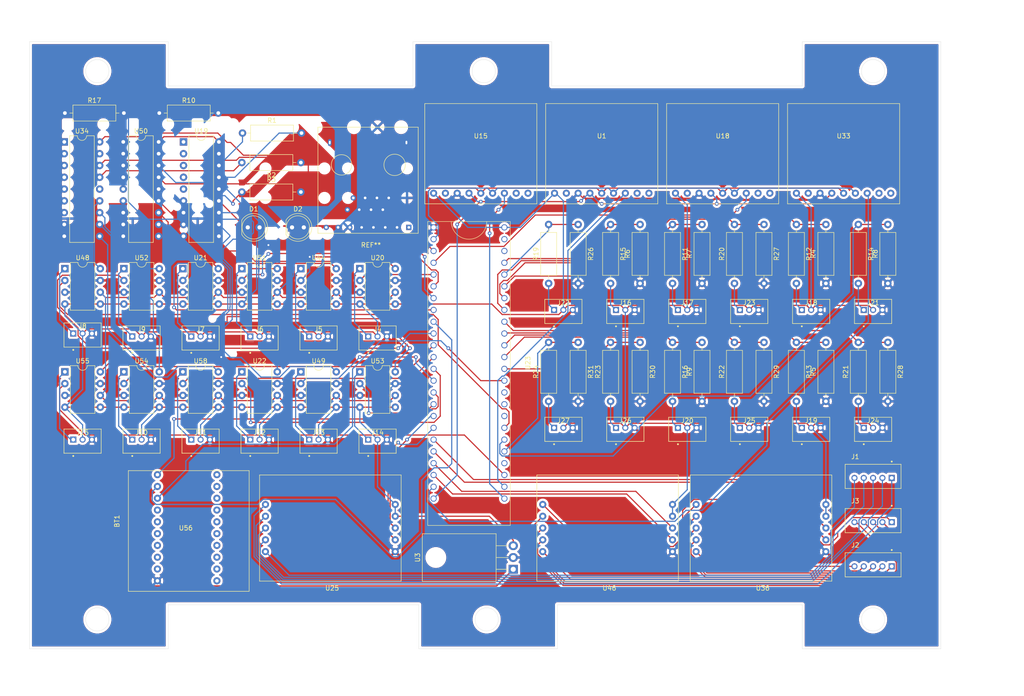
<source format=kicad_pcb>
(kicad_pcb (version 20171130) (host pcbnew "(5.1.10)-1")
  (title_block (title "Test Stand PCB") (date 2021-07-01) (rev v02) (company "Project Caelus") (comment 2 creativecommons.org/license/by/4.0/) (comment 3 "License: CC BY 4.0") (comment 4 "Author: Eric Feng"))
  (layers (0 F.Cu signal) (31 B.Cu signal) (35 F.Paste user) (37 F.SilkS user) (38 B.Mask user) (39 F.Mask user) (44 Edge.Cuts user))
  (net 0 "")
  (net 1 GND1)
  (net 2 "Net-(BT1-Pad1)")
  (net 3 "Net-(J1-Pad1)")
  (net 4 "Net-(J1-Pad2)")
  (net 5 "Net-(J1-Pad3)")
  (net 6 "Net-(J1-Pad4)")
  (net 7 "Net-(J1-Pad5)")
  (net 8 "Net-(J2-Pad1)")
  (net 9 "Net-(J2-Pad2)")
  (net 10 "Net-(J2-Pad3)")
  (net 11 "Net-(J2-Pad4)")
  (net 12 "Net-(J2-Pad5)")
  (net 13 "Net-(J3-Pad1)")
  (net 14 "Net-(J3-Pad2)")
  (net 15 "Net-(J3-Pad3)")
  (net 16 "Net-(J3-Pad4)")
  (net 17 "Net-(J3-Pad5)")
  (net 18 "Net-(R1-Pad2)")
  (net 19 "Net-(R1-Pad1)")
  (net 20 "Net-(R2-Pad2)")
  (net 21 "Net-(R2-Pad1)")
  (net 22 "Net-(R3-Pad2)")
  (net 23 "Net-(R3-Pad1)")
  (net 24 "Net-(R12-Pad1)")
  (net 25 "Net-(R13-Pad1)")
  (net 26 "Net-(R15-Pad1)")
  (net 27 "Net-(R11-Pad1)")
  (net 28 "Net-(R14-Pad1)")
  (net 29 "Net-(R16-Pad1)")
  (net 30 "Net-(R19-Pad2)")
  (net 31 "Net-(R20-Pad2)")
  (net 32 "Net-(R21-Pad2)")
  (net 33 "Net-(R22-Pad2)")
  (net 34 "Net-(R23-Pad2)")
  (net 35 "Net-(R24-Pad2)")
  (net 36 +5V)
  (net 37 1)
  (net 38 14)
  (net 39 13)
  (net 40 51)
  (net 41 40)
  (net 42 41)
  (net 43 42)
  (net 44 43)
  (net 45 44)
  (net 46 45)
  (net 47 53)
  (net 48 54)
  (net 49 48)
  (net 50 46)
  (net 51 47)
  (net 52 49)
  (net 53 50)
  (net 54 52)
  (net 55 27)
  (net 56 26)
  (net 57 25)
  (net 58 15)
  (net 59 36)
  (net 60 37)
  (net 61 38)
  (net 62 39)
  (net 63 28)
  (net 64 3)
  (net 65 31)
  (net 66 6)
  (net 67 11)
  (net 68 8)
  (net 69 7)
  (net 70 58)
  (net 71 4)
  (net 72 5)
  (net 73 61)
  (net 74 60)
  (net 75 9)
  (net 76 10)
  (net 77 12)
  (net 78 3.3)
  (net 79 57)
  (net 80 16)
  (net 81 17)
  (net 82 18)
  (net 83 19)
  (net 84 20)
  (net 85 21)
  (net 86 2)
  (net 87 32)
  (net 88 33)
  (net 89 34)
  (net 90 35)
  (net 91 29)
  (net 92 30)
  (net 93 "Net-(J16-Pad1)")
  (net 94 "Net-(J17-Pad1)")
  (net 95 "Net-(J18-Pad1)")
  (net 96 "Net-(J19-Pad1)")
  (net 97 "Net-(J20-Pad1)")
  (net 98 "Net-(J21-Pad1)")
  (net 99 "Net-(J22-Pad1)")
  (net 100 "Net-(J23-Pad1)")
  (net 101 "Net-(J24-Pad1)")
  (net 102 "Net-(J25-Pad1)")
  (net 103 "Net-(J26-Pad1)")
  (net 104 "Net-(J27-Pad1)")
  (net 105 "Net-(D1-Pad1)")
  (net 106 "Net-(D2-Pad1)")
  (module Launchbox:RJ45EthernetBreakout (layer F.Cu) (at 121.15 50.8)
    (fp_text reference REF** (at 0 13.97) (layer F.SilkS))
    (fp_text value RJ45EthernetBreakout)
    (pad 7 thru_hole circle (at -3.81 3.81) (size 1.143 1.143) (drill 0.5715) (layers *.Cu *.Mask))
    (pad 5 thru_hole circle (at -1.27 3.81) (size 1.143 1.143) (drill 0.5715) (layers *.Cu *.Mask))
    (pad 3 thru_hole circle (at 1.27 3.81) (size 1.143 1.143) (drill 0.5715) (layers *.Cu *.Mask))
    (pad 1 thru_hole rect (at 3.81 3.81) (size 1.143 1.143) (drill 0.5715) (layers *.Cu *.Mask))
    (pad 8 thru_hole circle (at -5.08 6.35) (size 1.143 1.143) (drill 0.5715) (layers *.Cu *.Mask))
    (pad 6 thru_hole circle (at -2.54 6.35) (size 1.143 1.143) (drill 0.5715) (layers *.Cu *.Mask))
    (pad 4 thru_hole circle (at 0 6.35) (size 1.143 1.143) (drill 0.5715) (layers *.Cu *.Mask))
    (pad 2 thru_hole circle (at 2.54 6.35) (size 1.143 1.143) (drill 0.5715) (layers *.Cu *.Mask))
    (pad 8 thru_hole circle (at -9.64 10.16) (size 1.143 1.143) (drill 0.5715) (layers *.Cu *.Mask))
    (pad 7 thru_hole circle (at -7.1 10.16) (size 1.143 1.143) (drill 0.5715) (layers *.Cu *.Mask))
    (pad 6 thru_hole circle (at -4.56 10.16) (size 1.143 1.143) (drill 0.5715) (layers *.Cu *.Mask))
    (pad 5 thru_hole circle (at -2.02 10.16) (size 1.143 1.143) (drill 0.5715) (layers *.Cu *.Mask))
    (pad 4 thru_hole circle (at 0.52 10.16) (size 1.143 1.143) (drill 0.5715) (layers *.Cu *.Mask))
    (pad 3 thru_hole circle (at 3.06 10.16) (size 1.143 1.143) (drill 0.5715) (layers *.Cu *.Mask))
    (pad 2 thru_hole circle (at 5.6 10.16) (size 1.143 1.143) (drill 0.5715) (layers *.Cu *.Mask))
    (pad 1 thru_hole rect (at 8.14 10.16) (size 1.143 1.143) (drill 0.5715) (layers *.Cu *.Mask))
    (pad 2 thru_hole oval (at 7.62 -8.12) (size 0.762 1.524) (drill oval 0.381 0.762) (layers *.Cu *.Mask))
    (pad 1 thru_hole oval (at -8.89 -8.12) (size 0.762 1.524) (drill oval 0.381 0.762) (layers *.Cu *.Mask))
  )
  (module Launchbox:LoadCellAmp (layer F.Cu) (at 172.085 125.73)
    (fp_text reference U46 (at 0.381 12.954) (layer F.SilkS))
    (fp_text value LoadCellAmp)
    (pad 6 thru_hole circle (at 13.97 5.08) (size 1.524 1.524) (drill 0.762) (layers *.Cu *.Mask) (net 1 GND1))
    (pad 7 thru_hole circle (at 13.97 2.54) (size 1.524 1.524) (drill 0.762) (layers *.Cu *.Mask) (net 85 21))
    (pad 8 thru_hole circle (at 13.97 0) (size 1.524 1.524) (drill 0.762) (layers *.Cu *.Mask) (net 84 20))
    (pad 9 thru_hole circle (at 13.97 -2.54) (size 1.524 1.524) (drill 0.762) (layers *.Cu *.Mask) (net 36 +5V))
    (pad 10 thru_hole circle (at 13.97 -5.08) (size 1.524 1.524) (drill 0.762) (layers *.Cu *.Mask) (net 36 +5V))
    (pad 1 thru_hole circle (at -13.97 -5.08) (size 1.524 1.524) (drill 0.762) (layers *.Cu *.Mask) (net 13 "Net-(J3-Pad1)"))
    (pad 5 thru_hole circle (at -13.98 5.08) (size 1.524 1.524) (drill 0.762) (layers *.Cu *.Mask) (net 17 "Net-(J3-Pad5)"))
    (pad 4 thru_hole circle (at -13.97 2.54) (size 1.524 1.524) (drill 0.762) (layers *.Cu *.Mask) (net 16 "Net-(J3-Pad4)"))
    (pad 3 thru_hole circle (at -13.97 0) (size 1.524 1.524) (drill 0.762) (layers *.Cu *.Mask) (net 15 "Net-(J3-Pad3)"))
    (pad 2 thru_hole circle (at -13.97 -2.54) (size 1.524 1.524) (drill 0.762) (layers *.Cu *.Mask) (net 14 "Net-(J3-Pad2)"))
  )
  (module "Launchbox:Teensy 3.6" (layer F.Cu) (at 142.24 90.17 90)
    (fp_text reference U23 (at 0 12.7 90) (layer F.SilkS))
    (fp_text value Teensy3.6)
    (pad 40 thru_hole circle (at 29.21 7.62 90) (size 1.3208 1.3208) (drill 0.9398) (layers *.Cu *.Mask) (net 36 +5V))
    (pad 41 thru_hole circle (at 26.67 7.62 90) (size 1.3208 1.3208) (drill 0.9398) (layers *.Cu *.Mask))
    (pad 42 thru_hole circle (at 24.13 7.62 90) (size 1.3208 1.3208) (drill 0.9398) (layers *.Cu *.Mask))
    (pad 23 thru_hole circle (at 21.59 7.62 90) (size 1.3208 1.3208) (drill 0.9398) (layers *.Cu *.Mask) (net 26 "Net-(R15-Pad1)"))
    (pad 22 thru_hole circle (at 19.05 7.62 90) (size 1.3208 1.3208) (drill 0.9398) (layers *.Cu *.Mask) (net 30 "Net-(R19-Pad2)"))
    (pad 21 thru_hole circle (at 16.51 7.62 90) (size 1.3208 1.3208) (drill 0.9398) (layers *.Cu *.Mask) (net 27 "Net-(R11-Pad1)"))
    (pad 20 thru_hole circle (at 13.97 7.62 90) (size 1.3208 1.3208) (drill 0.9398) (layers *.Cu *.Mask) (net 31 "Net-(R20-Pad2)"))
    (pad 19 thru_hole circle (at 11.43 7.62 90) (size 1.3208 1.3208) (drill 0.9398) (layers *.Cu *.Mask) (net 24 "Net-(R12-Pad1)"))
    (pad 18 thru_hole circle (at 8.89 7.62 90) (size 1.3208 1.3208) (drill 0.9398) (layers *.Cu *.Mask) (net 32 "Net-(R21-Pad2)"))
    (pad 17 thru_hole circle (at 6.35 7.62 90) (size 1.3208 1.3208) (drill 0.9398) (layers *.Cu *.Mask) (net 25 "Net-(R13-Pad1)"))
    (pad 16 thru_hole circle (at 3.81 7.62 90) (size 1.3208 1.3208) (drill 0.9398) (layers *.Cu *.Mask) (net 33 "Net-(R22-Pad2)"))
    (pad 15 thru_hole circle (at 1.27 7.62 90) (size 1.3208 1.3208) (drill 0.9398) (layers *.Cu *.Mask) (net 29 "Net-(R16-Pad1)"))
    (pad 14 thru_hole circle (at -1.27 7.62 90) (size 1.3208 1.3208) (drill 0.9398) (layers *.Cu *.Mask) (net 34 "Net-(R23-Pad2)"))
    (pad 13 thru_hole circle (at -3.81 7.62 90) (size 1.3208 1.3208) (drill 0.9398) (layers *.Cu *.Mask) (net 68 8))
    (pad 43 thru_hole circle (at -6.35 7.62 90) (size 1.3208 1.3208) (drill 0.9398) (layers *.Cu *.Mask))
    (pad 44 thru_hole circle (at -8.89 7.62 90) (size 1.3208 1.3208) (drill 0.9398) (layers *.Cu *.Mask))
    (pad 45 thru_hole circle (at -11.43 7.62 90) (size 1.3208 1.3208) (drill 0.9398) (layers *.Cu *.Mask))
    (pad 39 thru_hole circle (at -13.97 7.62 90) (size 1.3208 1.3208) (drill 0.9398) (layers *.Cu *.Mask) (net 69 7))
    (pad 38 thru_hole circle (at -16.51 7.62 90) (size 1.3208 1.3208) (drill 0.9398) (layers *.Cu *.Mask) (net 28 "Net-(R14-Pad1)"))
    (pad 37 thru_hole circle (at -19.05 7.62 90) (size 1.3208 1.3208) (drill 0.9398) (layers *.Cu *.Mask) (net 35 "Net-(R24-Pad2)"))
    (pad 36 thru_hole circle (at -21.59 7.62 90) (size 1.3208 1.3208) (drill 0.9398) (layers *.Cu *.Mask))
    (pad 35 thru_hole circle (at -24.13 7.62 90) (size 1.3208 1.3208) (drill 0.9398) (layers *.Cu *.Mask) (net 70 58))
    (pad 34 thru_hole circle (at -26.67 7.62 90) (size 1.3208 1.3208) (drill 0.9398) (layers *.Cu *.Mask) (net 40 51))
    (pad 33 thru_hole circle (at -29.21 7.62 90) (size 1.3208 1.3208) (drill 0.9398) (layers *.Cu *.Mask) (net 53 50))
    (pad 46 thru_hole circle (at 29.21 -7.62 90) (size 1.3208 1.3208) (drill 0.9398) (layers *.Cu *.Mask) (net 1 GND1))
    (pad 0 thru_hole circle (at 26.67 -7.62 90) (size 1.3208 1.3208) (drill 0.9398) (layers *.Cu *.Mask) (net 39 13))
    (pad 1 thru_hole circle (at 24.13 -7.62 90) (size 1.3208 1.3208) (drill 0.9398) (layers *.Cu *.Mask) (net 38 14))
    (pad 2 thru_hole circle (at 21.59 -7.62 90) (size 1.3208 1.3208) (drill 0.9398) (layers *.Cu *.Mask) (net 58 15))
    (pad 3 thru_hole circle (at 19.05 -7.62 90) (size 1.3208 1.3208) (drill 0.9398) (layers *.Cu *.Mask) (net 64 3))
    (pad 4 thru_hole circle (at 16.51 -7.62 90) (size 1.3208 1.3208) (drill 0.9398) (layers *.Cu *.Mask) (net 71 4))
    (pad 5 thru_hole circle (at 13.97 -7.62 90) (size 1.3208 1.3208) (drill 0.9398) (layers *.Cu *.Mask) (net 72 5))
    (pad 6 thru_hole circle (at 11.43 -7.62 90) (size 1.3208 1.3208) (drill 0.9398) (layers *.Cu *.Mask) (net 66 6))
    (pad 7 thru_hole circle (at 8.89 -7.62 90) (size 1.3208 1.3208) (drill 0.9398) (layers *.Cu *.Mask) (net 73 61))
    (pad 8 thru_hole circle (at 6.35 -7.62 90) (size 1.3208 1.3208) (drill 0.9398) (layers *.Cu *.Mask) (net 74 60))
    (pad 9 thru_hole circle (at 3.81 -7.62 90) (size 1.3208 1.3208) (drill 0.9398) (layers *.Cu *.Mask) (net 75 9))
    (pad 10 thru_hole circle (at 1.27 -7.62 90) (size 1.3208 1.3208) (drill 0.9398) (layers *.Cu *.Mask) (net 76 10))
    (pad 11 thru_hole circle (at -1.27 -7.62 90) (size 1.3208 1.3208) (drill 0.9398) (layers *.Cu *.Mask) (net 67 11))
    (pad 12 thru_hole circle (at -3.81 -7.62 90) (size 1.3208 1.3208) (drill 0.9398) (layers *.Cu *.Mask) (net 77 12))
    (pad 47 thru_hole circle (at -6.35 -7.62 90) (size 1.3208 1.3208) (drill 0.9398) (layers *.Cu *.Mask) (net 78 3.3))
    (pad 24 thru_hole circle (at -8.89 -7.62 90) (size 1.3208 1.3208) (drill 0.9398) (layers *.Cu *.Mask) (net 79 57))
    (pad 25 thru_hole circle (at -11.43 -7.62 90) (size 1.3208 1.3208) (drill 0.9398) (layers *.Cu *.Mask) (net 80 16))
    (pad 26 thru_hole circle (at -13.97 -7.62 90) (size 1.3208 1.3208) (drill 0.9398) (layers *.Cu *.Mask) (net 81 17))
    (pad 27 thru_hole circle (at -16.51 -7.62 90) (size 1.3208 1.3208) (drill 0.9398) (layers *.Cu *.Mask) (net 82 18))
    (pad 28 thru_hole circle (at -19.05 -7.62 90) (size 1.3208 1.3208) (drill 0.9398) (layers *.Cu *.Mask) (net 83 19))
    (pad 29 thru_hole circle (at -21.59 -7.62 90) (size 1.3208 1.3208) (drill 0.9398) (layers *.Cu *.Mask) (net 84 20))
    (pad 30 thru_hole circle (at -24.13 -7.62 90) (size 1.3208 1.3208) (drill 0.9398) (layers *.Cu *.Mask) (net 85 21))
    (pad 31 thru_hole circle (at -26.67 -7.62 90) (size 1.3208 1.3208) (drill 0.9398) (layers *.Cu *.Mask) (net 86 2))
    (pad 32 thru_hole circle (at -29.21 -7.62 90) (size 1.3208 1.3208) (drill 0.9398) (layers *.Cu *.Mask) (net 37 1))
  )
  (module Launchbox:TE_1735446-3 (layer F.Cu) (at 162.56 104.14 180)
    (fp_text reference J27 (at 0 1.524) (layer F.SilkS))
    (fp_text value 440055-3)
    (pad 3 thru_hole circle (at -2.007 0 180) (size 1.308 1.308) (drill 0.8) (layers *.Cu *.Mask) (net 1 GND1))
    (pad 2 thru_hole circle (at 0 0 180) (size 1.308 1.308) (drill 0.8) (layers *.Cu *.Mask) (net 36 +5V))
    (pad 1 thru_hole rect (at 2.007 0 180) (size 1.308 1.308) (drill 0.8) (layers *.Cu *.Mask) (net 104 "Net-(J27-Pad1)"))
  )
  (module Launchbox:TE_1735446-3 (layer F.Cu) (at 175.895 104.14 180)
    (fp_text reference J26 (at 0 1.524) (layer F.SilkS))
    (fp_text value 440055-3)
    (pad 3 thru_hole circle (at -2.007 0 180) (size 1.308 1.308) (drill 0.8) (layers *.Cu *.Mask) (net 1 GND1))
    (pad 2 thru_hole circle (at 0 0 180) (size 1.308 1.308) (drill 0.8) (layers *.Cu *.Mask) (net 36 +5V))
    (pad 1 thru_hole rect (at 2.007 0 180) (size 1.308 1.308) (drill 0.8) (layers *.Cu *.Mask) (net 103 "Net-(J26-Pad1)"))
  )
  (module Launchbox:TE_1735446-3 (layer F.Cu) (at 202.565 104.14 180)
    (fp_text reference J25 (at 0 1.524) (layer F.SilkS))
    (fp_text value 440055-3)
    (pad 3 thru_hole circle (at -2.007 0 180) (size 1.308 1.308) (drill 0.8) (layers *.Cu *.Mask) (net 1 GND1))
    (pad 2 thru_hole circle (at 0 0 180) (size 1.308 1.308) (drill 0.8) (layers *.Cu *.Mask) (net 36 +5V))
    (pad 1 thru_hole rect (at 2.007 0 180) (size 1.308 1.308) (drill 0.8) (layers *.Cu *.Mask) (net 102 "Net-(J25-Pad1)"))
  )
  (module Launchbox:TE_1735446-3 (layer F.Cu) (at 229.235 104.14 180)
    (fp_text reference J24 (at 0 1.524) (layer F.SilkS))
    (fp_text value 440055-3)
    (pad 3 thru_hole circle (at -2.007 0 180) (size 1.308 1.308) (drill 0.8) (layers *.Cu *.Mask) (net 1 GND1))
    (pad 2 thru_hole circle (at 0 0 180) (size 1.308 1.308) (drill 0.8) (layers *.Cu *.Mask) (net 36 +5V))
    (pad 1 thru_hole rect (at 2.007 0 180) (size 1.308 1.308) (drill 0.8) (layers *.Cu *.Mask) (net 101 "Net-(J24-Pad1)"))
  )
  (module Launchbox:TE_1735446-3 (layer F.Cu) (at 202.565 78.74 180)
    (fp_text reference J23 (at 0 1.524) (layer F.SilkS))
    (fp_text value 440055-3)
    (pad 3 thru_hole circle (at -2.007 0 180) (size 1.308 1.308) (drill 0.8) (layers *.Cu *.Mask) (net 1 GND1))
    (pad 2 thru_hole circle (at 0 0 180) (size 1.308 1.308) (drill 0.8) (layers *.Cu *.Mask) (net 36 +5V))
    (pad 1 thru_hole rect (at 2.007 0 180) (size 1.308 1.308) (drill 0.8) (layers *.Cu *.Mask) (net 100 "Net-(J23-Pad1)"))
  )
  (module Launchbox:TE_1735446-3 (layer F.Cu) (at 162.56 78.74 180)
    (fp_text reference J22 (at 0 1.524) (layer F.SilkS))
    (fp_text value 440055-3)
    (pad 3 thru_hole circle (at -2.007 0 180) (size 1.308 1.308) (drill 0.8) (layers *.Cu *.Mask) (net 1 GND1))
    (pad 2 thru_hole circle (at 0 0 180) (size 1.308 1.308) (drill 0.8) (layers *.Cu *.Mask) (net 36 +5V))
    (pad 1 thru_hole rect (at 2.007 0 180) (size 1.308 1.308) (drill 0.8) (layers *.Cu *.Mask) (net 99 "Net-(J22-Pad1)"))
  )
  (module Launchbox:TE_1735446-3 (layer F.Cu) (at 229.235 78.74 180)
    (fp_text reference J21 (at 0 1.524) (layer F.SilkS))
    (fp_text value 440055-3)
    (pad 3 thru_hole circle (at -2.007 0 180) (size 1.308 1.308) (drill 0.8) (layers *.Cu *.Mask) (net 1 GND1))
    (pad 2 thru_hole circle (at 0 0 180) (size 1.308 1.308) (drill 0.8) (layers *.Cu *.Mask) (net 36 +5V))
    (pad 1 thru_hole rect (at 2.007 0 180) (size 1.308 1.308) (drill 0.8) (layers *.Cu *.Mask) (net 98 "Net-(J21-Pad1)"))
  )
  (module Launchbox:TE_1735446-3 (layer F.Cu) (at 189.23 104.14 180)
    (fp_text reference J20 (at 0 1.524) (layer F.SilkS))
    (fp_text value 440055-3)
    (pad 3 thru_hole circle (at -2.007 0 180) (size 1.308 1.308) (drill 0.8) (layers *.Cu *.Mask) (net 1 GND1))
    (pad 2 thru_hole circle (at 0 0 180) (size 1.308 1.308) (drill 0.8) (layers *.Cu *.Mask) (net 36 +5V))
    (pad 1 thru_hole rect (at 2.007 0 180) (size 1.308 1.308) (drill 0.8) (layers *.Cu *.Mask) (net 97 "Net-(J20-Pad1)"))
  )
  (module Launchbox:TE_1735446-3 (layer F.Cu) (at 215.9 104.14 180)
    (fp_text reference J19 (at 0 1.524) (layer F.SilkS))
    (fp_text value 440055-3)
    (pad 3 thru_hole circle (at -2.007 0 180) (size 1.308 1.308) (drill 0.8) (layers *.Cu *.Mask) (net 1 GND1))
    (pad 2 thru_hole circle (at 0 0 180) (size 1.308 1.308) (drill 0.8) (layers *.Cu *.Mask) (net 36 +5V))
    (pad 1 thru_hole rect (at 2.007 0 180) (size 1.308 1.308) (drill 0.8) (layers *.Cu *.Mask) (net 96 "Net-(J19-Pad1)"))
  )
  (module Launchbox:TE_1735446-3 (layer F.Cu) (at 215.9 78.74 180)
    (fp_text reference J18 (at 0 1.524) (layer F.SilkS))
    (fp_text value 440055-3)
    (pad 3 thru_hole circle (at -2.007 0 180) (size 1.308 1.308) (drill 0.8) (layers *.Cu *.Mask) (net 1 GND1))
    (pad 2 thru_hole circle (at 0 0 180) (size 1.308 1.308) (drill 0.8) (layers *.Cu *.Mask) (net 36 +5V))
    (pad 1 thru_hole rect (at 2.007 0 180) (size 1.308 1.308) (drill 0.8) (layers *.Cu *.Mask) (net 95 "Net-(J18-Pad1)"))
  )
  (module Launchbox:TE_1735446-3 (layer F.Cu) (at 189.23 78.74 180)
    (fp_text reference J17 (at 0 1.524) (layer F.SilkS))
    (fp_text value 440055-3)
    (pad 3 thru_hole circle (at -2.007 0 180) (size 1.308 1.308) (drill 0.8) (layers *.Cu *.Mask) (net 1 GND1))
    (pad 2 thru_hole circle (at 0 0 180) (size 1.308 1.308) (drill 0.8) (layers *.Cu *.Mask) (net 36 +5V))
    (pad 1 thru_hole rect (at 2.007 0 180) (size 1.308 1.308) (drill 0.8) (layers *.Cu *.Mask) (net 94 "Net-(J17-Pad1)"))
  )
  (module Launchbox:TE_1735446-3 (layer F.Cu) (at 175.895 78.74 180)
    (fp_text reference J16 (at 0 1.524) (layer F.SilkS))
    (fp_text value 440055-3)
    (pad 3 thru_hole circle (at -2.007 0 180) (size 1.308 1.308) (drill 0.8) (layers *.Cu *.Mask) (net 1 GND1))
    (pad 2 thru_hole circle (at 0 0 180) (size 1.308 1.308) (drill 0.8) (layers *.Cu *.Mask) (net 36 +5V))
    (pad 1 thru_hole rect (at 2.007 0 180) (size 1.308 1.308) (drill 0.8) (layers *.Cu *.Mask) (net 93 "Net-(J16-Pad1)"))
  )
  (module Launchbox:TE_1735446-3 (layer F.Cu) (at 59.055 106.68 180)
    (fp_text reference J15 (at 0 1.524) (layer F.SilkS))
    (fp_text value 440055-3)
    (pad 3 thru_hole circle (at -2.007 0 180) (size 1.308 1.308) (drill 0.8) (layers *.Cu *.Mask) (net 1 GND1))
    (pad 2 thru_hole circle (at 0 0 180) (size 1.308 1.308) (drill 0.8) (layers *.Cu *.Mask) (net 36 +5V))
    (pad 1 thru_hole rect (at 2.007 0 180) (size 1.308 1.308) (drill 0.8) (layers *.Cu *.Mask) (net 48 54))
  )
  (module Launchbox:TE_1735446-3 (layer F.Cu) (at 122.555 106.68 180)
    (fp_text reference J14 (at 0 1.524) (layer F.SilkS))
    (fp_text value 440055-3)
    (pad 3 thru_hole circle (at -2.007 0 180) (size 1.308 1.308) (drill 0.8) (layers *.Cu *.Mask) (net 1 GND1))
    (pad 2 thru_hole circle (at 0 0 180) (size 1.308 1.308) (drill 0.8) (layers *.Cu *.Mask) (net 36 +5V))
    (pad 1 thru_hole rect (at 2.007 0 180) (size 1.308 1.308) (drill 0.8) (layers *.Cu *.Mask) (net 47 53))
  )
  (module Launchbox:TE_1735446-3 (layer F.Cu) (at 109.855 106.68 180)
    (fp_text reference J13 (at 0 1.524) (layer F.SilkS))
    (fp_text value 440055-3)
    (pad 3 thru_hole circle (at -2.007 0 180) (size 1.308 1.308) (drill 0.8) (layers *.Cu *.Mask) (net 1 GND1))
    (pad 2 thru_hole circle (at 0 0 180) (size 1.308 1.308) (drill 0.8) (layers *.Cu *.Mask) (net 36 +5V))
    (pad 1 thru_hole rect (at 2.007 0 180) (size 1.308 1.308) (drill 0.8) (layers *.Cu *.Mask) (net 52 49))
  )
  (module Launchbox:TE_1735446-3 (layer F.Cu) (at 97.155 106.68 180)
    (fp_text reference J12 (at 0 1.524) (layer F.SilkS))
    (fp_text value 440055-3)
    (pad 3 thru_hole circle (at -2.007 0 180) (size 1.308 1.308) (drill 0.8) (layers *.Cu *.Mask) (net 1 GND1))
    (pad 2 thru_hole circle (at 0 0 180) (size 1.308 1.308) (drill 0.8) (layers *.Cu *.Mask) (net 36 +5V))
    (pad 1 thru_hole rect (at 2.007 0 180) (size 1.308 1.308) (drill 0.8) (layers *.Cu *.Mask) (net 49 48))
  )
  (module Launchbox:TE_1735446-3 (layer F.Cu) (at 84.455 106.68 180)
    (fp_text reference J11 (at 0 1.524) (layer F.SilkS))
    (fp_text value 440055-3)
    (pad 3 thru_hole circle (at -2.007 0 180) (size 1.308 1.308) (drill 0.8) (layers *.Cu *.Mask) (net 1 GND1))
    (pad 2 thru_hole circle (at 0 0 180) (size 1.308 1.308) (drill 0.8) (layers *.Cu *.Mask) (net 36 +5V))
    (pad 1 thru_hole rect (at 2.007 0 180) (size 1.308 1.308) (drill 0.8) (layers *.Cu *.Mask) (net 51 47))
  )
  (module Launchbox:TE_1735446-3 (layer F.Cu) (at 71.755 106.68 180)
    (fp_text reference J10 (at 0 1.524) (layer F.SilkS))
    (fp_text value 440055-3)
    (pad 3 thru_hole circle (at -2.007 0 180) (size 1.308 1.308) (drill 0.8) (layers *.Cu *.Mask) (net 1 GND1))
    (pad 2 thru_hole circle (at 0 0 180) (size 1.308 1.308) (drill 0.8) (layers *.Cu *.Mask) (net 36 +5V))
    (pad 1 thru_hole rect (at 2.007 0 180) (size 1.308 1.308) (drill 0.8) (layers *.Cu *.Mask) (net 50 46))
  )
  (module Launchbox:TE_1735446-3 (layer F.Cu) (at 71.755 84.455 180)
    (fp_text reference J9 (at 0 1.524) (layer F.SilkS))
    (fp_text value 440055-3)
    (pad 3 thru_hole circle (at -2.007 0 180) (size 1.308 1.308) (drill 0.8) (layers *.Cu *.Mask) (net 1 GND1))
    (pad 2 thru_hole circle (at 0 0 180) (size 1.308 1.308) (drill 0.8) (layers *.Cu *.Mask) (net 36 +5V))
    (pad 1 thru_hole rect (at 2.007 0 180) (size 1.308 1.308) (drill 0.8) (layers *.Cu *.Mask) (net 46 45))
  )
  (module Launchbox:TE_1735446-3 (layer F.Cu) (at 59.055 83.82 180)
    (fp_text reference J8 (at 0 1.524) (layer F.SilkS))
    (fp_text value 440055-3)
    (pad 3 thru_hole circle (at -2.007 0 180) (size 1.308 1.308) (drill 0.8) (layers *.Cu *.Mask) (net 1 GND1))
    (pad 2 thru_hole circle (at 0 0 180) (size 1.308 1.308) (drill 0.8) (layers *.Cu *.Mask) (net 36 +5V))
    (pad 1 thru_hole rect (at 2.007 0 180) (size 1.308 1.308) (drill 0.8) (layers *.Cu *.Mask) (net 45 44))
  )
  (module Launchbox:TE_1735446-3 (layer F.Cu) (at 84.455 84.455 180)
    (fp_text reference J7 (at 0 1.524) (layer F.SilkS))
    (fp_text value 440055-3)
    (pad 3 thru_hole circle (at -2.007 0 180) (size 1.308 1.308) (drill 0.8) (layers *.Cu *.Mask) (net 1 GND1))
    (pad 2 thru_hole circle (at 0 0 180) (size 1.308 1.308) (drill 0.8) (layers *.Cu *.Mask) (net 36 +5V))
    (pad 1 thru_hole rect (at 2.007 0 180) (size 1.308 1.308) (drill 0.8) (layers *.Cu *.Mask) (net 44 43))
  )
  (module Launchbox:TE_1735446-3 (layer F.Cu) (at 97.155 84.455 180)
    (fp_text reference J6 (at 0 1.524) (layer F.SilkS))
    (fp_text value 440055-3)
    (pad 3 thru_hole circle (at -2.007 0 180) (size 1.308 1.308) (drill 0.8) (layers *.Cu *.Mask) (net 1 GND1))
    (pad 2 thru_hole circle (at 0 0 180) (size 1.308 1.308) (drill 0.8) (layers *.Cu *.Mask) (net 36 +5V))
    (pad 1 thru_hole rect (at 2.007 0 180) (size 1.308 1.308) (drill 0.8) (layers *.Cu *.Mask) (net 43 42))
  )
  (module Launchbox:TE_1735446-3 (layer F.Cu) (at 109.855 84.455 180)
    (fp_text reference J5 (at 0 1.524) (layer F.SilkS))
    (fp_text value 440055-3)
    (pad 3 thru_hole circle (at -2.007 0 180) (size 1.308 1.308) (drill 0.8) (layers *.Cu *.Mask) (net 1 GND1))
    (pad 2 thru_hole circle (at 0 0 180) (size 1.308 1.308) (drill 0.8) (layers *.Cu *.Mask) (net 36 +5V))
    (pad 1 thru_hole rect (at 2.007 0 180) (size 1.308 1.308) (drill 0.8) (layers *.Cu *.Mask) (net 42 41))
  )
  (module Launchbox:TE_1735446-3 (layer F.Cu) (at 122.555 84.455 180)
    (fp_text reference J4 (at 0 1.524) (layer F.SilkS))
    (fp_text value 440055-3)
    (pad 3 thru_hole circle (at -2.007 0 180) (size 1.308 1.308) (drill 0.8) (layers *.Cu *.Mask) (net 1 GND1))
    (pad 2 thru_hole circle (at 0 0 180) (size 1.308 1.308) (drill 0.8) (layers *.Cu *.Mask) (net 36 +5V))
    (pad 1 thru_hole rect (at 2.007 0 180) (size 1.308 1.308) (drill 0.8) (layers *.Cu *.Mask) (net 41 40))
  )
  (module Launchbox:Xbee_Breakout (layer F.Cu) (at 81.915 126.365 180)
    (fp_text reference U56 (at 0.635 0.635) (layer F.SilkS))
    (fp_text value XBee_Breakout)
    (pad 20 thru_hole circle (at -6.05202 12.12918) (size 1.524 1.524) (drill 0.762) (layers *.Cu *.Mask))
    (pad 19 thru_hole circle (at -6.05202 9.58918) (size 1.524 1.524) (drill 0.762) (layers *.Cu *.Mask))
    (pad 18 thru_hole circle (at -6.05202 7.04918) (size 1.524 1.524) (drill 0.762) (layers *.Cu *.Mask))
    (pad 17 thru_hole circle (at -6.05202 4.50918) (size 1.524 1.524) (drill 0.762) (layers *.Cu *.Mask))
    (pad 16 thru_hole circle (at -6.05202 1.96918) (size 1.524 1.524) (drill 0.762) (layers *.Cu *.Mask))
    (pad 15 thru_hole circle (at -6.05202 -0.57082) (size 1.524 1.524) (drill 0.762) (layers *.Cu *.Mask))
    (pad 14 thru_hole circle (at -6.05202 -3.11082) (size 1.524 1.524) (drill 0.762) (layers *.Cu *.Mask))
    (pad 13 thru_hole circle (at -6.05202 -5.65082) (size 1.524 1.524) (drill 0.762) (layers *.Cu *.Mask))
    (pad 12 thru_hole circle (at -6.05202 -8.19082) (size 1.524 1.524) (drill 0.762) (layers *.Cu *.Mask))
    (pad 11 thru_hole circle (at -6.05202 -10.73082) (size 1.524 1.524) (drill 0.762) (layers *.Cu *.Mask))
    (pad 10 thru_hole circle (at 6.74798 -10.73082) (size 1.524 1.524) (drill 0.762) (layers *.Cu *.Mask) (net 1 GND1))
    (pad 9 thru_hole circle (at 6.74798 -8.19082) (size 1.524 1.524) (drill 0.762) (layers *.Cu *.Mask))
    (pad 8 thru_hole circle (at 6.74798 -5.65082) (size 1.524 1.524) (drill 0.762) (layers *.Cu *.Mask))
    (pad 7 thru_hole circle (at 6.74798 -3.11082) (size 1.524 1.524) (drill 0.762) (layers *.Cu *.Mask))
    (pad 6 thru_hole circle (at 6.74798 -0.57082) (size 1.524 1.524) (drill 0.762) (layers *.Cu *.Mask))
    (pad 5 thru_hole circle (at 6.74798 1.96918) (size 1.524 1.524) (drill 0.762) (layers *.Cu *.Mask))
    (pad 4 thru_hole circle (at 6.74798 4.50918) (size 1.524 1.524) (drill 0.762) (layers *.Cu *.Mask))
    (pad 3 thru_hole circle (at 6.74798 7.04918) (size 1.524 1.524) (drill 0.762) (layers *.Cu *.Mask) (net 74 60))
    (pad 2 thru_hole circle (at 6.74798 9.58918) (size 1.524 1.524) (drill 0.762) (layers *.Cu *.Mask) (net 73 61))
    (pad 1 thru_hole circle (at 6.74798 12.12918) (size 1.524 1.524) (drill 0.762) (layers *.Cu *.Mask) (net 78 3.3))
  )
  (module Launchbox:TE_1735446-5 (layer F.Cu) (at 229.235 124.46)
    (fp_text reference J3 (at -3.838 -4.565) (layer F.SilkS))
    (fp_text value 440055-5)
    (pad 5 thru_hole circle (at -4.013 0) (size 1.308 1.308) (drill 0.8) (layers *.Cu *.Mask) (net 17 "Net-(J3-Pad5)"))
    (pad 4 thru_hole circle (at -2.007 0) (size 1.308 1.308) (drill 0.8) (layers *.Cu *.Mask) (net 16 "Net-(J3-Pad4)"))
    (pad 3 thru_hole circle (at 0 0) (size 1.308 1.308) (drill 0.8) (layers *.Cu *.Mask) (net 15 "Net-(J3-Pad3)"))
    (pad 2 thru_hole circle (at 2.007 0) (size 1.308 1.308) (drill 0.8) (layers *.Cu *.Mask) (net 14 "Net-(J3-Pad2)"))
    (pad 1 thru_hole rect (at 4.013 0) (size 1.308 1.308) (drill 0.8) (layers *.Cu *.Mask) (net 13 "Net-(J3-Pad1)"))
  )
  (module Launchbox:TE_1735446-5 (layer F.Cu) (at 229.235 133.985)
    (fp_text reference J2 (at -3.838 -4.565) (layer F.SilkS))
    (fp_text value 440055-5)
    (pad 5 thru_hole circle (at -4.013 0) (size 1.308 1.308) (drill 0.8) (layers *.Cu *.Mask) (net 12 "Net-(J2-Pad5)"))
    (pad 4 thru_hole circle (at -2.007 0) (size 1.308 1.308) (drill 0.8) (layers *.Cu *.Mask) (net 11 "Net-(J2-Pad4)"))
    (pad 3 thru_hole circle (at 0 0) (size 1.308 1.308) (drill 0.8) (layers *.Cu *.Mask) (net 10 "Net-(J2-Pad3)"))
    (pad 2 thru_hole circle (at 2.007 0) (size 1.308 1.308) (drill 0.8) (layers *.Cu *.Mask) (net 9 "Net-(J2-Pad2)"))
    (pad 1 thru_hole rect (at 4.013 0) (size 1.308 1.308) (drill 0.8) (layers *.Cu *.Mask) (net 8 "Net-(J2-Pad1)"))
  )
  (module Launchbox:TE_1735446-5 (layer F.Cu) (at 229.235 114.935)
    (fp_text reference J1 (at -3.838 -4.565) (layer F.SilkS))
    (fp_text value 440055-5)
    (pad 5 thru_hole circle (at -4.013 0) (size 1.308 1.308) (drill 0.8) (layers *.Cu *.Mask) (net 7 "Net-(J1-Pad5)"))
    (pad 4 thru_hole circle (at -2.007 0) (size 1.308 1.308) (drill 0.8) (layers *.Cu *.Mask) (net 6 "Net-(J1-Pad4)"))
    (pad 3 thru_hole circle (at 0 0) (size 1.308 1.308) (drill 0.8) (layers *.Cu *.Mask) (net 5 "Net-(J1-Pad3)"))
    (pad 2 thru_hole circle (at 2.007 0) (size 1.308 1.308) (drill 0.8) (layers *.Cu *.Mask) (net 4 "Net-(J1-Pad2)"))
    (pad 1 thru_hole rect (at 4.013 0) (size 1.308 1.308) (drill 0.8) (layers *.Cu *.Mask) (net 3 "Net-(J1-Pad1)"))
  )
  (module Resistor_THT:R_Axial_DIN0309_L9.0mm_D3.2mm_P12.70mm_Horizontal (layer F.Cu) (at 93.345 53.34)
    (fp_text reference R3 (at 6.35 -2.72) (layer F.SilkS))
    (fp_text value R_US)
    (pad 2 thru_hole oval (at 12.7 0) (size 1.6 1.6) (drill 0.8) (layers *.Cu *.Mask) (net 22 "Net-(R3-Pad2)"))
    (pad 1 thru_hole circle (at 0 0) (size 1.6 1.6) (drill 0.8) (layers *.Cu *.Mask) (net 23 "Net-(R3-Pad1)"))
  )
  (module Resistor_THT:R_Axial_DIN0309_L9.0mm_D3.2mm_P12.70mm_Horizontal (layer F.Cu) (at 55.245 36.33)
    (fp_text reference R17 (at 6.35 -2.72) (layer F.SilkS))
    (fp_text value R)
    (pad 2 thru_hole oval (at 12.7 0) (size 1.6 1.6) (drill 0.8) (layers *.Cu *.Mask) (net 105 "Net-(D1-Pad1)"))
    (pad 1 thru_hole circle (at 0 0) (size 1.6 1.6) (drill 0.8) (layers *.Cu *.Mask) (net 1 GND1))
  )
  (module Resistor_THT:R_Axial_DIN0309_L9.0mm_D3.2mm_P12.70mm_Horizontal (layer F.Cu) (at 75.565 36.33)
    (fp_text reference R10 (at 6.35 -2.72) (layer F.SilkS))
    (fp_text value R)
    (pad 2 thru_hole oval (at 12.7 0) (size 1.6 1.6) (drill 0.8) (layers *.Cu *.Mask) (net 1 GND1))
    (pad 1 thru_hole circle (at 0 0) (size 1.6 1.6) (drill 0.8) (layers *.Cu *.Mask) (net 106 "Net-(D2-Pad1)"))
  )
  (module LED_THT:LED_D5.0mm (layer F.Cu) (at 104.14 60.96)
    (fp_text reference D2 (at 1.27 -3.96) (layer F.SilkS))
    (fp_text value LED)
    (pad 2 thru_hole circle (at 2.54 0) (size 1.8 1.8) (drill 0.9) (layers *.Cu *.Mask) (net 54 52))
    (pad 1 thru_hole rect (at 0 0) (size 1.8 1.8) (drill 0.9) (layers *.Cu *.Mask) (net 106 "Net-(D2-Pad1)"))
  )
  (module LED_THT:LED_D5.0mm (layer F.Cu) (at 94.615 60.96)
    (fp_text reference D1 (at 1.27 -3.96) (layer F.SilkS))
    (fp_text value LED)
    (pad 2 thru_hole circle (at 2.54 0) (size 1.8 1.8) (drill 0.9) (layers *.Cu *.Mask) (net 36 +5V))
    (pad 1 thru_hole rect (at 0 0) (size 1.8 1.8) (drill 0.9) (layers *.Cu *.Mask) (net 105 "Net-(D1-Pad1)"))
  )
  (module Launchbox:MAX31856 (layer F.Cu) (at 170.815 45.085)
    (fp_text reference U1 (at 0 -3.81) (layer F.SilkS))
    (fp_text value MAX31856)
    (pad 1 thru_hole circle (at -10.16 8.509) (size 1.524 1.524) (drill 0.762) (layers *.Cu *.Mask) (net 36 +5V))
    (pad 2 thru_hole circle (at -7.62 8.509) (size 1.524 1.524) (drill 0.762) (layers *.Cu *.Mask))
    (pad 3 thru_hole circle (at -5.08 8.509) (size 1.524 1.524) (drill 0.762) (layers *.Cu *.Mask) (net 1 GND1))
    (pad 4 thru_hole circle (at -2.54 8.509) (size 1.524 1.524) (drill 0.762) (layers *.Cu *.Mask) (net 37 1))
    (pad 5 thru_hole circle (at 0 8.509) (size 1.524 1.524) (drill 0.762) (layers *.Cu *.Mask) (net 38 14))
    (pad 6 thru_hole circle (at 2.54 8.509) (size 1.524 1.524) (drill 0.762) (layers *.Cu *.Mask) (net 39 13))
    (pad 7 thru_hole circle (at 5.08 8.509) (size 1.524 1.524) (drill 0.762) (layers *.Cu *.Mask) (net 40 51))
    (pad 8 thru_hole circle (at 7.62 8.509) (size 1.524 1.524) (drill 0.762) (layers *.Cu *.Mask))
    (pad 9 thru_hole circle (at 10.16 8.509) (size 1.524 1.524) (drill 0.762) (layers *.Cu *.Mask))
  )
  (module Launchbox:MAX31856 (layer F.Cu) (at 196.85 45.085)
    (fp_text reference U18 (at 0 -3.81) (layer F.SilkS))
    (fp_text value MAX31856)
    (pad 1 thru_hole circle (at -10.16 8.509) (size 1.524 1.524) (drill 0.762) (layers *.Cu *.Mask) (net 36 +5V))
    (pad 2 thru_hole circle (at -7.62 8.509) (size 1.524 1.524) (drill 0.762) (layers *.Cu *.Mask))
    (pad 3 thru_hole circle (at -5.08 8.509) (size 1.524 1.524) (drill 0.762) (layers *.Cu *.Mask) (net 1 GND1))
    (pad 4 thru_hole circle (at -2.54 8.509) (size 1.524 1.524) (drill 0.762) (layers *.Cu *.Mask) (net 37 1))
    (pad 5 thru_hole circle (at 0 8.509) (size 1.524 1.524) (drill 0.762) (layers *.Cu *.Mask) (net 38 14))
    (pad 6 thru_hole circle (at 2.54 8.509) (size 1.524 1.524) (drill 0.762) (layers *.Cu *.Mask) (net 39 13))
    (pad 7 thru_hole circle (at 5.08 8.509) (size 1.524 1.524) (drill 0.762) (layers *.Cu *.Mask) (net 58 15))
    (pad 8 thru_hole circle (at 7.62 8.509) (size 1.524 1.524) (drill 0.762) (layers *.Cu *.Mask))
    (pad 9 thru_hole circle (at 10.16 8.509) (size 1.524 1.524) (drill 0.762) (layers *.Cu *.Mask))
  )
  (module Package_DIP:DIP-8_W7.62mm (layer F.Cu) (at 93.345 92.075)
    (fp_text reference U22 (at 3.81 -2.33) (layer F.SilkS))
    (fp_text value SPDT_IC)
    (pad 8 thru_hole oval (at 7.62 0) (size 1.6 1.6) (drill 0.8) (layers *.Cu *.Mask) (net 59 36))
    (pad 4 thru_hole oval (at 0 7.62) (size 1.6 1.6) (drill 0.8) (layers *.Cu *.Mask) (net 36 +5V))
    (pad 7 thru_hole oval (at 7.62 2.54) (size 1.6 1.6) (drill 0.8) (layers *.Cu *.Mask) (net 1 GND1))
    (pad 3 thru_hole oval (at 0 5.08) (size 1.6 1.6) (drill 0.8) (layers *.Cu *.Mask) (net 1 GND1))
    (pad 6 thru_hole oval (at 7.62 5.08) (size 1.6 1.6) (drill 0.8) (layers *.Cu *.Mask) (net 54 52))
    (pad 2 thru_hole oval (at 0 2.54) (size 1.6 1.6) (drill 0.8) (layers *.Cu *.Mask) (net 67 11))
    (pad 5 thru_hole oval (at 7.62 7.62) (size 1.6 1.6) (drill 0.8) (layers *.Cu *.Mask) (net 36 +5V))
    (pad 1 thru_hole rect (at 0 0) (size 1.6 1.6) (drill 0.8) (layers *.Cu *.Mask) (net 49 48))
  )
  (module Launchbox:MAX31856 (layer F.Cu) (at 144.78 45.085)
    (fp_text reference U15 (at 0 -3.81) (layer F.SilkS))
    (fp_text value MAX31856)
    (pad 1 thru_hole circle (at -10.16 8.509) (size 1.524 1.524) (drill 0.762) (layers *.Cu *.Mask) (net 36 +5V))
    (pad 2 thru_hole circle (at -7.62 8.509) (size 1.524 1.524) (drill 0.762) (layers *.Cu *.Mask))
    (pad 3 thru_hole circle (at -5.08 8.509) (size 1.524 1.524) (drill 0.762) (layers *.Cu *.Mask) (net 1 GND1))
    (pad 4 thru_hole circle (at -2.54 8.509) (size 1.524 1.524) (drill 0.762) (layers *.Cu *.Mask) (net 37 1))
    (pad 5 thru_hole circle (at 0 8.509) (size 1.524 1.524) (drill 0.762) (layers *.Cu *.Mask) (net 38 14))
    (pad 6 thru_hole circle (at 2.54 8.509) (size 1.524 1.524) (drill 0.762) (layers *.Cu *.Mask) (net 39 13))
    (pad 7 thru_hole circle (at 5.08 8.509) (size 1.524 1.524) (drill 0.762) (layers *.Cu *.Mask) (net 53 50))
    (pad 8 thru_hole circle (at 7.62 8.509) (size 1.524 1.524) (drill 0.762) (layers *.Cu *.Mask))
    (pad 9 thru_hole circle (at 10.16 8.509) (size 1.524 1.524) (drill 0.762) (layers *.Cu *.Mask))
  )
  (module Package_DIP:DIP-8_W7.62mm (layer F.Cu) (at 80.645 92.075)
    (fp_text reference U58 (at 3.81 -2.33) (layer F.SilkS))
    (fp_text value SPDT_IC)
    (pad 8 thru_hole oval (at 7.62 0) (size 1.6 1.6) (drill 0.8) (layers *.Cu *.Mask) (net 90 35))
    (pad 4 thru_hole oval (at 0 7.62) (size 1.6 1.6) (drill 0.8) (layers *.Cu *.Mask) (net 36 +5V))
    (pad 7 thru_hole oval (at 7.62 2.54) (size 1.6 1.6) (drill 0.8) (layers *.Cu *.Mask) (net 1 GND1))
    (pad 3 thru_hole oval (at 0 5.08) (size 1.6 1.6) (drill 0.8) (layers *.Cu *.Mask) (net 1 GND1))
    (pad 6 thru_hole oval (at 7.62 5.08) (size 1.6 1.6) (drill 0.8) (layers *.Cu *.Mask) (net 54 52))
    (pad 2 thru_hole oval (at 0 2.54) (size 1.6 1.6) (drill 0.8) (layers *.Cu *.Mask) (net 76 10))
    (pad 5 thru_hole oval (at 7.62 7.62) (size 1.6 1.6) (drill 0.8) (layers *.Cu *.Mask) (net 36 +5V))
    (pad 1 thru_hole rect (at 0 0) (size 1.6 1.6) (drill 0.8) (layers *.Cu *.Mask) (net 51 47))
  )
  (module Launchbox:MAX31856 (layer F.Cu) (at 222.885 45.085)
    (fp_text reference U33 (at 0 -3.81) (layer F.SilkS))
    (fp_text value MAX31856)
    (pad 1 thru_hole circle (at -10.16 8.509) (size 1.524 1.524) (drill 0.762) (layers *.Cu *.Mask) (net 36 +5V))
    (pad 2 thru_hole circle (at -7.62 8.509) (size 1.524 1.524) (drill 0.762) (layers *.Cu *.Mask))
    (pad 3 thru_hole circle (at -5.08 8.509) (size 1.524 1.524) (drill 0.762) (layers *.Cu *.Mask) (net 1 GND1))
    (pad 4 thru_hole circle (at -2.54 8.509) (size 1.524 1.524) (drill 0.762) (layers *.Cu *.Mask) (net 37 1))
    (pad 5 thru_hole circle (at 0 8.509) (size 1.524 1.524) (drill 0.762) (layers *.Cu *.Mask) (net 38 14))
    (pad 6 thru_hole circle (at 2.54 8.509) (size 1.524 1.524) (drill 0.762) (layers *.Cu *.Mask) (net 39 13))
    (pad 7 thru_hole circle (at 5.08 8.509) (size 1.524 1.524) (drill 0.762) (layers *.Cu *.Mask) (net 86 2))
    (pad 8 thru_hole circle (at 7.62 8.509) (size 1.524 1.524) (drill 0.762) (layers *.Cu *.Mask))
    (pad 9 thru_hole circle (at 10.16 8.509) (size 1.524 1.524) (drill 0.762) (layers *.Cu *.Mask))
  )
  (module Package_DIP:DIP-8_W7.62mm (layer F.Cu) (at 67.945 92.075)
    (fp_text reference U54 (at 3.81 -2.33) (layer F.SilkS))
    (fp_text value SPDT_IC)
    (pad 8 thru_hole oval (at 7.62 0) (size 1.6 1.6) (drill 0.8) (layers *.Cu *.Mask) (net 89 34))
    (pad 4 thru_hole oval (at 0 7.62) (size 1.6 1.6) (drill 0.8) (layers *.Cu *.Mask) (net 36 +5V))
    (pad 7 thru_hole oval (at 7.62 2.54) (size 1.6 1.6) (drill 0.8) (layers *.Cu *.Mask) (net 1 GND1))
    (pad 3 thru_hole oval (at 0 5.08) (size 1.6 1.6) (drill 0.8) (layers *.Cu *.Mask) (net 1 GND1))
    (pad 6 thru_hole oval (at 7.62 5.08) (size 1.6 1.6) (drill 0.8) (layers *.Cu *.Mask) (net 54 52))
    (pad 2 thru_hole oval (at 0 2.54) (size 1.6 1.6) (drill 0.8) (layers *.Cu *.Mask) (net 75 9))
    (pad 5 thru_hole oval (at 7.62 7.62) (size 1.6 1.6) (drill 0.8) (layers *.Cu *.Mask) (net 36 +5V))
    (pad 1 thru_hole rect (at 0 0) (size 1.6 1.6) (drill 0.8) (layers *.Cu *.Mask) (net 50 46))
  )
  (module Launchbox:Lipo_Battery_Connector (layer F.Cu) (at 59.69 124.46 90)
    (fp_text reference BT1 (at 0.21 6.78 90) (layer F.SilkS))
    (fp_text value Battery_Cell)
    (pad 2 smd rect (at 7.62 0 90) (size 9.525 9.525) (layers F.Cu F.Paste F.Mask) (net 1 GND1))
    (pad 1 smd rect (at -7.62 0 90) (size 9.525 9.525) (layers F.Cu F.Paste F.Mask) (net 2 "Net-(BT1-Pad1)"))
  )
  (module Resistor_THT:R_Axial_DIN0309_L9.0mm_D3.2mm_P12.70mm_Horizontal (layer F.Cu) (at 93.48 40.64)
    (fp_text reference R1 (at 6.35 -2.72) (layer F.SilkS))
    (fp_text value R_US)
    (pad 2 thru_hole oval (at 12.7 0) (size 1.6 1.6) (drill 0.8) (layers *.Cu *.Mask) (net 18 "Net-(R1-Pad2)"))
    (pad 1 thru_hole circle (at 0 0) (size 1.6 1.6) (drill 0.8) (layers *.Cu *.Mask) (net 19 "Net-(R1-Pad1)"))
  )
  (module Resistor_THT:R_Axial_DIN0309_L9.0mm_D3.2mm_P12.70mm_Horizontal (layer F.Cu) (at 106.045 46.99 180)
    (fp_text reference R2 (at 6.35 -2.72) (layer F.SilkS))
    (fp_text value R_US)
    (pad 2 thru_hole oval (at 12.7 0 180) (size 1.6 1.6) (drill 0.8) (layers *.Cu *.Mask) (net 20 "Net-(R2-Pad2)"))
    (pad 1 thru_hole circle (at 0 0 180) (size 1.6 1.6) (drill 0.8) (layers *.Cu *.Mask) (net 21 "Net-(R2-Pad1)"))
  )
  (module Resistor_THT:R_Axial_DIN0309_L9.0mm_D3.2mm_P12.70mm_Horizontal (layer F.Cu) (at 219.075 73.025 90)
    (fp_text reference R4 (at 6.35 -2.72 90) (layer F.SilkS))
    (fp_text value R_US)
    (pad 2 thru_hole oval (at 12.7 0 90) (size 1.6 1.6) (drill 0.8) (layers *.Cu *.Mask) (net 24 "Net-(R12-Pad1)"))
    (pad 1 thru_hole circle (at 0 0 90) (size 1.6 1.6) (drill 0.8) (layers *.Cu *.Mask) (net 1 GND1))
  )
  (module Resistor_THT:R_Axial_DIN0309_L9.0mm_D3.2mm_P12.70mm_Horizontal (layer F.Cu) (at 219.075 98.425 90)
    (fp_text reference R5 (at 6.35 -2.72 90) (layer F.SilkS))
    (fp_text value R_US)
    (pad 2 thru_hole oval (at 12.7 0 90) (size 1.6 1.6) (drill 0.8) (layers *.Cu *.Mask) (net 25 "Net-(R13-Pad1)"))
    (pad 1 thru_hole circle (at 0 0 90) (size 1.6 1.6) (drill 0.8) (layers *.Cu *.Mask) (net 1 GND1))
  )
  (module Resistor_THT:R_Axial_DIN0309_L9.0mm_D3.2mm_P12.70mm_Horizontal (layer F.Cu) (at 179.07 73.025 90)
    (fp_text reference R6 (at 6.35 -2.72 90) (layer F.SilkS))
    (fp_text value R_US)
    (pad 2 thru_hole oval (at 12.7 0 90) (size 1.6 1.6) (drill 0.8) (layers *.Cu *.Mask) (net 26 "Net-(R15-Pad1)"))
    (pad 1 thru_hole circle (at 0 0 90) (size 1.6 1.6) (drill 0.8) (layers *.Cu *.Mask) (net 1 GND1))
  )
  (module Resistor_THT:R_Axial_DIN0309_L9.0mm_D3.2mm_P12.70mm_Horizontal (layer F.Cu) (at 192.405 73.025 90)
    (fp_text reference R7 (at 6.35 -2.72 90) (layer F.SilkS))
    (fp_text value R_US)
    (pad 2 thru_hole oval (at 12.7 0 90) (size 1.6 1.6) (drill 0.8) (layers *.Cu *.Mask) (net 27 "Net-(R11-Pad1)"))
    (pad 1 thru_hole circle (at 0 0 90) (size 1.6 1.6) (drill 0.8) (layers *.Cu *.Mask) (net 1 GND1))
  )
  (module Resistor_THT:R_Axial_DIN0309_L9.0mm_D3.2mm_P12.70mm_Horizontal (layer F.Cu) (at 232.41 73.025 90)
    (fp_text reference R8 (at 6.35 -2.72 90) (layer F.SilkS))
    (fp_text value R_US)
    (pad 2 thru_hole oval (at 12.7 0 90) (size 1.6 1.6) (drill 0.8) (layers *.Cu *.Mask) (net 28 "Net-(R14-Pad1)"))
    (pad 1 thru_hole circle (at 0 0 90) (size 1.6 1.6) (drill 0.8) (layers *.Cu *.Mask) (net 1 GND1))
  )
  (module Resistor_THT:R_Axial_DIN0309_L9.0mm_D3.2mm_P12.70mm_Horizontal (layer F.Cu) (at 192.405 98.425 90)
    (fp_text reference R9 (at 6.35 -2.72 90) (layer F.SilkS))
    (fp_text value R_US)
    (pad 2 thru_hole oval (at 12.7 0 90) (size 1.6 1.6) (drill 0.8) (layers *.Cu *.Mask) (net 29 "Net-(R16-Pad1)"))
    (pad 1 thru_hole circle (at 0 0 90) (size 1.6 1.6) (drill 0.8) (layers *.Cu *.Mask) (net 1 GND1))
  )
  (module Resistor_THT:R_Axial_DIN0309_L9.0mm_D3.2mm_P12.70mm_Horizontal (layer F.Cu) (at 186.055 60.325 270)
    (fp_text reference R11 (at 6.35 -2.72 90) (layer F.SilkS))
    (fp_text value R_US)
    (pad 2 thru_hole oval (at 12.7 0 270) (size 1.6 1.6) (drill 0.8) (layers *.Cu *.Mask) (net 94 "Net-(J17-Pad1)"))
    (pad 1 thru_hole circle (at 0 0 270) (size 1.6 1.6) (drill 0.8) (layers *.Cu *.Mask) (net 27 "Net-(R11-Pad1)"))
  )
  (module Resistor_THT:R_Axial_DIN0309_L9.0mm_D3.2mm_P12.70mm_Horizontal (layer F.Cu) (at 212.725 60.325 270)
    (fp_text reference R12 (at 6.35 -2.72 90) (layer F.SilkS))
    (fp_text value R_US)
    (pad 2 thru_hole oval (at 12.7 0 270) (size 1.6 1.6) (drill 0.8) (layers *.Cu *.Mask) (net 95 "Net-(J18-Pad1)"))
    (pad 1 thru_hole circle (at 0 0 270) (size 1.6 1.6) (drill 0.8) (layers *.Cu *.Mask) (net 24 "Net-(R12-Pad1)"))
  )
  (module Resistor_THT:R_Axial_DIN0309_L9.0mm_D3.2mm_P12.70mm_Horizontal (layer F.Cu) (at 212.725 85.725 270)
    (fp_text reference R13 (at 6.35 -2.72 90) (layer F.SilkS))
    (fp_text value R_US)
    (pad 2 thru_hole oval (at 12.7 0 270) (size 1.6 1.6) (drill 0.8) (layers *.Cu *.Mask) (net 96 "Net-(J19-Pad1)"))
    (pad 1 thru_hole circle (at 0 0 270) (size 1.6 1.6) (drill 0.8) (layers *.Cu *.Mask) (net 25 "Net-(R13-Pad1)"))
  )
  (module Resistor_THT:R_Axial_DIN0309_L9.0mm_D3.2mm_P12.70mm_Horizontal (layer F.Cu) (at 226.06 60.325 270)
    (fp_text reference R14 (at 6.35 -2.72 90) (layer F.SilkS))
    (fp_text value R_US)
    (pad 2 thru_hole oval (at 12.7 0 270) (size 1.6 1.6) (drill 0.8) (layers *.Cu *.Mask) (net 98 "Net-(J21-Pad1)"))
    (pad 1 thru_hole circle (at 0 0 270) (size 1.6 1.6) (drill 0.8) (layers *.Cu *.Mask) (net 28 "Net-(R14-Pad1)"))
  )
  (module Resistor_THT:R_Axial_DIN0309_L9.0mm_D3.2mm_P12.70mm_Horizontal (layer F.Cu) (at 172.72 60.325 270)
    (fp_text reference R15 (at 6.35 -2.72 90) (layer F.SilkS))
    (fp_text value R_US)
    (pad 2 thru_hole oval (at 12.7 0 270) (size 1.6 1.6) (drill 0.8) (layers *.Cu *.Mask) (net 93 "Net-(J16-Pad1)"))
    (pad 1 thru_hole circle (at 0 0 270) (size 1.6 1.6) (drill 0.8) (layers *.Cu *.Mask) (net 26 "Net-(R15-Pad1)"))
  )
  (module Resistor_THT:R_Axial_DIN0309_L9.0mm_D3.2mm_P12.70mm_Horizontal (layer F.Cu) (at 186.055 85.725 270)
    (fp_text reference R16 (at 6.35 -2.72 90) (layer F.SilkS))
    (fp_text value R_US)
    (pad 2 thru_hole oval (at 12.7 0 270) (size 1.6 1.6) (drill 0.8) (layers *.Cu *.Mask) (net 97 "Net-(J20-Pad1)"))
    (pad 1 thru_hole circle (at 0 0 270) (size 1.6 1.6) (drill 0.8) (layers *.Cu *.Mask) (net 29 "Net-(R16-Pad1)"))
  )
  (module Resistor_THT:R_Axial_DIN0309_L9.0mm_D3.2mm_P12.70mm_Horizontal (layer F.Cu) (at 159.385 73.025 90)
    (fp_text reference R19 (at 6.35 -2.72 90) (layer F.SilkS))
    (fp_text value R_US)
    (pad 2 thru_hole oval (at 12.7 0 90) (size 1.6 1.6) (drill 0.8) (layers *.Cu *.Mask) (net 30 "Net-(R19-Pad2)"))
    (pad 1 thru_hole circle (at 0 0 90) (size 1.6 1.6) (drill 0.8) (layers *.Cu *.Mask) (net 99 "Net-(J22-Pad1)"))
  )
  (module Resistor_THT:R_Axial_DIN0309_L9.0mm_D3.2mm_P12.70mm_Horizontal (layer F.Cu) (at 199.39 73.025 90)
    (fp_text reference R20 (at 6.35 -2.72 90) (layer F.SilkS))
    (fp_text value R_US)
    (pad 2 thru_hole oval (at 12.7 0 90) (size 1.6 1.6) (drill 0.8) (layers *.Cu *.Mask) (net 31 "Net-(R20-Pad2)"))
    (pad 1 thru_hole circle (at 0 0 90) (size 1.6 1.6) (drill 0.8) (layers *.Cu *.Mask) (net 100 "Net-(J23-Pad1)"))
  )
  (module Resistor_THT:R_Axial_DIN0309_L9.0mm_D3.2mm_P12.70mm_Horizontal (layer F.Cu) (at 226.06 98.425 90)
    (fp_text reference R21 (at 6.35 -2.72 90) (layer F.SilkS))
    (fp_text value R_US)
    (pad 2 thru_hole oval (at 12.7 0 90) (size 1.6 1.6) (drill 0.8) (layers *.Cu *.Mask) (net 32 "Net-(R21-Pad2)"))
    (pad 1 thru_hole circle (at 0 0 90) (size 1.6 1.6) (drill 0.8) (layers *.Cu *.Mask) (net 101 "Net-(J24-Pad1)"))
  )
  (module Resistor_THT:R_Axial_DIN0309_L9.0mm_D3.2mm_P12.70mm_Horizontal (layer F.Cu) (at 199.39 98.425 90)
    (fp_text reference R22 (at 6.35 -2.72 90) (layer F.SilkS))
    (fp_text value R_US)
    (pad 2 thru_hole oval (at 12.7 0 90) (size 1.6 1.6) (drill 0.8) (layers *.Cu *.Mask) (net 33 "Net-(R22-Pad2)"))
    (pad 1 thru_hole circle (at 0 0 90) (size 1.6 1.6) (drill 0.8) (layers *.Cu *.Mask) (net 102 "Net-(J25-Pad1)"))
  )
  (module Resistor_THT:R_Axial_DIN0309_L9.0mm_D3.2mm_P12.70mm_Horizontal (layer F.Cu) (at 172.72 98.425 90)
    (fp_text reference R23 (at 6.35 -2.72 90) (layer F.SilkS))
    (fp_text value R_US)
    (pad 2 thru_hole oval (at 12.7 0 90) (size 1.6 1.6) (drill 0.8) (layers *.Cu *.Mask) (net 34 "Net-(R23-Pad2)"))
    (pad 1 thru_hole circle (at 0 0 90) (size 1.6 1.6) (drill 0.8) (layers *.Cu *.Mask) (net 103 "Net-(J26-Pad1)"))
  )
  (module Resistor_THT:R_Axial_DIN0309_L9.0mm_D3.2mm_P12.70mm_Horizontal (layer F.Cu) (at 159.385 98.425 90)
    (fp_text reference R24 (at 6.35 -2.72 90) (layer F.SilkS))
    (fp_text value R_US)
    (pad 2 thru_hole oval (at 12.7 0 90) (size 1.6 1.6) (drill 0.8) (layers *.Cu *.Mask) (net 35 "Net-(R24-Pad2)"))
    (pad 1 thru_hole circle (at 0 0 90) (size 1.6 1.6) (drill 0.8) (layers *.Cu *.Mask) (net 104 "Net-(J27-Pad1)"))
  )
  (module Resistor_THT:R_Axial_DIN0309_L9.0mm_D3.2mm_P12.70mm_Horizontal (layer F.Cu) (at 165.735 60.325 270)
    (fp_text reference R26 (at 6.35 -2.72 90) (layer F.SilkS))
    (fp_text value R_US)
    (pad 2 thru_hole oval (at 12.7 0 270) (size 1.6 1.6) (drill 0.8) (layers *.Cu *.Mask) (net 1 GND1))
    (pad 1 thru_hole circle (at 0 0 270) (size 1.6 1.6) (drill 0.8) (layers *.Cu *.Mask) (net 30 "Net-(R19-Pad2)"))
  )
  (module Resistor_THT:R_Axial_DIN0309_L9.0mm_D3.2mm_P12.70mm_Horizontal (layer F.Cu) (at 205.74 60.325 270)
    (fp_text reference R27 (at 6.35 -2.72 90) (layer F.SilkS))
    (fp_text value R_US)
    (pad 2 thru_hole oval (at 12.7 0 270) (size 1.6 1.6) (drill 0.8) (layers *.Cu *.Mask) (net 1 GND1))
    (pad 1 thru_hole circle (at 0 0 270) (size 1.6 1.6) (drill 0.8) (layers *.Cu *.Mask) (net 31 "Net-(R20-Pad2)"))
  )
  (module Resistor_THT:R_Axial_DIN0309_L9.0mm_D3.2mm_P12.70mm_Horizontal (layer F.Cu) (at 232.41 85.725 270)
    (fp_text reference R28 (at 6.35 -2.72 90) (layer F.SilkS))
    (fp_text value R_US)
    (pad 2 thru_hole oval (at 12.7 0 270) (size 1.6 1.6) (drill 0.8) (layers *.Cu *.Mask) (net 1 GND1))
    (pad 1 thru_hole circle (at 0 0 270) (size 1.6 1.6) (drill 0.8) (layers *.Cu *.Mask) (net 32 "Net-(R21-Pad2)"))
  )
  (module Resistor_THT:R_Axial_DIN0309_L9.0mm_D3.2mm_P12.70mm_Horizontal (layer F.Cu) (at 205.74 85.725 270)
    (fp_text reference R29 (at 6.35 -2.72 90) (layer F.SilkS))
    (fp_text value R_US)
    (pad 2 thru_hole oval (at 12.7 0 270) (size 1.6 1.6) (drill 0.8) (layers *.Cu *.Mask) (net 1 GND1))
    (pad 1 thru_hole circle (at 0 0 270) (size 1.6 1.6) (drill 0.8) (layers *.Cu *.Mask) (net 33 "Net-(R22-Pad2)"))
  )
  (module Resistor_THT:R_Axial_DIN0309_L9.0mm_D3.2mm_P12.70mm_Horizontal (layer F.Cu) (at 179.07 85.725 270)
    (fp_text reference R30 (at 6.35 -2.72 90) (layer F.SilkS))
    (fp_text value R_US)
    (pad 2 thru_hole oval (at 12.7 0 270) (size 1.6 1.6) (drill 0.8) (layers *.Cu *.Mask) (net 1 GND1))
    (pad 1 thru_hole circle (at 0 0 270) (size 1.6 1.6) (drill 0.8) (layers *.Cu *.Mask) (net 34 "Net-(R23-Pad2)"))
  )
  (module Resistor_THT:R_Axial_DIN0309_L9.0mm_D3.2mm_P12.70mm_Horizontal (layer F.Cu) (at 165.735 85.725 270)
    (fp_text reference R31 (at 6.35 -2.72 90) (layer F.SilkS))
    (fp_text value R_US)
    (pad 2 thru_hole oval (at 12.7 0 270) (size 1.6 1.6) (drill 0.8) (layers *.Cu *.Mask) (net 1 GND1))
    (pad 1 thru_hole circle (at 0 0 270) (size 1.6 1.6) (drill 0.8) (layers *.Cu *.Mask) (net 35 "Net-(R24-Pad2)"))
  )
  (module Package_TO_SOT_THT:TO-220-3_Horizontal_TabDown (layer F.Cu) (at 151.765 134.62 90)
    (fp_text reference U3 (at 2.54 -20.58 90) (layer F.SilkS))
    (fp_text value L7805)
    (pad 3 thru_hole oval (at 5.08 0 90) (size 1.905 2) (drill 1.1) (layers *.Cu *.Mask) (net 36 +5V))
    (pad 2 thru_hole oval (at 2.54 0 90) (size 1.905 2) (drill 1.1) (layers *.Cu *.Mask) (net 1 GND1))
    (pad 1 thru_hole rect (at 0 0 90) (size 1.905 2) (drill 1.1) (layers *.Cu *.Mask) (net 2 "Net-(BT1-Pad1)"))
    (pad "" np_thru_hole oval (at 2.54 -16.66 90) (size 3.5 3.5) (drill 3.5) (layers *.Cu *.Mask))
  )
  (module Package_DIP:DIP-18_W7.62mm (layer F.Cu) (at 80.78 42.545)
    (fp_text reference U19 (at 3.81 -2.33) (layer F.SilkS))
    (fp_text value Launchbox_HT12D)
    (pad 18 thru_hole oval (at 7.62 0) (size 1.6 1.6) (drill 0.8) (layers *.Cu *.Mask) (net 36 +5V))
    (pad 9 thru_hole oval (at 0 20.32) (size 1.6 1.6) (drill 0.8) (layers *.Cu *.Mask) (net 1 GND1))
    (pad 17 thru_hole oval (at 7.62 2.54) (size 1.6 1.6) (drill 0.8) (layers *.Cu *.Mask))
    (pad 8 thru_hole oval (at 0 17.78) (size 1.6 1.6) (drill 0.8) (layers *.Cu *.Mask))
    (pad 16 thru_hole oval (at 7.62 5.08) (size 1.6 1.6) (drill 0.8) (layers *.Cu *.Mask) (net 19 "Net-(R1-Pad1)"))
    (pad 7 thru_hole oval (at 0 15.24) (size 1.6 1.6) (drill 0.8) (layers *.Cu *.Mask))
    (pad 15 thru_hole oval (at 7.62 7.62) (size 1.6 1.6) (drill 0.8) (layers *.Cu *.Mask) (net 18 "Net-(R1-Pad2)"))
    (pad 6 thru_hole oval (at 0 12.7) (size 1.6 1.6) (drill 0.8) (layers *.Cu *.Mask))
    (pad 14 thru_hole oval (at 7.62 10.16) (size 1.6 1.6) (drill 0.8) (layers *.Cu *.Mask) (net 55 27))
    (pad 5 thru_hole oval (at 0 10.16) (size 1.6 1.6) (drill 0.8) (layers *.Cu *.Mask))
    (pad 13 thru_hole oval (at 7.62 12.7) (size 1.6 1.6) (drill 0.8) (layers *.Cu *.Mask) (net 59 36))
    (pad 4 thru_hole oval (at 0 7.62) (size 1.6 1.6) (drill 0.8) (layers *.Cu *.Mask))
    (pad 12 thru_hole oval (at 7.62 15.24) (size 1.6 1.6) (drill 0.8) (layers *.Cu *.Mask) (net 60 37))
    (pad 3 thru_hole oval (at 0 5.08) (size 1.6 1.6) (drill 0.8) (layers *.Cu *.Mask))
    (pad 11 thru_hole oval (at 7.62 17.78) (size 1.6 1.6) (drill 0.8) (layers *.Cu *.Mask) (net 61 38))
    (pad 2 thru_hole oval (at 0 2.54) (size 1.6 1.6) (drill 0.8) (layers *.Cu *.Mask))
    (pad 10 thru_hole oval (at 7.62 20.32) (size 1.6 1.6) (drill 0.8) (layers *.Cu *.Mask) (net 62 39))
    (pad 1 thru_hole rect (at 0 0) (size 1.6 1.6) (drill 0.8) (layers *.Cu *.Mask))
  )
  (module Package_DIP:DIP-8_W7.62mm (layer F.Cu) (at 118.745 69.85)
    (fp_text reference U20 (at 3.81 -2.33) (layer F.SilkS))
    (fp_text value SPDT_IC)
    (pad 8 thru_hole oval (at 7.62 0) (size 1.6 1.6) (drill 0.8) (layers *.Cu *.Mask) (net 63 28))
    (pad 4 thru_hole oval (at 0 7.62) (size 1.6 1.6) (drill 0.8) (layers *.Cu *.Mask) (net 36 +5V))
    (pad 7 thru_hole oval (at 7.62 2.54) (size 1.6 1.6) (drill 0.8) (layers *.Cu *.Mask) (net 1 GND1))
    (pad 3 thru_hole oval (at 0 5.08) (size 1.6 1.6) (drill 0.8) (layers *.Cu *.Mask) (net 1 GND1))
    (pad 6 thru_hole oval (at 7.62 5.08) (size 1.6 1.6) (drill 0.8) (layers *.Cu *.Mask) (net 54 52))
    (pad 2 thru_hole oval (at 0 2.54) (size 1.6 1.6) (drill 0.8) (layers *.Cu *.Mask) (net 64 3))
    (pad 5 thru_hole oval (at 7.62 7.62) (size 1.6 1.6) (drill 0.8) (layers *.Cu *.Mask) (net 36 +5V))
    (pad 1 thru_hole rect (at 0 0) (size 1.6 1.6) (drill 0.8) (layers *.Cu *.Mask) (net 41 40))
  )
  (module Package_DIP:DIP-8_W7.62mm (layer F.Cu) (at 80.645 69.85)
    (fp_text reference U21 (at 3.81 -2.33) (layer F.SilkS))
    (fp_text value SPDT_IC)
    (pad 8 thru_hole oval (at 7.62 0) (size 1.6 1.6) (drill 0.8) (layers *.Cu *.Mask) (net 65 31))
    (pad 4 thru_hole oval (at 0 7.62) (size 1.6 1.6) (drill 0.8) (layers *.Cu *.Mask) (net 36 +5V))
    (pad 7 thru_hole oval (at 7.62 2.54) (size 1.6 1.6) (drill 0.8) (layers *.Cu *.Mask) (net 1 GND1))
    (pad 3 thru_hole oval (at 0 5.08) (size 1.6 1.6) (drill 0.8) (layers *.Cu *.Mask) (net 1 GND1))
    (pad 6 thru_hole oval (at 7.62 5.08) (size 1.6 1.6) (drill 0.8) (layers *.Cu *.Mask) (net 54 52))
    (pad 2 thru_hole oval (at 0 2.54) (size 1.6 1.6) (drill 0.8) (layers *.Cu *.Mask) (net 66 6))
    (pad 5 thru_hole oval (at 7.62 7.62) (size 1.6 1.6) (drill 0.8) (layers *.Cu *.Mask) (net 36 +5V))
    (pad 1 thru_hole rect (at 0 0) (size 1.6 1.6) (drill 0.8) (layers *.Cu *.Mask) (net 44 43))
  )
  (module Launchbox:LoadCellAmp (layer F.Cu) (at 112.395 125.73)
    (fp_text reference U25 (at 0.381 12.954) (layer F.SilkS))
    (fp_text value LoadCellAmp)
    (pad 6 thru_hole circle (at 13.97 5.08) (size 1.524 1.524) (drill 0.762) (layers *.Cu *.Mask) (net 1 GND1))
    (pad 7 thru_hole circle (at 13.97 2.54) (size 1.524 1.524) (drill 0.762) (layers *.Cu *.Mask) (net 81 17))
    (pad 8 thru_hole circle (at 13.97 0) (size 1.524 1.524) (drill 0.762) (layers *.Cu *.Mask) (net 80 16))
    (pad 9 thru_hole circle (at 13.97 -2.54) (size 1.524 1.524) (drill 0.762) (layers *.Cu *.Mask) (net 36 +5V))
    (pad 10 thru_hole circle (at 13.97 -5.08) (size 1.524 1.524) (drill 0.762) (layers *.Cu *.Mask) (net 36 +5V))
    (pad 1 thru_hole circle (at -13.97 -5.08) (size 1.524 1.524) (drill 0.762) (layers *.Cu *.Mask) (net 3 "Net-(J1-Pad1)"))
    (pad 5 thru_hole circle (at -13.98 5.08) (size 1.524 1.524) (drill 0.762) (layers *.Cu *.Mask) (net 7 "Net-(J1-Pad5)"))
    (pad 4 thru_hole circle (at -13.97 2.54) (size 1.524 1.524) (drill 0.762) (layers *.Cu *.Mask) (net 6 "Net-(J1-Pad4)"))
    (pad 3 thru_hole circle (at -13.97 0) (size 1.524 1.524) (drill 0.762) (layers *.Cu *.Mask) (net 5 "Net-(J1-Pad3)"))
    (pad 2 thru_hole circle (at -13.97 -2.54) (size 1.524 1.524) (drill 0.762) (layers *.Cu *.Mask) (net 4 "Net-(J1-Pad2)"))
  )
  (module Package_DIP:DIP-18_W7.62mm (layer F.Cu) (at 55.11 42.545)
    (fp_text reference U34 (at 3.81 -2.33) (layer F.SilkS))
    (fp_text value Launchbox_HT12D)
    (pad 18 thru_hole oval (at 7.62 0) (size 1.6 1.6) (drill 0.8) (layers *.Cu *.Mask) (net 36 +5V))
    (pad 9 thru_hole oval (at 0 20.32) (size 1.6 1.6) (drill 0.8) (layers *.Cu *.Mask) (net 1 GND1))
    (pad 17 thru_hole oval (at 7.62 2.54) (size 1.6 1.6) (drill 0.8) (layers *.Cu *.Mask))
    (pad 8 thru_hole oval (at 0 17.78) (size 1.6 1.6) (drill 0.8) (layers *.Cu *.Mask))
    (pad 16 thru_hole oval (at 7.62 5.08) (size 1.6 1.6) (drill 0.8) (layers *.Cu *.Mask) (net 21 "Net-(R2-Pad1)"))
    (pad 7 thru_hole oval (at 0 15.24) (size 1.6 1.6) (drill 0.8) (layers *.Cu *.Mask))
    (pad 15 thru_hole oval (at 7.62 7.62) (size 1.6 1.6) (drill 0.8) (layers *.Cu *.Mask) (net 20 "Net-(R2-Pad2)"))
    (pad 6 thru_hole oval (at 0 12.7) (size 1.6 1.6) (drill 0.8) (layers *.Cu *.Mask))
    (pad 14 thru_hole oval (at 7.62 10.16) (size 1.6 1.6) (drill 0.8) (layers *.Cu *.Mask) (net 56 26))
    (pad 5 thru_hole oval (at 0 10.16) (size 1.6 1.6) (drill 0.8) (layers *.Cu *.Mask))
    (pad 13 thru_hole oval (at 7.62 12.7) (size 1.6 1.6) (drill 0.8) (layers *.Cu *.Mask) (net 87 32))
    (pad 4 thru_hole oval (at 0 7.62) (size 1.6 1.6) (drill 0.8) (layers *.Cu *.Mask))
    (pad 12 thru_hole oval (at 7.62 15.24) (size 1.6 1.6) (drill 0.8) (layers *.Cu *.Mask) (net 88 33))
    (pad 3 thru_hole oval (at 0 5.08) (size 1.6 1.6) (drill 0.8) (layers *.Cu *.Mask))
    (pad 11 thru_hole oval (at 7.62 17.78) (size 1.6 1.6) (drill 0.8) (layers *.Cu *.Mask) (net 89 34))
    (pad 2 thru_hole oval (at 0 2.54) (size 1.6 1.6) (drill 0.8) (layers *.Cu *.Mask))
    (pad 10 thru_hole oval (at 7.62 20.32) (size 1.6 1.6) (drill 0.8) (layers *.Cu *.Mask) (net 90 35))
    (pad 1 thru_hole rect (at 0 0) (size 1.6 1.6) (drill 0.8) (layers *.Cu *.Mask))
  )
  (module Launchbox:LoadCellAmp (layer F.Cu) (at 205.105 125.73)
    (fp_text reference U36 (at 0.381 12.954) (layer F.SilkS))
    (fp_text value LoadCellAmp)
    (pad 6 thru_hole circle (at 13.97 5.08) (size 1.524 1.524) (drill 0.762) (layers *.Cu *.Mask) (net 1 GND1))
    (pad 7 thru_hole circle (at 13.97 2.54) (size 1.524 1.524) (drill 0.762) (layers *.Cu *.Mask) (net 83 19))
    (pad 8 thru_hole circle (at 13.97 0) (size 1.524 1.524) (drill 0.762) (layers *.Cu *.Mask) (net 82 18))
    (pad 9 thru_hole circle (at 13.97 -2.54) (size 1.524 1.524) (drill 0.762) (layers *.Cu *.Mask) (net 36 +5V))
    (pad 10 thru_hole circle (at 13.97 -5.08) (size 1.524 1.524) (drill 0.762) (layers *.Cu *.Mask) (net 36 +5V))
    (pad 1 thru_hole circle (at -13.97 -5.08) (size 1.524 1.524) (drill 0.762) (layers *.Cu *.Mask) (net 8 "Net-(J2-Pad1)"))
    (pad 5 thru_hole circle (at -13.98 5.08) (size 1.524 1.524) (drill 0.762) (layers *.Cu *.Mask) (net 12 "Net-(J2-Pad5)"))
    (pad 4 thru_hole circle (at -13.97 2.54) (size 1.524 1.524) (drill 0.762) (layers *.Cu *.Mask) (net 11 "Net-(J2-Pad4)"))
    (pad 3 thru_hole circle (at -13.97 0) (size 1.524 1.524) (drill 0.762) (layers *.Cu *.Mask) (net 10 "Net-(J2-Pad3)"))
    (pad 2 thru_hole circle (at -13.97 -2.54) (size 1.524 1.524) (drill 0.762) (layers *.Cu *.Mask) (net 9 "Net-(J2-Pad2)"))
  )
  (module Package_DIP:DIP-8_W7.62mm (layer F.Cu) (at 106.045 69.85)
    (fp_text reference U44 (at 3.81 -2.33) (layer F.SilkS))
    (fp_text value SPDT_IC)
    (pad 8 thru_hole oval (at 7.62 0) (size 1.6 1.6) (drill 0.8) (layers *.Cu *.Mask) (net 91 29))
    (pad 4 thru_hole oval (at 0 7.62) (size 1.6 1.6) (drill 0.8) (layers *.Cu *.Mask) (net 36 +5V))
    (pad 7 thru_hole oval (at 7.62 2.54) (size 1.6 1.6) (drill 0.8) (layers *.Cu *.Mask) (net 1 GND1))
    (pad 3 thru_hole oval (at 0 5.08) (size 1.6 1.6) (drill 0.8) (layers *.Cu *.Mask) (net 1 GND1))
    (pad 6 thru_hole oval (at 7.62 5.08) (size 1.6 1.6) (drill 0.8) (layers *.Cu *.Mask) (net 54 52))
    (pad 2 thru_hole oval (at 0 2.54) (size 1.6 1.6) (drill 0.8) (layers *.Cu *.Mask) (net 71 4))
    (pad 5 thru_hole oval (at 7.62 7.62) (size 1.6 1.6) (drill 0.8) (layers *.Cu *.Mask) (net 36 +5V))
    (pad 1 thru_hole rect (at 0 0) (size 1.6 1.6) (drill 0.8) (layers *.Cu *.Mask) (net 42 41))
  )
  (module Package_DIP:DIP-8_W7.62mm (layer F.Cu) (at 55.245 69.85)
    (fp_text reference U48 (at 3.81 -2.33) (layer F.SilkS))
    (fp_text value SPDT_IC)
    (pad 8 thru_hole oval (at 7.62 0) (size 1.6 1.6) (drill 0.8) (layers *.Cu *.Mask) (net 87 32))
    (pad 4 thru_hole oval (at 0 7.62) (size 1.6 1.6) (drill 0.8) (layers *.Cu *.Mask) (net 36 +5V))
    (pad 7 thru_hole oval (at 7.62 2.54) (size 1.6 1.6) (drill 0.8) (layers *.Cu *.Mask) (net 1 GND1))
    (pad 3 thru_hole oval (at 0 5.08) (size 1.6 1.6) (drill 0.8) (layers *.Cu *.Mask) (net 1 GND1))
    (pad 6 thru_hole oval (at 7.62 5.08) (size 1.6 1.6) (drill 0.8) (layers *.Cu *.Mask) (net 54 52))
    (pad 2 thru_hole oval (at 0 2.54) (size 1.6 1.6) (drill 0.8) (layers *.Cu *.Mask) (net 69 7))
    (pad 5 thru_hole oval (at 7.62 7.62) (size 1.6 1.6) (drill 0.8) (layers *.Cu *.Mask) (net 36 +5V))
    (pad 1 thru_hole rect (at 0 0) (size 1.6 1.6) (drill 0.8) (layers *.Cu *.Mask) (net 45 44))
  )
  (module Package_DIP:DIP-8_W7.62mm (layer F.Cu) (at 106.045 92.075)
    (fp_text reference U49 (at 3.81 -2.33) (layer F.SilkS))
    (fp_text value SPDT_IC)
    (pad 8 thru_hole oval (at 7.62 0) (size 1.6 1.6) (drill 0.8) (layers *.Cu *.Mask) (net 60 37))
    (pad 4 thru_hole oval (at 0 7.62) (size 1.6 1.6) (drill 0.8) (layers *.Cu *.Mask) (net 36 +5V))
    (pad 7 thru_hole oval (at 7.62 2.54) (size 1.6 1.6) (drill 0.8) (layers *.Cu *.Mask) (net 1 GND1))
    (pad 3 thru_hole oval (at 0 5.08) (size 1.6 1.6) (drill 0.8) (layers *.Cu *.Mask) (net 1 GND1))
    (pad 6 thru_hole oval (at 7.62 5.08) (size 1.6 1.6) (drill 0.8) (layers *.Cu *.Mask) (net 54 52))
    (pad 2 thru_hole oval (at 0 2.54) (size 1.6 1.6) (drill 0.8) (layers *.Cu *.Mask) (net 77 12))
    (pad 5 thru_hole oval (at 7.62 7.62) (size 1.6 1.6) (drill 0.8) (layers *.Cu *.Mask) (net 36 +5V))
    (pad 1 thru_hole rect (at 0 0) (size 1.6 1.6) (drill 0.8) (layers *.Cu *.Mask) (net 52 49))
  )
  (module Package_DIP:DIP-18_W7.62mm (layer F.Cu) (at 67.81 42.545)
    (fp_text reference U50 (at 3.81 -2.33) (layer F.SilkS))
    (fp_text value Launchbox_HT12D)
    (pad 18 thru_hole oval (at 7.62 0) (size 1.6 1.6) (drill 0.8) (layers *.Cu *.Mask) (net 36 +5V))
    (pad 9 thru_hole oval (at 0 20.32) (size 1.6 1.6) (drill 0.8) (layers *.Cu *.Mask) (net 1 GND1))
    (pad 17 thru_hole oval (at 7.62 2.54) (size 1.6 1.6) (drill 0.8) (layers *.Cu *.Mask))
    (pad 8 thru_hole oval (at 0 17.78) (size 1.6 1.6) (drill 0.8) (layers *.Cu *.Mask))
    (pad 16 thru_hole oval (at 7.62 5.08) (size 1.6 1.6) (drill 0.8) (layers *.Cu *.Mask) (net 23 "Net-(R3-Pad1)"))
    (pad 7 thru_hole oval (at 0 15.24) (size 1.6 1.6) (drill 0.8) (layers *.Cu *.Mask))
    (pad 15 thru_hole oval (at 7.62 7.62) (size 1.6 1.6) (drill 0.8) (layers *.Cu *.Mask) (net 22 "Net-(R3-Pad2)"))
    (pad 6 thru_hole oval (at 0 12.7) (size 1.6 1.6) (drill 0.8) (layers *.Cu *.Mask))
    (pad 14 thru_hole oval (at 7.62 10.16) (size 1.6 1.6) (drill 0.8) (layers *.Cu *.Mask) (net 57 25))
    (pad 5 thru_hole oval (at 0 10.16) (size 1.6 1.6) (drill 0.8) (layers *.Cu *.Mask))
    (pad 13 thru_hole oval (at 7.62 12.7) (size 1.6 1.6) (drill 0.8) (layers *.Cu *.Mask) (net 63 28))
    (pad 4 thru_hole oval (at 0 7.62) (size 1.6 1.6) (drill 0.8) (layers *.Cu *.Mask))
    (pad 12 thru_hole oval (at 7.62 15.24) (size 1.6 1.6) (drill 0.8) (layers *.Cu *.Mask) (net 91 29))
    (pad 3 thru_hole oval (at 0 5.08) (size 1.6 1.6) (drill 0.8) (layers *.Cu *.Mask))
    (pad 11 thru_hole oval (at 7.62 17.78) (size 1.6 1.6) (drill 0.8) (layers *.Cu *.Mask) (net 92 30))
    (pad 2 thru_hole oval (at 0 2.54) (size 1.6 1.6) (drill 0.8) (layers *.Cu *.Mask))
    (pad 10 thru_hole oval (at 7.62 20.32) (size 1.6 1.6) (drill 0.8) (layers *.Cu *.Mask) (net 65 31))
    (pad 1 thru_hole rect (at 0 0) (size 1.6 1.6) (drill 0.8) (layers *.Cu *.Mask))
  )
  (module Package_DIP:DIP-8_W7.62mm (layer F.Cu) (at 93.345 69.85)
    (fp_text reference U51 (at 3.81 -2.33) (layer F.SilkS))
    (fp_text value SPDT_IC)
    (pad 8 thru_hole oval (at 7.62 0) (size 1.6 1.6) (drill 0.8) (layers *.Cu *.Mask) (net 92 30))
    (pad 4 thru_hole oval (at 0 7.62) (size 1.6 1.6) (drill 0.8) (layers *.Cu *.Mask) (net 36 +5V))
    (pad 7 thru_hole oval (at 7.62 2.54) (size 1.6 1.6) (drill 0.8) (layers *.Cu *.Mask) (net 1 GND1))
    (pad 3 thru_hole oval (at 0 5.08) (size 1.6 1.6) (drill 0.8) (layers *.Cu *.Mask) (net 1 GND1))
    (pad 6 thru_hole oval (at 7.62 5.08) (size 1.6 1.6) (drill 0.8) (layers *.Cu *.Mask) (net 54 52))
    (pad 2 thru_hole oval (at 0 2.54) (size 1.6 1.6) (drill 0.8) (layers *.Cu *.Mask) (net 72 5))
    (pad 5 thru_hole oval (at 7.62 7.62) (size 1.6 1.6) (drill 0.8) (layers *.Cu *.Mask) (net 36 +5V))
    (pad 1 thru_hole rect (at 0 0) (size 1.6 1.6) (drill 0.8) (layers *.Cu *.Mask) (net 43 42))
  )
  (module Package_DIP:DIP-8_W7.62mm (layer F.Cu) (at 67.945 69.85)
    (fp_text reference U52 (at 3.81 -2.33) (layer F.SilkS))
    (fp_text value SPDT_IC)
    (pad 8 thru_hole oval (at 7.62 0) (size 1.6 1.6) (drill 0.8) (layers *.Cu *.Mask) (net 88 33))
    (pad 4 thru_hole oval (at 0 7.62) (size 1.6 1.6) (drill 0.8) (layers *.Cu *.Mask) (net 36 +5V))
    (pad 7 thru_hole oval (at 7.62 2.54) (size 1.6 1.6) (drill 0.8) (layers *.Cu *.Mask) (net 1 GND1))
    (pad 3 thru_hole oval (at 0 5.08) (size 1.6 1.6) (drill 0.8) (layers *.Cu *.Mask) (net 1 GND1))
    (pad 6 thru_hole oval (at 7.62 5.08) (size 1.6 1.6) (drill 0.8) (layers *.Cu *.Mask) (net 54 52))
    (pad 2 thru_hole oval (at 0 2.54) (size 1.6 1.6) (drill 0.8) (layers *.Cu *.Mask) (net 68 8))
    (pad 5 thru_hole oval (at 7.62 7.62) (size 1.6 1.6) (drill 0.8) (layers *.Cu *.Mask) (net 36 +5V))
    (pad 1 thru_hole rect (at 0 0) (size 1.6 1.6) (drill 0.8) (layers *.Cu *.Mask) (net 46 45))
  )
  (module Package_DIP:DIP-8_W7.62mm (layer F.Cu) (at 118.745 92.075)
    (fp_text reference U53 (at 3.81 -2.33) (layer F.SilkS))
    (fp_text value SPDT_IC)
    (pad 8 thru_hole oval (at 7.62 0) (size 1.6 1.6) (drill 0.8) (layers *.Cu *.Mask) (net 61 38))
    (pad 4 thru_hole oval (at 0 7.62) (size 1.6 1.6) (drill 0.8) (layers *.Cu *.Mask) (net 36 +5V))
    (pad 7 thru_hole oval (at 7.62 2.54) (size 1.6 1.6) (drill 0.8) (layers *.Cu *.Mask) (net 1 GND1))
    (pad 3 thru_hole oval (at 0 5.08) (size 1.6 1.6) (drill 0.8) (layers *.Cu *.Mask) (net 1 GND1))
    (pad 6 thru_hole oval (at 7.62 5.08) (size 1.6 1.6) (drill 0.8) (layers *.Cu *.Mask) (net 54 52))
    (pad 2 thru_hole oval (at 0 2.54) (size 1.6 1.6) (drill 0.8) (layers *.Cu *.Mask) (net 79 57))
    (pad 5 thru_hole oval (at 7.62 7.62) (size 1.6 1.6) (drill 0.8) (layers *.Cu *.Mask) (net 36 +5V))
    (pad 1 thru_hole rect (at 0 0) (size 1.6 1.6) (drill 0.8) (layers *.Cu *.Mask) (net 47 53))
  )
  (module Package_DIP:DIP-8_W7.62mm (layer F.Cu) (at 55.245 92.075)
    (fp_text reference U55 (at 3.81 -2.33) (layer F.SilkS))
    (fp_text value SPDT_IC)
    (pad 8 thru_hole oval (at 7.62 0) (size 1.6 1.6) (drill 0.8) (layers *.Cu *.Mask) (net 62 39))
    (pad 4 thru_hole oval (at 0 7.62) (size 1.6 1.6) (drill 0.8) (layers *.Cu *.Mask) (net 36 +5V))
    (pad 7 thru_hole oval (at 7.62 2.54) (size 1.6 1.6) (drill 0.8) (layers *.Cu *.Mask) (net 1 GND1))
    (pad 3 thru_hole oval (at 0 5.08) (size 1.6 1.6) (drill 0.8) (layers *.Cu *.Mask) (net 1 GND1))
    (pad 6 thru_hole oval (at 7.62 5.08) (size 1.6 1.6) (drill 0.8) (layers *.Cu *.Mask) (net 54 52))
    (pad 2 thru_hole oval (at 0 2.54) (size 1.6 1.6) (drill 0.8) (layers *.Cu *.Mask) (net 70 58))
    (pad 5 thru_hole oval (at 7.62 7.62) (size 1.6 1.6) (drill 0.8) (layers *.Cu *.Mask) (net 36 +5V))
    (pad 1 thru_hole rect (at 0 0) (size 1.6 1.6) (drill 0.8) (layers *.Cu *.Mask) (net 48 54))
  )
  (gr_circle (center 62.23 27.305) (end 59.73 27.305) (layer Edge.Cuts) (width 0.05))
  (gr_line (start 145.415 20.955) (end 130.175 20.955) (layer Edge.Cuts) (width 0.05))
  (gr_line (start 213.995 20.955) (end 243.84 20.955) (layer Edge.Cuts) (width 0.05))
  (gr_line (start 213.995 30.48) (end 213.995 20.955) (layer Edge.Cuts) (width 0.05))
  (gr_line (start 145.415 20.955) (end 160.02 20.955) (layer Edge.Cuts) (width 0.05))
  (gr_line (start 130.175 20.955) (end 130.175 30.48) (layer Edge.Cuts) (width 0.05))
  (gr_line (start 160.02 30.48) (end 213.995 30.48) (layer Edge.Cuts) (width 0.05))
  (gr_line (start 130.175 30.48) (end 77.47 30.48) (layer Edge.Cuts) (width 0.05))
  (gr_line (start 160.02 20.955) (end 160.02 30.48) (layer Edge.Cuts) (width 0.05))
  (gr_line (start 77.47 20.955) (end 47.625 20.955) (layer Edge.Cuts) (width 0.05))
  (gr_line (start 77.47 30.48) (end 77.47 20.955) (layer Edge.Cuts) (width 0.05))
  (gr_circle (center 229.235 27.305) (end 226.735 27.305) (layer Edge.Cuts) (width 0.05))
  (gr_circle (center 145.415 27.305) (end 142.915 27.305) (layer Edge.Cuts) (width 0.05))
  (gr_circle (center 229.235 145.415) (end 231.735 145.415) (layer Edge.Cuts) (width 0.05))
  (gr_circle (center 146.05 145.415) (end 148.55 145.415) (layer Edge.Cuts) (width 0.05))
  (gr_circle (center 62.23 145.415) (end 64.73 145.415) (layer Edge.Cuts) (width 0.05))
  (gr_line (start 213.995 151.765) (end 243.84 151.765) (layer Edge.Cuts) (width 0.05))
  (gr_line (start 213.995 142.24) (end 213.995 151.765) (layer Edge.Cuts) (width 0.05))
  (gr_line (start 161.29 142.24) (end 213.995 142.24) (layer Edge.Cuts) (width 0.05))
  (gr_line (start 161.29 151.765) (end 161.29 142.24) (layer Edge.Cuts) (width 0.05))
  (gr_line (start 146.05 151.765) (end 161.29 151.765) (layer Edge.Cuts) (width 0.05))
  (gr_line (start 77.47 151.765) (end 47.625 151.765) (layer Edge.Cuts) (width 0.05))
  (gr_line (start 77.47 142.24) (end 77.47 151.765) (layer Edge.Cuts) (width 0.05))
  (gr_line (start 131.445 142.24) (end 77.47 142.24) (layer Edge.Cuts) (width 0.05))
  (gr_line (start 131.445 151.765) (end 131.445 142.24) (layer Edge.Cuts) (width 0.05))
  (gr_line (start 146.05 151.765) (end 131.445 151.765) (layer Edge.Cuts) (width 0.05))
  (gr_line (start 243.84 151.765) (end 243.84 20.955) (layer Edge.Cuts) (width 0.05))
  (gr_line (start 47.625 20.955) (end 47.625 151.765) (layer Edge.Cuts) (width 0.05))
  (segment (start 165.735 77.572) (end 164.567 78.74) (width 0.25) (layer B.Cu) (net 1))
  (segment (start 165.735 73.025) (end 165.735 77.572) (width 0.25) (layer B.Cu) (net 1))
  (segment (start 62.865 94.615) (end 65.405 94.615) (width 0.25) (layer F.Cu) (net 1))
  (segment (start 125.239999 106.002001) (end 124.562 106.68) (width 0.25) (layer B.Cu) (net 1))
  (segment (start 125.239999 95.740001) (end 125.239999 106.002001) (width 0.25) (layer B.Cu) (net 1))
  (segment (start 126.365 94.615) (end 125.239999 95.740001) (width 0.25) (layer B.Cu) (net 1))
  (segment (start 112.841001 85.434001) (end 111.862 84.455) (width 0.25) (layer F.Cu) (net 1))
  (segment (start 123.582999 85.434001) (end 112.841001 85.434001) (width 0.25) (layer F.Cu) (net 1))
  (segment (start 124.562 84.455) (end 123.582999 85.434001) (width 0.25) (layer F.Cu) (net 1))
  (segment (start 100.141001 85.434001) (end 99.162 84.455) (width 0.25) (layer F.Cu) (net 1))
  (segment (start 110.882999 85.434001) (end 100.141001 85.434001) (width 0.25) (layer F.Cu) (net 1))
  (segment (start 111.862 84.455) (end 110.882999 85.434001) (width 0.25) (layer F.Cu) (net 1))
  (segment (start 87.441001 85.434001) (end 86.462 84.455) (width 0.25) (layer F.Cu) (net 1))
  (segment (start 98.182999 85.434001) (end 87.441001 85.434001) (width 0.25) (layer F.Cu) (net 1))
  (segment (start 99.162 84.455) (end 98.182999 85.434001) (width 0.25) (layer F.Cu) (net 1))
  (segment (start 191.008001 71.628001) (end 192.405 73.025) (width 0.25) (layer B.Cu) (net 1))
  (segment (start 191.008001 54.355999) (end 191.008001 71.628001) (width 0.25) (layer B.Cu) (net 1))
  (segment (start 191.77 53.594) (end 191.008001 54.355999) (width 0.25) (layer B.Cu) (net 1))
  (segment (start 165.735 53.594) (end 166.822001 54.681001) (width 0.25) (layer F.Cu) (net 1))
  (segment (start 190.682999 54.681001) (end 191.77 53.594) (width 0.25) (layer F.Cu) (net 1))
  (segment (start 166.822001 54.681001) (end 190.682999 54.681001) (width 0.25) (layer F.Cu) (net 1))
  (segment (start 148.177179 138.207821) (end 151.765 134.62) (width 0.3) (layer F.Cu) (net 2))
  (segment (start 65.817821 138.207821) (end 148.177179 138.207821) (width 0.3) (layer F.Cu) (net 2))
  (segment (start 59.69 132.08) (end 65.817821 138.207821) (width 0.3) (layer F.Cu) (net 2))
  (segment (start 230.214001 124.929921) (end 217.348922 137.795) (width 0.25) (layer B.Cu) (net 3))
  (segment (start 230.214001 123.990079) (end 230.214001 124.929921) (width 0.25) (layer B.Cu) (net 3))
  (segment (start 233.248 120.95608) (end 230.214001 123.990079) (width 0.25) (layer B.Cu) (net 3))
  (segment (start 233.248 114.935) (end 233.248 120.95608) (width 0.25) (layer B.Cu) (net 3))
  (segment (start 95.97797 123.09703) (end 98.425 120.65) (width 0.25) (layer B.Cu) (net 3))
  (segment (start 95.97797 131.890962) (end 95.97797 123.09703) (width 0.25) (layer B.Cu) (net 3))
  (segment (start 101.882008 137.795) (end 95.97797 131.890962) (width 0.25) (layer B.Cu) (net 3))
  (segment (start 217.348922 137.795) (end 101.882008 137.795) (width 0.25) (layer B.Cu) (net 3))
  (segment (start 228.207001 125.195991) (end 228.207001 123.990079) (width 0.25) (layer B.Cu) (net 4))
  (segment (start 231.242 120.95508) (end 231.242 114.935) (width 0.25) (layer B.Cu) (net 4))
  (segment (start 216.155463 137.247529) (end 228.207001 125.195991) (width 0.25) (layer B.Cu) (net 4))
  (segment (start 101.970948 137.247528) (end 216.155463 137.247529) (width 0.25) (layer B.Cu) (net 4))
  (segment (start 96.42798 131.704562) (end 101.970948 137.247528) (width 0.25) (layer B.Cu) (net 4))
  (segment (start 228.207001 123.990079) (end 231.242 120.95508) (width 0.25) (layer B.Cu) (net 4))
  (segment (start 96.42798 125.18702) (end 96.42798 131.704562) (width 0.25) (layer B.Cu) (net 4))
  (segment (start 98.425 123.19) (end 96.42798 125.18702) (width 0.25) (layer B.Cu) (net 4))
  (segment (start 96.877989 127.277011) (end 98.425 125.73) (width 0.25) (layer B.Cu) (net 5))
  (segment (start 96.877989 131.518161) (end 96.877989 127.277011) (width 0.25) (layer B.Cu) (net 5))
  (segment (start 102.157347 136.797519) (end 96.877989 131.518161) (width 0.25) (layer B.Cu) (net 5))
  (segment (start 215.969062 136.79752) (end 102.157347 136.797519) (width 0.25) (layer B.Cu) (net 5))
  (segment (start 226.201001 126.565581) (end 215.969062 136.79752) (width 0.25) (layer B.Cu) (net 5))
  (segment (start 226.201001 123.990079) (end 226.201001 126.565581) (width 0.25) (layer B.Cu) (net 5))
  (segment (start 229.235 120.95608) (end 226.201001 123.990079) (width 0.25) (layer B.Cu) (net 5))
  (segment (start 229.235 114.935) (end 229.235 120.95608) (width 0.25) (layer B.Cu) (net 5))
  (segment (start 97.327999 129.367001) (end 98.425 128.27) (width 0.25) (layer B.Cu) (net 6))
  (segment (start 97.327999 131.331761) (end 97.327999 129.367001) (width 0.25) (layer B.Cu) (net 6))
  (segment (start 215.782662 136.34751) (end 102.343748 136.34751) (width 0.25) (layer B.Cu) (net 6))
  (segment (start 220.612011 127.621067) (end 220.61201 131.518162) (width 0.25) (layer B.Cu) (net 6))
  (segment (start 102.343748 136.34751) (end 97.327999 131.331761) (width 0.25) (layer B.Cu) (net 6))
  (segment (start 227.228 121.005078) (end 220.612011 127.621067) (width 0.25) (layer B.Cu) (net 6))
  (segment (start 220.61201 131.518162) (end 215.782662 136.34751) (width 0.25) (layer B.Cu) (net 6))
  (segment (start 227.228 114.935) (end 227.228 121.005078) (width 0.25) (layer B.Cu) (net 6))
  (segment (start 103.502501 135.897501) (end 98.415 130.81) (width 0.25) (layer B.Cu) (net 7))
  (segment (start 215.596261 135.897501) (end 103.502501 135.897501) (width 0.25) (layer B.Cu) (net 7))
  (segment (start 220.162001 131.331761) (end 215.596261 135.897501) (width 0.25) (layer B.Cu) (net 7))
  (segment (start 220.162001 126.251761) (end 220.162001 131.331761) (width 0.25) (layer B.Cu) (net 7))
  (segment (start 225.222 121.191762) (end 220.162001 126.251761) (width 0.25) (layer B.Cu) (net 7))
  (segment (start 225.222 114.935) (end 225.222 121.191762) (width 0.25) (layer B.Cu) (net 7))
  (segment (start 188.687969 123.097031) (end 191.135 120.65) (width 0.25) (layer F.Cu) (net 8))
  (segment (start 188.687969 131.890961) (end 188.687969 123.097031) (width 0.25) (layer F.Cu) (net 8))
  (segment (start 193.111036 136.314028) (end 188.687969 131.890961) (width 0.25) (layer F.Cu) (net 8))
  (segment (start 230.918972 136.314028) (end 193.111036 136.314028) (width 0.25) (layer F.Cu) (net 8))
  (segment (start 233.248 133.985) (end 230.918972 136.314028) (width 0.25) (layer F.Cu) (net 8))
  (segment (start 189.137979 125.187021) (end 191.135 123.19) (width 0.25) (layer F.Cu) (net 9))
  (segment (start 189.137979 131.704561) (end 189.137979 125.187021) (width 0.25) (layer F.Cu) (net 9))
  (segment (start 193.297437 135.864019) (end 189.137979 131.704561) (width 0.25) (layer F.Cu) (net 9))
  (segment (start 229.362981 135.864019) (end 193.297437 135.864019) (width 0.25) (layer F.Cu) (net 9))
  (segment (start 231.242 133.985) (end 229.362981 135.864019) (width 0.25) (layer F.Cu) (net 9))
  (segment (start 189.587989 127.277011) (end 191.135 125.73) (width 0.25) (layer F.Cu) (net 10))
  (segment (start 193.483838 135.41401) (end 189.587989 131.518161) (width 0.25) (layer F.Cu) (net 10))
  (segment (start 227.805989 135.414011) (end 193.483838 135.41401) (width 0.25) (layer F.Cu) (net 10))
  (segment (start 189.587989 131.518161) (end 189.587989 127.277011) (width 0.25) (layer F.Cu) (net 10))
  (segment (start 229.235 133.985) (end 227.805989 135.414011) (width 0.25) (layer F.Cu) (net 10))
  (segment (start 190.037999 129.367001) (end 191.135 128.27) (width 0.25) (layer F.Cu) (net 11))
  (segment (start 190.037999 131.331761) (end 190.037999 129.367001) (width 0.25) (layer F.Cu) (net 11))
  (segment (start 193.670239 134.964001) (end 190.037999 131.331761) (width 0.25) (layer F.Cu) (net 11))
  (segment (start 226.248999 134.964001) (end 193.670239 134.964001) (width 0.25) (layer F.Cu) (net 11))
  (segment (start 227.228 133.985) (end 226.248999 134.964001) (width 0.25) (layer F.Cu) (net 11))
  (segment (start 194.3 133.985) (end 191.125 130.81) (width 0.25) (layer F.Cu) (net 12))
  (segment (start 225.222 133.985) (end 194.3 133.985) (width 0.25) (layer F.Cu) (net 12))
  (segment (start 208.759237 119.562999) (end 218.553239 129.357001) (width 0.25) (layer F.Cu) (net 13))
  (segment (start 190.613239 119.562999) (end 208.759237 119.562999) (width 0.25) (layer F.Cu) (net 13))
  (segment (start 188.237959 121.938279) (end 190.613239 119.562999) (width 0.25) (layer F.Cu) (net 13))
  (segment (start 219.815919 129.357001) (end 221.615 127.55792) (width 0.25) (layer F.Cu) (net 13))
  (segment (start 188.237959 127.695803) (end 188.237959 121.938279) (width 0.25) (layer F.Cu) (net 13))
  (segment (start 186.210763 129.722999) (end 188.237959 127.695803) (width 0.25) (layer F.Cu) (net 13))
  (segment (start 167.187999 129.722999) (end 186.210763 129.722999) (width 0.25) (layer F.Cu) (net 13))
  (segment (start 218.553239 129.357001) (end 219.815919 129.357001) (width 0.25) (layer F.Cu) (net 13))
  (segment (start 158.115 120.65) (end 167.187999 129.722999) (width 0.25) (layer F.Cu) (net 13))
  (segment (start 224.752079 123.480999) (end 232.268999 123.480999) (width 0.25) (layer F.Cu) (net 13))
  (segment (start 232.268999 123.480999) (end 233.248 124.46) (width 0.25) (layer F.Cu) (net 13))
  (segment (start 221.615 126.618078) (end 224.752079 123.480999) (width 0.25) (layer F.Cu) (net 13))
  (segment (start 221.615 127.55792) (end 221.615 126.618078) (width 0.25) (layer F.Cu) (net 13))
  (segment (start 156.117979 125.187021) (end 158.115 123.19) (width 0.25) (layer F.Cu) (net 14))
  (segment (start 162.527484 138.114066) (end 156.117979 131.704561) (width 0.25) (layer F.Cu) (net 14))
  (segment (start 232.921163 138.114067) (end 162.527484 138.114066) (width 0.25) (layer F.Cu) (net 14))
  (segment (start 235.577028 135.458204) (end 232.921163 138.114067) (width 0.25) (layer F.Cu) (net 14))
  (segment (start 235.577029 128.795029) (end 235.577028 135.458204) (width 0.25) (layer F.Cu) (net 14))
  (segment (start 156.117979 131.704561) (end 156.117979 125.187021) (width 0.25) (layer F.Cu) (net 14))
  (segment (start 231.242 124.46) (end 235.577029 128.795029) (width 0.25) (layer F.Cu) (net 14))
  (segment (start 156.567989 131.518161) (end 156.567989 127.277011) (width 0.25) (layer F.Cu) (net 15))
  (segment (start 162.713885 137.664057) (end 156.567989 131.518161) (width 0.25) (layer F.Cu) (net 15))
  (segment (start 232.734764 137.664058) (end 162.713885 137.664057) (width 0.25) (layer F.Cu) (net 15))
  (segment (start 156.567989 127.277011) (end 158.115 125.73) (width 0.25) (layer F.Cu) (net 15))
  (segment (start 235.127019 135.271803) (end 232.734764 137.664058) (width 0.25) (layer F.Cu) (net 15))
  (segment (start 235.127019 130.352019) (end 235.127019 135.271803) (width 0.25) (layer F.Cu) (net 15))
  (segment (start 229.235 124.46) (end 235.127019 130.352019) (width 0.25) (layer F.Cu) (net 15))
  (segment (start 157.017999 131.331761) (end 157.017999 129.367001) (width 0.25) (layer F.Cu) (net 16))
  (segment (start 162.900286 137.214048) (end 157.017999 131.331761) (width 0.25) (layer F.Cu) (net 16))
  (segment (start 232.548364 137.214048) (end 162.900286 137.214048) (width 0.25) (layer F.Cu) (net 16))
  (segment (start 157.017999 129.367001) (end 158.115 128.27) (width 0.25) (layer F.Cu) (net 16))
  (segment (start 234.67701 135.085402) (end 232.548364 137.214048) (width 0.25) (layer F.Cu) (net 16))
  (segment (start 234.677011 131.909011) (end 234.67701 135.085402) (width 0.25) (layer F.Cu) (net 16))
  (segment (start 227.228 124.46) (end 234.677011 131.909011) (width 0.25) (layer F.Cu) (net 16))
  (segment (start 164.059038 136.764038) (end 158.105 130.81) (width 0.25) (layer F.Cu) (net 17))
  (segment (start 234.227001 134.899001) (end 232.361964 136.764038) (width 0.25) (layer F.Cu) (net 17))
  (segment (start 234.227001 133.070999) (end 234.227001 134.899001) (width 0.25) (layer F.Cu) (net 17))
  (segment (start 225.616002 124.46) (end 234.227001 133.070999) (width 0.25) (layer F.Cu) (net 17))
  (segment (start 232.361964 136.764038) (end 164.059038 136.764038) (width 0.25) (layer F.Cu) (net 17))
  (segment (start 225.222 124.46) (end 225.616002 124.46) (width 0.25) (layer F.Cu) (net 17))
  (segment (start 101.360002 40.64) (end 106.18 40.64) (width 0.25) (layer B.Cu) (net 18))
  (segment (start 91.835002 50.165) (end 101.360002 40.64) (width 0.25) (layer B.Cu) (net 18))
  (segment (start 88.4 50.165) (end 91.835002 50.165) (width 0.25) (layer B.Cu) (net 18))
  (segment (start 93.48 42.545) (end 93.48 40.64) (width 0.25) (layer B.Cu) (net 19))
  (segment (start 88.4 47.625) (end 93.48 42.545) (width 0.25) (layer B.Cu) (net 19))
  (segment (start 88.4 47.76) (end 88.4 47.625) (width 0.25) (layer F.Cu) (net 19))
  (segment (start 91.584999 48.750001) (end 93.345 46.99) (width 0.25) (layer F.Cu) (net 20))
  (segment (start 64.144999 48.750001) (end 91.584999 48.750001) (width 0.25) (layer F.Cu) (net 20))
  (segment (start 62.73 50.165) (end 64.144999 48.750001) (width 0.25) (layer F.Cu) (net 20))
  (segment (start 104.919999 45.864999) (end 106.045 46.99) (width 0.25) (layer F.Cu) (net 21))
  (segment (start 92.804999 45.864999) (end 104.919999 45.864999) (width 0.25) (layer F.Cu) (net 21))
  (segment (start 92.169999 46.499999) (end 92.804999 45.864999) (width 0.25) (layer F.Cu) (net 21))
  (segment (start 63.855001 46.499999) (end 92.169999 46.499999) (width 0.25) (layer F.Cu) (net 21))
  (segment (start 62.73 47.625) (end 63.855001 46.499999) (width 0.25) (layer F.Cu) (net 21))
  (segment (start 104.284999 51.579999) (end 106.045 53.34) (width 0.25) (layer F.Cu) (net 22))
  (segment (start 76.844999 51.579999) (end 104.284999 51.579999) (width 0.25) (layer F.Cu) (net 22))
  (segment (start 75.43 50.165) (end 76.844999 51.579999) (width 0.25) (layer F.Cu) (net 22))
  (segment (start 91.44 55.88) (end 90.17 54.61) (width 0.25) (layer B.Cu) (net 23))
  (segment (start 89.679999 54.119999) (end 91.44 55.88) (width 0.25) (layer B.Cu) (net 23))
  (segment (start 88.149997 54.119999) (end 89.679999 54.119999) (width 0.25) (layer B.Cu) (net 23))
  (segment (start 85.319999 51.290001) (end 88.149997 54.119999) (width 0.25) (layer B.Cu) (net 23))
  (segment (start 79.095001 51.290001) (end 85.319999 51.290001) (width 0.25) (layer B.Cu) (net 23))
  (segment (start 75.43 47.625) (end 79.095001 51.290001) (width 0.25) (layer B.Cu) (net 23))
  (segment (start 93.345 53.34) (end 91.44 55.245) (width 0.25) (layer F.Cu) (net 23))
  (segment (start 91.44 55.88) (end 91.44 55.88) (width 0.25) (layer F.Cu) (net 23))
  (segment (start 91.44 55.88) (end 91.44 55.245) (width 0.25) (layer F.Cu) (net 23))
  (via (at 91.44 55.88) (size 0.8) (drill 0.4) (layers F.Cu B.Cu) (net 23))
  (segment (start 219.075 60.325) (end 212.725 60.325) (width 0.25) (layer F.Cu) (net 24))
  (segment (start 211.14999 58.74999) (end 185.09001 58.74999) (width 0.25) (layer F.Cu) (net 24))
  (segment (start 212.725 60.325) (end 211.14999 58.74999) (width 0.25) (layer F.Cu) (net 24))
  (segment (start 148.424589 77.304589) (end 149.86 78.74) (width 0.25) (layer F.Cu) (net 24))
  (segment (start 148.424589 71.097017) (end 148.424589 77.304589) (width 0.25) (layer F.Cu) (net 24))
  (segment (start 151.480401 70.134599) (end 149.387007 70.134599) (width 0.25) (layer F.Cu) (net 24))
  (segment (start 153.48501 68.12999) (end 151.480401 70.134599) (width 0.25) (layer F.Cu) (net 24))
  (segment (start 175.71001 68.12999) (end 153.48501 68.12999) (width 0.25) (layer F.Cu) (net 24))
  (segment (start 149.387007 70.134599) (end 148.424589 71.097017) (width 0.25) (layer F.Cu) (net 24))
  (segment (start 185.09001 58.74999) (end 175.71001 68.12999) (width 0.25) (layer F.Cu) (net 24))
  (segment (start 212.725 85.725) (end 219.075 85.725) (width 0.25) (layer F.Cu) (net 25))
  (segment (start 149.98002 83.69998) (end 149.86 83.82) (width 0.25) (layer F.Cu) (net 25))
  (segment (start 210.69998 83.69998) (end 149.98002 83.69998) (width 0.25) (layer F.Cu) (net 25))
  (segment (start 212.725 85.725) (end 210.69998 83.69998) (width 0.25) (layer F.Cu) (net 25))
  (segment (start 179.07 60.325) (end 172.72 60.325) (width 0.25) (layer F.Cu) (net 26))
  (segment (start 165.36502 67.67998) (end 172.72 60.325) (width 0.25) (layer F.Cu) (net 26))
  (segment (start 150.76002 67.67998) (end 165.36502 67.67998) (width 0.25) (layer F.Cu) (net 26))
  (segment (start 149.86 68.58) (end 150.76002 67.67998) (width 0.25) (layer F.Cu) (net 26))
  (segment (start 192.405 60.325) (end 186.055 60.325) (width 0.25) (layer F.Cu) (net 27))
  (segment (start 174.930011 71.449989) (end 186.055 60.325) (width 0.25) (layer F.Cu) (net 27))
  (segment (start 152.070011 71.449989) (end 174.930011 71.449989) (width 0.25) (layer F.Cu) (net 27))
  (segment (start 149.86 73.66) (end 152.070011 71.449989) (width 0.25) (layer F.Cu) (net 27))
  (segment (start 232.41 60.325) (end 226.06 60.325) (width 0.25) (layer F.Cu) (net 28))
  (segment (start 148.874599 109.692993) (end 148.874599 107.665401) (width 0.25) (layer B.Cu) (net 28))
  (segment (start 178.881001 104.609921) (end 173.285521 110.205401) (width 0.25) (layer B.Cu) (net 28))
  (segment (start 178.881001 103.933997) (end 178.881001 104.609921) (width 0.25) (layer B.Cu) (net 28))
  (segment (start 185.514999 97.299999) (end 178.881001 103.933997) (width 0.25) (layer B.Cu) (net 28))
  (segment (start 202.815003 97.299999) (end 185.514999 97.299999) (width 0.25) (layer B.Cu) (net 28))
  (segment (start 224.934999 75.180003) (end 202.815003 97.299999) (width 0.25) (layer B.Cu) (net 28))
  (segment (start 148.874599 107.665401) (end 149.86 106.68) (width 0.25) (layer B.Cu) (net 28))
  (segment (start 149.387007 110.205401) (end 148.874599 109.692993) (width 0.25) (layer B.Cu) (net 28))
  (segment (start 224.934999 61.450001) (end 224.934999 75.180003) (width 0.25) (layer B.Cu) (net 28))
  (segment (start 173.285521 110.205401) (end 149.387007 110.205401) (width 0.25) (layer B.Cu) (net 28))
  (segment (start 226.06 60.325) (end 224.934999 61.450001) (width 0.25) (layer B.Cu) (net 28))
  (segment (start 186.055 85.725) (end 192.405 85.725) (width 0.25) (layer F.Cu) (net 29))
  (segment (start 154.160001 84.599999) (end 149.86 88.9) (width 0.25) (layer F.Cu) (net 29))
  (segment (start 184.929999 84.599999) (end 154.160001 84.599999) (width 0.25) (layer F.Cu) (net 29))
  (segment (start 186.055 85.725) (end 184.929999 84.599999) (width 0.25) (layer F.Cu) (net 29))
  (segment (start 165.735 60.325) (end 159.385 60.325) (width 0.25) (layer F.Cu) (net 30))
  (segment (start 159.385 61.595) (end 149.86 71.12) (width 0.25) (layer B.Cu) (net 30))
  (segment (start 159.385 60.325) (end 159.385 61.595) (width 0.25) (layer B.Cu) (net 30))
  (segment (start 205.74 60.325) (end 199.39 60.325) (width 0.25) (layer F.Cu) (net 31))
  (segment (start 198.264999 59.199999) (end 199.39 60.325) (width 0.25) (layer F.Cu) (net 31))
  (segment (start 185.514999 59.199999) (end 198.264999 59.199999) (width 0.25) (layer F.Cu) (net 31))
  (segment (start 176.134998 68.58) (end 185.514999 59.199999) (width 0.25) (layer F.Cu) (net 31))
  (segment (start 154.30359 68.58) (end 176.134998 68.58) (width 0.25) (layer F.Cu) (net 31))
  (segment (start 150.49359 72.39) (end 154.30359 68.58) (width 0.25) (layer F.Cu) (net 31))
  (segment (start 149.671606 72.39) (end 150.49359 72.39) (width 0.25) (layer F.Cu) (net 31))
  (segment (start 148.874599 73.187007) (end 149.671606 72.39) (width 0.25) (layer F.Cu) (net 31))
  (segment (start 148.874599 75.214599) (end 148.874599 73.187007) (width 0.25) (layer F.Cu) (net 31))
  (segment (start 149.86 76.2) (end 148.874599 75.214599) (width 0.25) (layer F.Cu) (net 31))
  (segment (start 226.06 85.725) (end 232.41 85.725) (width 0.25) (layer F.Cu) (net 32))
  (segment (start 226.06 85.725) (end 223.52 83.185) (width 0.25) (layer F.Cu) (net 32))
  (segment (start 151.765 83.185) (end 149.86 81.28) (width 0.25) (layer F.Cu) (net 32))
  (segment (start 223.52 83.185) (end 151.765 83.185) (width 0.25) (layer F.Cu) (net 32))
  (segment (start 199.39 85.725) (end 205.74 85.725) (width 0.25) (layer F.Cu) (net 33))
  (segment (start 152.07001 84.14999) (end 149.86 86.36) (width 0.25) (layer F.Cu) (net 33))
  (segment (start 197.81499 84.14999) (end 152.07001 84.14999) (width 0.25) (layer F.Cu) (net 33))
  (segment (start 199.39 85.725) (end 197.81499 84.14999) (width 0.25) (layer F.Cu) (net 33))
  (segment (start 172.72 85.725) (end 179.07 85.725) (width 0.25) (layer F.Cu) (net 34))
  (segment (start 167.005 91.44) (end 149.86 91.44) (width 0.25) (layer F.Cu) (net 34))
  (segment (start 172.72 85.725) (end 167.005 91.44) (width 0.25) (layer F.Cu) (net 34))
  (segment (start 159.385 85.725) (end 165.735 85.725) (width 0.25) (layer F.Cu) (net 35))
  (segment (start 157.027999 102.052001) (end 149.86 109.22) (width 0.25) (layer B.Cu) (net 35))
  (segment (start 157.027999 88.082001) (end 157.027999 102.052001) (width 0.25) (layer B.Cu) (net 35))
  (segment (start 159.385 85.725) (end 157.027999 88.082001) (width 0.25) (layer B.Cu) (net 35))
  (segment (start 201.585999 103.160999) (end 202.565 104.14) (width 0.25) (layer F.Cu) (net 36))
  (segment (start 190.209001 103.160999) (end 201.585999 103.160999) (width 0.25) (layer F.Cu) (net 36))
  (segment (start 189.23 104.14) (end 190.209001 103.160999) (width 0.25) (layer F.Cu) (net 36))
  (segment (start 216.879001 103.160999) (end 215.9 104.14) (width 0.25) (layer F.Cu) (net 36))
  (segment (start 228.255999 103.160999) (end 216.879001 103.160999) (width 0.25) (layer F.Cu) (net 36))
  (segment (start 229.235 104.14) (end 228.255999 103.160999) (width 0.25) (layer F.Cu) (net 36))
  (segment (start 203.544001 103.160999) (end 202.565 104.14) (width 0.25) (layer F.Cu) (net 36))
  (segment (start 214.920999 103.160999) (end 203.544001 103.160999) (width 0.25) (layer F.Cu) (net 36))
  (segment (start 215.9 104.14) (end 214.920999 103.160999) (width 0.25) (layer F.Cu) (net 36))
  (segment (start 176.874001 103.160999) (end 175.895 104.14) (width 0.25) (layer F.Cu) (net 36))
  (segment (start 188.250999 103.160999) (end 176.874001 103.160999) (width 0.25) (layer F.Cu) (net 36))
  (segment (start 189.23 104.14) (end 188.250999 103.160999) (width 0.25) (layer F.Cu) (net 36))
  (segment (start 163.539001 103.160999) (end 162.56 104.14) (width 0.25) (layer F.Cu) (net 36))
  (segment (start 174.915999 103.160999) (end 163.539001 103.160999) (width 0.25) (layer F.Cu) (net 36))
  (segment (start 175.895 104.14) (end 174.915999 103.160999) (width 0.25) (layer F.Cu) (net 36))
  (segment (start 174.915999 77.760999) (end 175.895 78.74) (width 0.25) (layer F.Cu) (net 36))
  (segment (start 163.539001 77.760999) (end 174.915999 77.760999) (width 0.25) (layer F.Cu) (net 36))
  (segment (start 162.56 78.74) (end 163.539001 77.760999) (width 0.25) (layer F.Cu) (net 36))
  (segment (start 176.874001 77.760999) (end 188.250999 77.760999) (width 0.25) (layer F.Cu) (net 36))
  (segment (start 188.250999 77.760999) (end 189.23 78.74) (width 0.25) (layer F.Cu) (net 36))
  (segment (start 175.895 78.74) (end 176.874001 77.760999) (width 0.25) (layer F.Cu) (net 36))
  (segment (start 201.585999 77.760999) (end 202.565 78.74) (width 0.25) (layer F.Cu) (net 36))
  (segment (start 190.209001 77.760999) (end 201.585999 77.760999) (width 0.25) (layer F.Cu) (net 36))
  (segment (start 189.23 78.74) (end 190.209001 77.760999) (width 0.25) (layer F.Cu) (net 36))
  (segment (start 203.544001 77.760999) (end 202.565 78.74) (width 0.25) (layer F.Cu) (net 36))
  (segment (start 214.920999 77.760999) (end 203.544001 77.760999) (width 0.25) (layer F.Cu) (net 36))
  (segment (start 215.9 78.74) (end 214.920999 77.760999) (width 0.25) (layer F.Cu) (net 36))
  (segment (start 216.879001 77.760999) (end 215.9 78.74) (width 0.25) (layer F.Cu) (net 36))
  (segment (start 228.255999 77.760999) (end 216.879001 77.760999) (width 0.25) (layer F.Cu) (net 36))
  (segment (start 229.235 78.74) (end 228.255999 77.760999) (width 0.25) (layer F.Cu) (net 36))
  (segment (start 219.075 107.315) (end 215.9 104.14) (width 0.25) (layer B.Cu) (net 36))
  (segment (start 219.075 120.65) (end 219.075 107.315) (width 0.25) (layer B.Cu) (net 36))
  (segment (start 219.075 123.19) (end 219.075 120.65) (width 0.25) (layer B.Cu) (net 36))
  (segment (start 186.055 123.19) (end 186.055 120.65) (width 0.25) (layer B.Cu) (net 36))
  (segment (start 189.23 117.475) (end 189.23 104.14) (width 0.25) (layer B.Cu) (net 36))
  (segment (start 186.055 120.65) (end 189.23 117.475) (width 0.25) (layer B.Cu) (net 36))
  (segment (start 126.365 120.65) (end 126.365 123.19) (width 0.25) (layer B.Cu) (net 36))
  (segment (start 122.555 116.84) (end 122.555 106.68) (width 0.25) (layer B.Cu) (net 36))
  (segment (start 126.365 120.65) (end 122.555 116.84) (width 0.25) (layer B.Cu) (net 36))
  (segment (start 59.055 103.505) (end 55.245 99.695) (width 0.25) (layer B.Cu) (net 36))
  (segment (start 59.055 106.68) (end 59.055 103.505) (width 0.25) (layer B.Cu) (net 36))
  (segment (start 55.245 99.695) (end 62.865 99.695) (width 0.25) (layer F.Cu) (net 36))
  (segment (start 62.865 99.695) (end 67.945 99.695) (width 0.25) (layer F.Cu) (net 36))
  (segment (start 67.945 99.695) (end 75.565 99.695) (width 0.25) (layer F.Cu) (net 36))
  (segment (start 75.565 99.695) (end 80.645 99.695) (width 0.25) (layer F.Cu) (net 36))
  (segment (start 80.645 99.695) (end 88.265 99.695) (width 0.25) (layer F.Cu) (net 36))
  (segment (start 88.265 99.695) (end 93.345 99.695) (width 0.25) (layer F.Cu) (net 36))
  (segment (start 93.345 99.695) (end 100.965 99.695) (width 0.25) (layer F.Cu) (net 36))
  (segment (start 100.965 99.695) (end 106.045 99.695) (width 0.25) (layer F.Cu) (net 36))
  (segment (start 106.045 99.695) (end 113.665 99.695) (width 0.25) (layer F.Cu) (net 36))
  (segment (start 113.665 99.695) (end 118.745 99.695) (width 0.25) (layer F.Cu) (net 36))
  (segment (start 118.745 99.695) (end 126.365 99.695) (width 0.25) (layer F.Cu) (net 36))
  (segment (start 62.865 77.47) (end 67.945 77.47) (width 0.25) (layer F.Cu) (net 36))
  (segment (start 67.945 77.47) (end 75.565 77.47) (width 0.25) (layer F.Cu) (net 36))
  (segment (start 75.565 77.47) (end 80.645 77.47) (width 0.25) (layer F.Cu) (net 36))
  (segment (start 80.645 77.47) (end 88.265 77.47) (width 0.25) (layer F.Cu) (net 36))
  (segment (start 88.265 77.47) (end 93.345 77.47) (width 0.25) (layer F.Cu) (net 36))
  (segment (start 93.345 77.47) (end 100.965 77.47) (width 0.25) (layer F.Cu) (net 36))
  (segment (start 100.965 77.47) (end 106.045 77.47) (width 0.25) (layer F.Cu) (net 36))
  (segment (start 106.045 77.47) (end 113.665 77.47) (width 0.25) (layer F.Cu) (net 36))
  (segment (start 113.665 77.47) (end 118.745 77.47) (width 0.25) (layer F.Cu) (net 36))
  (segment (start 118.745 77.47) (end 126.365 77.47) (width 0.25) (layer F.Cu) (net 36))
  (segment (start 215.9 56.769) (end 215.9 78.74) (width 0.25) (layer B.Cu) (net 36))
  (segment (start 212.725 53.594) (end 215.9 56.769) (width 0.25) (layer B.Cu) (net 36))
  (segment (start 146.6175 123.19) (end 126.365 123.19) (width 0.25) (layer F.Cu) (net 36))
  (segment (start 151.765 128.3375) (end 146.6175 123.19) (width 0.25) (layer F.Cu) (net 36))
  (segment (start 151.765 129.54) (end 151.765 128.3375) (width 0.25) (layer F.Cu) (net 36))
  (segment (start 71.755 103.505) (end 75.565 99.695) (width 0.25) (layer B.Cu) (net 36))
  (segment (start 71.755 106.68) (end 71.755 103.505) (width 0.25) (layer B.Cu) (net 36))
  (segment (start 84.455 103.505) (end 88.265 99.695) (width 0.25) (layer B.Cu) (net 36))
  (segment (start 84.455 106.68) (end 84.455 103.505) (width 0.25) (layer B.Cu) (net 36))
  (segment (start 97.155 103.505) (end 100.965 99.695) (width 0.25) (layer B.Cu) (net 36))
  (segment (start 97.155 106.68) (end 97.155 103.505) (width 0.25) (layer B.Cu) (net 36))
  (segment (start 109.855 103.505) (end 113.665 99.695) (width 0.25) (layer B.Cu) (net 36))
  (segment (start 109.855 106.68) (end 109.855 103.505) (width 0.25) (layer B.Cu) (net 36))
  (segment (start 118.745 102.87) (end 122.555 106.68) (width 0.25) (layer B.Cu) (net 36))
  (segment (start 118.745 99.695) (end 118.745 102.87) (width 0.25) (layer B.Cu) (net 36))
  (segment (start 55.245 80.01) (end 59.055 83.82) (width 0.25) (layer B.Cu) (net 36))
  (segment (start 55.245 77.47) (end 55.245 80.01) (width 0.25) (layer B.Cu) (net 36))
  (segment (start 55.245 77.47) (end 62.865 77.47) (width 0.25) (layer F.Cu) (net 36))
  (segment (start 122.555 81.28) (end 118.745 77.47) (width 0.25) (layer B.Cu) (net 36))
  (segment (start 122.555 84.455) (end 122.555 81.28) (width 0.25) (layer B.Cu) (net 36))
  (segment (start 70.140999 82.840999) (end 71.755 84.455) (width 0.25) (layer F.Cu) (net 36))
  (segment (start 60.034001 82.840999) (end 70.140999 82.840999) (width 0.25) (layer F.Cu) (net 36))
  (segment (start 59.055 83.82) (end 60.034001 82.840999) (width 0.25) (layer F.Cu) (net 36))
  (segment (start 83.475999 83.475999) (end 84.455 84.455) (width 0.25) (layer F.Cu) (net 36))
  (segment (start 72.734001 83.475999) (end 83.475999 83.475999) (width 0.25) (layer F.Cu) (net 36))
  (segment (start 71.755 84.455) (end 72.734001 83.475999) (width 0.25) (layer F.Cu) (net 36))
  (segment (start 96.175999 83.475999) (end 97.155 84.455) (width 0.25) (layer F.Cu) (net 36))
  (segment (start 85.434001 83.475999) (end 96.175999 83.475999) (width 0.25) (layer F.Cu) (net 36))
  (segment (start 84.455 84.455) (end 85.434001 83.475999) (width 0.25) (layer F.Cu) (net 36))
  (segment (start 108.875999 83.475999) (end 109.855 84.455) (width 0.25) (layer F.Cu) (net 36))
  (segment (start 98.134001 83.475999) (end 108.875999 83.475999) (width 0.25) (layer F.Cu) (net 36))
  (segment (start 97.155 84.455) (end 98.134001 83.475999) (width 0.25) (layer F.Cu) (net 36))
  (segment (start 121.575999 83.475999) (end 122.555 84.455) (width 0.25) (layer F.Cu) (net 36))
  (segment (start 110.834001 83.475999) (end 121.575999 83.475999) (width 0.25) (layer F.Cu) (net 36))
  (segment (start 109.855 84.455) (end 110.834001 83.475999) (width 0.25) (layer F.Cu) (net 36))
  (segment (start 141.986 60.96) (end 134.62 53.594) (width 0.25) (layer B.Cu) (net 36))
  (segment (start 149.86 60.96) (end 141.986 60.96) (width 0.25) (layer B.Cu) (net 36))
  (segment (start 153.289 60.96) (end 160.655 53.594) (width 0.25) (layer B.Cu) (net 36))
  (segment (start 149.86 60.96) (end 153.289 60.96) (width 0.25) (layer B.Cu) (net 36))
  (segment (start 59.055 95.885) (end 55.245 99.695) (width 0.25) (layer B.Cu) (net 36))
  (segment (start 59.055 83.82) (end 59.055 95.885) (width 0.25) (layer B.Cu) (net 36))
  (segment (start 189.23 56.134) (end 189.23 78.74) (width 0.25) (layer B.Cu) (net 36))
  (segment (start 186.69 53.594) (end 189.23 56.134) (width 0.25) (layer B.Cu) (net 36))
  (segment (start 162.56 78.74) (end 162.56 55.245) (width 0.25) (layer B.Cu) (net 36))
  (segment (start 160.909 53.594) (end 160.655 53.594) (width 0.25) (layer B.Cu) (net 36))
  (segment (start 162.56 55.245) (end 160.909 53.594) (width 0.25) (layer B.Cu) (net 36))
  (segment (start 175.895 78.74) (end 175.895 104.14) (width 0.25) (layer B.Cu) (net 36))
  (segment (start 161.574599 79.725401) (end 162.56 78.74) (width 0.25) (layer F.Cu) (net 36))
  (segment (start 149.387007 79.725401) (end 161.574599 79.725401) (width 0.25) (layer F.Cu) (net 36))
  (segment (start 147.131606 77.47) (end 149.387007 79.725401) (width 0.25) (layer F.Cu) (net 36))
  (segment (start 126.365 77.47) (end 147.131606 77.47) (width 0.25) (layer F.Cu) (net 36))
  (segment (start 74.304999 41.419999) (end 75.43 42.545) (width 0.25) (layer F.Cu) (net 36))
  (segment (start 63.855001 41.419999) (end 74.304999 41.419999) (width 0.25) (layer F.Cu) (net 36))
  (segment (start 62.73 42.545) (end 63.855001 41.419999) (width 0.25) (layer F.Cu) (net 36))
  (segment (start 87.274999 41.419999) (end 88.4 42.545) (width 0.25) (layer F.Cu) (net 36))
  (segment (start 76.555001 41.419999) (end 87.274999 41.419999) (width 0.25) (layer F.Cu) (net 36))
  (segment (start 75.43 42.545) (end 76.555001 41.419999) (width 0.25) (layer F.Cu) (net 36))
  (segment (start 97.155 60.96) (end 97.155 62.865) (width 0.25) (layer B.Cu) (net 36))
  (segment (start 97.155 62.865) (end 96.52 63.5) (width 0.25) (layer B.Cu) (net 36))
  (segment (start 96.52 74.295) (end 93.345 77.47) (width 0.25) (layer B.Cu) (net 36))
  (segment (start 96.52 63.5) (end 96.52 74.295) (width 0.25) (layer B.Cu) (net 36))
  (segment (start 97.155 59.794998) (end 97.155 60.96) (width 0.25) (layer B.Cu) (net 36))
  (segment (start 88.149997 51.579999) (end 88.940001 51.579999) (width 0.25) (layer B.Cu) (net 36))
  (segment (start 87.274999 50.705001) (end 88.149997 51.579999) (width 0.25) (layer B.Cu) (net 36))
  (segment (start 87.274999 43.670001) (end 87.274999 50.705001) (width 0.25) (layer B.Cu) (net 36))
  (segment (start 88.940001 51.579999) (end 97.155 59.794998) (width 0.25) (layer B.Cu) (net 36))
  (segment (start 88.4 42.545) (end 87.274999 43.670001) (width 0.25) (layer B.Cu) (net 36))
  (via (at 195.58 55.88) (size 0.8) (drill 0.4) (layers F.Cu B.Cu) (net 37))
  (segment (start 218.059 55.88) (end 195.58 55.88) (width 0.25) (layer F.Cu) (net 37))
  (segment (start 220.345 53.594) (end 218.059 55.88) (width 0.25) (layer F.Cu) (net 37))
  (segment (start 195.58 54.864) (end 194.31 53.594) (width 0.25) (layer B.Cu) (net 37))
  (segment (start 195.58 55.88) (end 195.58 54.864) (width 0.25) (layer B.Cu) (net 37))
  (via (at 144.78 55.406001) (size 0.8) (drill 0.4) (layers F.Cu B.Cu) (net 37))
  (segment (start 144.052001 55.406001) (end 144.78 55.406001) (width 0.25) (layer B.Cu) (net 37))
  (segment (start 142.24 53.594) (end 144.052001 55.406001) (width 0.25) (layer B.Cu) (net 37))
  (via (at 166.368607 55.246739) (size 0.8) (drill 0.4) (layers F.Cu B.Cu) (net 37))
  (segment (start 166.209345 55.406001) (end 166.368607 55.246739) (width 0.25) (layer F.Cu) (net 37))
  (segment (start 144.78 55.406001) (end 166.209345 55.406001) (width 0.25) (layer F.Cu) (net 37))
  (segment (start 168.021346 53.594) (end 168.275 53.594) (width 0.25) (layer B.Cu) (net 37))
  (segment (start 166.368607 55.246739) (end 168.021346 53.594) (width 0.25) (layer B.Cu) (net 37))
  (via (at 139.7 60.325) (size 0.8) (drill 0.4) (layers F.Cu B.Cu) (net 37))
  (segment (start 139.7 114.3) (end 139.7 60.325) (width 0.25) (layer B.Cu) (net 37))
  (segment (start 134.62 119.38) (end 139.7 114.3) (width 0.25) (layer B.Cu) (net 37))
  (segment (start 144.618999 55.406001) (end 144.78 55.406001) (width 0.25) (layer F.Cu) (net 37))
  (segment (start 139.7 60.325) (end 144.618999 55.406001) (width 0.25) (layer F.Cu) (net 37))
  (via (at 170.815 55.88) (size 0.8) (drill 0.4) (layers F.Cu B.Cu) (net 37))
  (segment (start 170.561 55.88) (end 170.815 55.88) (width 0.25) (layer B.Cu) (net 37))
  (segment (start 168.275 53.594) (end 170.561 55.88) (width 0.25) (layer B.Cu) (net 37))
  (segment (start 170.815 55.88) (end 195.58 55.88) (width 0.25) (layer F.Cu) (net 37))
  (segment (start 197.937001 52.506999) (end 196.85 53.594) (width 0.25) (layer F.Cu) (net 38))
  (segment (start 221.797999 52.506999) (end 197.937001 52.506999) (width 0.25) (layer F.Cu) (net 38))
  (segment (start 222.885 53.594) (end 221.797999 52.506999) (width 0.25) (layer F.Cu) (net 38))
  (segment (start 171.902001 52.506999) (end 170.815 53.594) (width 0.25) (layer F.Cu) (net 38))
  (segment (start 195.762999 52.506999) (end 171.902001 52.506999) (width 0.25) (layer F.Cu) (net 38))
  (segment (start 196.85 53.594) (end 195.762999 52.506999) (width 0.25) (layer F.Cu) (net 38))
  (segment (start 145.867001 52.506999) (end 144.78 53.594) (width 0.25) (layer F.Cu) (net 38))
  (segment (start 169.727999 52.506999) (end 145.867001 52.506999) (width 0.25) (layer F.Cu) (net 38))
  (segment (start 170.815 53.594) (end 169.727999 52.506999) (width 0.25) (layer F.Cu) (net 38))
  (segment (start 144.78 53.594) (end 143.692999 52.506999) (width 0.25) (layer F.Cu) (net 38))
  (segment (start 132.516999 63.936999) (end 134.62 66.04) (width 0.25) (layer F.Cu) (net 38))
  (segment (start 132.516999 52.506999) (end 132.516999 63.936999) (width 0.25) (layer F.Cu) (net 38))
  (segment (start 143.692999 52.506999) (end 132.516999 52.506999) (width 0.25) (layer F.Cu) (net 38))
  (segment (start 135.605401 62.514599) (end 134.62 63.5) (width 0.25) (layer B.Cu) (net 39))
  (segment (start 135.605401 60.487007) (end 135.605401 62.514599) (width 0.25) (layer B.Cu) (net 39))
  (segment (start 133.532999 58.414605) (end 135.605401 60.487007) (width 0.25) (layer B.Cu) (net 39))
  (segment (start 133.532999 53.072239) (end 133.532999 58.414605) (width 0.25) (layer B.Cu) (net 39))
  (segment (start 146.232999 52.506999) (end 134.098239 52.506999) (width 0.25) (layer B.Cu) (net 39))
  (segment (start 134.098239 52.506999) (end 133.532999 53.072239) (width 0.25) (layer B.Cu) (net 39))
  (segment (start 147.32 53.594) (end 146.232999 52.506999) (width 0.25) (layer B.Cu) (net 39))
  (segment (start 172.267999 52.506999) (end 173.355 53.594) (width 0.25) (layer B.Cu) (net 39))
  (segment (start 148.407001 52.506999) (end 172.267999 52.506999) (width 0.25) (layer B.Cu) (net 39))
  (segment (start 147.32 53.594) (end 148.407001 52.506999) (width 0.25) (layer B.Cu) (net 39))
  (segment (start 198.302999 52.506999) (end 199.39 53.594) (width 0.25) (layer B.Cu) (net 39))
  (segment (start 174.442001 52.506999) (end 198.302999 52.506999) (width 0.25) (layer B.Cu) (net 39))
  (segment (start 173.355 53.594) (end 174.442001 52.506999) (width 0.25) (layer B.Cu) (net 39))
  (segment (start 224.337999 52.506999) (end 225.425 53.594) (width 0.25) (layer B.Cu) (net 39))
  (segment (start 200.477001 52.506999) (end 224.337999 52.506999) (width 0.25) (layer B.Cu) (net 39))
  (segment (start 199.39 53.594) (end 200.477001 52.506999) (width 0.25) (layer B.Cu) (net 39))
  (segment (start 148.424589 115.404589) (end 149.86 116.84) (width 0.25) (layer B.Cu) (net 40))
  (segment (start 148.424589 93.957017) (end 148.424589 115.404589) (width 0.25) (layer B.Cu) (net 40))
  (segment (start 149.387007 92.994599) (end 148.424589 93.957017) (width 0.25) (layer B.Cu) (net 40))
  (segment (start 149.763795 92.994599) (end 149.387007 92.994599) (width 0.25) (layer B.Cu) (net 40))
  (segment (start 163.539001 79.219393) (end 149.763795 92.994599) (width 0.25) (layer B.Cu) (net 40))
  (segment (start 163.539001 65.949999) (end 163.539001 79.219393) (width 0.25) (layer B.Cu) (net 40))
  (segment (start 175.895 53.594) (end 163.539001 65.949999) (width 0.25) (layer B.Cu) (net 40))
  (segment (start 117.619999 81.526999) (end 120.548 84.455) (width 0.25) (layer B.Cu) (net 41))
  (segment (start 117.619999 70.975001) (end 117.619999 81.526999) (width 0.25) (layer B.Cu) (net 41))
  (segment (start 118.745 69.85) (end 117.619999 70.975001) (width 0.25) (layer B.Cu) (net 41))
  (segment (start 104.919999 81.526999) (end 107.848 84.455) (width 0.25) (layer B.Cu) (net 42))
  (segment (start 104.919999 70.975001) (end 104.919999 81.526999) (width 0.25) (layer B.Cu) (net 42))
  (segment (start 106.045 69.85) (end 104.919999 70.975001) (width 0.25) (layer B.Cu) (net 42))
  (segment (start 92.219999 81.526999) (end 95.148 84.455) (width 0.25) (layer B.Cu) (net 43))
  (segment (start 92.219999 70.975001) (end 92.219999 81.526999) (width 0.25) (layer B.Cu) (net 43))
  (segment (start 93.345 69.85) (end 92.219999 70.975001) (width 0.25) (layer B.Cu) (net 43))
  (segment (start 79.519999 81.526999) (end 82.448 84.455) (width 0.25) (layer B.Cu) (net 44))
  (segment (start 79.519999 70.975001) (end 79.519999 81.526999) (width 0.25) (layer B.Cu) (net 44))
  (segment (start 80.645 69.85) (end 79.519999 70.975001) (width 0.25) (layer B.Cu) (net 44))
  (segment (start 54.119999 80.891999) (end 57.048 83.82) (width 0.25) (layer B.Cu) (net 45))
  (segment (start 54.119999 70.975001) (end 54.119999 80.891999) (width 0.25) (layer B.Cu) (net 45))
  (segment (start 55.245 69.85) (end 54.119999 70.975001) (width 0.25) (layer B.Cu) (net 45))
  (segment (start 66.819999 70.975001) (end 66.819999 81.526999) (width 0.25) (layer B.Cu) (net 46))
  (segment (start 66.819999 81.526999) (end 69.748 84.455) (width 0.25) (layer B.Cu) (net 46))
  (segment (start 67.945 69.85) (end 66.819999 70.975001) (width 0.25) (layer B.Cu) (net 46))
  (segment (start 117.619999 103.751999) (end 120.548 106.68) (width 0.25) (layer B.Cu) (net 47))
  (segment (start 117.619999 93.200001) (end 117.619999 103.751999) (width 0.25) (layer B.Cu) (net 47))
  (segment (start 118.745 92.075) (end 117.619999 93.200001) (width 0.25) (layer B.Cu) (net 47))
  (segment (start 57.048 106.68) (end 56.515 106.68) (width 0.25) (layer B.Cu) (net 48))
  (segment (start 54.119999 93.200001) (end 55.245 92.075) (width 0.25) (layer B.Cu) (net 48))
  (segment (start 54.119999 104.284999) (end 54.119999 93.200001) (width 0.25) (layer B.Cu) (net 48))
  (segment (start 56.515 106.68) (end 54.119999 104.284999) (width 0.25) (layer B.Cu) (net 48))
  (segment (start 92.219999 103.751999) (end 95.148 106.68) (width 0.25) (layer B.Cu) (net 49))
  (segment (start 92.219999 93.200001) (end 92.219999 103.751999) (width 0.25) (layer B.Cu) (net 49))
  (segment (start 93.345 92.075) (end 92.219999 93.200001) (width 0.25) (layer B.Cu) (net 49))
  (segment (start 66.819999 103.751999) (end 69.748 106.68) (width 0.25) (layer B.Cu) (net 50))
  (segment (start 66.819999 93.200001) (end 66.819999 103.751999) (width 0.25) (layer B.Cu) (net 50))
  (segment (start 67.945 92.075) (end 66.819999 93.200001) (width 0.25) (layer B.Cu) (net 50))
  (segment (start 79.519999 103.751999) (end 82.448 106.68) (width 0.25) (layer B.Cu) (net 51))
  (segment (start 79.519999 93.200001) (end 79.519999 103.751999) (width 0.25) (layer B.Cu) (net 51))
  (segment (start 80.645 92.075) (end 79.519999 93.200001) (width 0.25) (layer B.Cu) (net 51))
  (segment (start 104.919999 103.751999) (end 107.848 106.68) (width 0.25) (layer B.Cu) (net 52))
  (segment (start 104.919999 93.200001) (end 104.919999 103.751999) (width 0.25) (layer B.Cu) (net 52))
  (segment (start 106.045 92.075) (end 104.919999 93.200001) (width 0.25) (layer B.Cu) (net 52))
  (via (at 146.685 62.23) (size 0.8) (drill 0.4) (layers F.Cu B.Cu) (net 53))
  (segment (start 146.685 116.205) (end 146.685 62.23) (width 0.25) (layer B.Cu) (net 53))
  (segment (start 149.86 119.38) (end 146.685 116.205) (width 0.25) (layer B.Cu) (net 53))
  (via (at 148.59 57.15) (size 0.8) (drill 0.4) (layers F.Cu B.Cu) (net 53))
  (segment (start 146.685 59.055) (end 148.59 57.15) (width 0.25) (layer F.Cu) (net 53))
  (segment (start 146.685 62.23) (end 146.685 59.055) (width 0.25) (layer F.Cu) (net 53))
  (segment (start 149.86 55.88) (end 149.86 53.594) (width 0.25) (layer B.Cu) (net 53))
  (segment (start 148.59 57.15) (end 149.86 55.88) (width 0.25) (layer B.Cu) (net 53))
  (segment (start 63.990001 76.055001) (end 62.865 74.93) (width 0.25) (layer B.Cu) (net 54))
  (segment (start 63.990001 96.029999) (end 63.990001 76.055001) (width 0.25) (layer B.Cu) (net 54))
  (segment (start 62.865 97.155) (end 63.990001 96.029999) (width 0.25) (layer B.Cu) (net 54))
  (segment (start 74.439999 98.280001) (end 75.565 97.155) (width 0.25) (layer F.Cu) (net 54))
  (segment (start 63.990001 98.280001) (end 74.439999 98.280001) (width 0.25) (layer F.Cu) (net 54))
  (segment (start 62.865 97.155) (end 63.990001 98.280001) (width 0.25) (layer F.Cu) (net 54))
  (segment (start 87.139999 98.280001) (end 88.265 97.155) (width 0.25) (layer F.Cu) (net 54))
  (segment (start 76.690001 98.280001) (end 87.139999 98.280001) (width 0.25) (layer F.Cu) (net 54))
  (segment (start 75.565 97.155) (end 76.690001 98.280001) (width 0.25) (layer F.Cu) (net 54))
  (segment (start 99.839999 98.280001) (end 100.965 97.155) (width 0.25) (layer F.Cu) (net 54))
  (segment (start 89.390001 98.280001) (end 99.839999 98.280001) (width 0.25) (layer F.Cu) (net 54))
  (segment (start 88.265 97.155) (end 89.390001 98.280001) (width 0.25) (layer F.Cu) (net 54))
  (segment (start 112.539999 98.280001) (end 113.665 97.155) (width 0.25) (layer F.Cu) (net 54))
  (segment (start 102.090001 98.280001) (end 112.539999 98.280001) (width 0.25) (layer F.Cu) (net 54))
  (segment (start 100.965 97.155) (end 102.090001 98.280001) (width 0.25) (layer F.Cu) (net 54))
  (segment (start 125.239999 98.280001) (end 126.365 97.155) (width 0.25) (layer F.Cu) (net 54))
  (segment (start 114.790001 98.280001) (end 125.239999 98.280001) (width 0.25) (layer F.Cu) (net 54))
  (segment (start 113.665 97.155) (end 114.790001 98.280001) (width 0.25) (layer F.Cu) (net 54))
  (segment (start 74.439999 76.055001) (end 75.565 74.93) (width 0.25) (layer F.Cu) (net 54))
  (segment (start 63.990001 76.055001) (end 74.439999 76.055001) (width 0.25) (layer F.Cu) (net 54))
  (segment (start 62.865 74.93) (end 63.990001 76.055001) (width 0.25) (layer F.Cu) (net 54))
  (segment (start 87.139999 76.055001) (end 88.265 74.93) (width 0.25) (layer F.Cu) (net 54))
  (segment (start 76.690001 76.055001) (end 87.139999 76.055001) (width 0.25) (layer F.Cu) (net 54))
  (segment (start 75.565 74.93) (end 76.690001 76.055001) (width 0.25) (layer F.Cu) (net 54))
  (segment (start 99.839999 76.055001) (end 100.965 74.93) (width 0.25) (layer F.Cu) (net 54))
  (segment (start 89.390001 76.055001) (end 99.839999 76.055001) (width 0.25) (layer F.Cu) (net 54))
  (segment (start 88.265 74.93) (end 89.390001 76.055001) (width 0.25) (layer F.Cu) (net 54))
  (segment (start 112.539999 76.055001) (end 113.665 74.93) (width 0.25) (layer F.Cu) (net 54))
  (segment (start 102.090001 76.055001) (end 112.539999 76.055001) (width 0.25) (layer F.Cu) (net 54))
  (segment (start 100.965 74.93) (end 102.090001 76.055001) (width 0.25) (layer F.Cu) (net 54))
  (segment (start 125.239999 76.055001) (end 126.365 74.93) (width 0.25) (layer F.Cu) (net 54))
  (segment (start 114.790001 76.055001) (end 125.239999 76.055001) (width 0.25) (layer F.Cu) (net 54))
  (segment (start 113.665 74.93) (end 114.790001 76.055001) (width 0.25) (layer F.Cu) (net 54))
  (segment (start 104.46999 71.42501) (end 100.965 74.93) (width 0.25) (layer B.Cu) (net 54))
  (segment (start 104.46999 63.17001) (end 104.46999 71.42501) (width 0.25) (layer B.Cu) (net 54))
  (segment (start 106.68 60.96) (end 104.46999 63.17001) (width 0.25) (layer B.Cu) (net 54))
  (segment (start 88.4 52.57) (end 88.4 52.705) (width 0.25) (layer B.Cu) (net 55))
  (segment (start 201.93 55.245) (end 200.025 57.15) (width 0.25) (layer B.Cu) (net 58))
  (via (at 200.025 57.15) (size 0.8) (drill 0.4) (layers F.Cu B.Cu) (net 58))
  (segment (start 201.93 53.594) (end 201.93 55.245) (width 0.25) (layer B.Cu) (net 58))
  (segment (start 138.145401 65.054599) (end 134.62 68.58) (width 0.25) (layer F.Cu) (net 58))
  (segment (start 149.763795 65.054599) (end 138.145401 65.054599) (width 0.25) (layer F.Cu) (net 58))
  (segment (start 156.518414 58.29998) (end 149.763795 65.054599) (width 0.25) (layer F.Cu) (net 58))
  (segment (start 198.87502 58.29998) (end 156.518414 58.29998) (width 0.25) (layer F.Cu) (net 58))
  (segment (start 200.025 57.15) (end 198.87502 58.29998) (width 0.25) (layer F.Cu) (net 58))
  (segment (start 100.965 84.809078) (end 100.965 92.075) (width 0.25) (layer B.Cu) (net 59))
  (segment (start 96.97001 80.814088) (end 100.965 84.809078) (width 0.25) (layer B.Cu) (net 59))
  (segment (start 88.4 55.245) (end 88.4 55.38) (width 0.25) (layer F.Cu) (net 59))
  (segment (start 96.97001 65.58999) (end 98.24001 65.58999) (width 0.25) (layer B.Cu) (net 59))
  (segment (start 96.97001 63.6864) (end 96.97001 65.58999) (width 0.25) (layer B.Cu) (net 59))
  (segment (start 96.97001 65.58999) (end 96.97001 80.814088) (width 0.25) (layer B.Cu) (net 59))
  (segment (start 99.06 64.77) (end 98.24001 65.58999) (width 0.25) (layer B.Cu) (net 59))
  (segment (start 93.389999 60.234999) (end 88.4 55.245) (width 0.25) (layer F.Cu) (net 59))
  (segment (start 93.389999 62.120001) (end 93.389999 60.234999) (width 0.25) (layer F.Cu) (net 59))
  (segment (start 96.039998 64.77) (end 93.389999 62.120001) (width 0.25) (layer F.Cu) (net 59))
  (segment (start 99.06 64.77) (end 99.06 64.77) (width 0.25) (layer F.Cu) (net 59))
  (segment (start 99.06 64.77) (end 96.039998 64.77) (width 0.25) (layer F.Cu) (net 59))
  (via (at 99.06 64.77) (size 0.8) (drill 0.4) (layers F.Cu B.Cu) (net 59))
  (segment (start 93.238003 88.990001) (end 90.895001 88.990001) (width 0.25) (layer B.Cu) (net 60))
  (segment (start 97.448003 93.200001) (end 93.238003 88.990001) (width 0.25) (layer B.Cu) (net 60))
  (segment (start 101.505001 93.200001) (end 97.448003 93.200001) (width 0.25) (layer B.Cu) (net 60))
  (segment (start 103.755003 90.949999) (end 101.505001 93.200001) (width 0.25) (layer B.Cu) (net 60))
  (segment (start 112.539999 90.949999) (end 103.755003 90.949999) (width 0.25) (layer B.Cu) (net 60))
  (segment (start 113.665 92.075) (end 112.539999 90.949999) (width 0.25) (layer B.Cu) (net 60))
  (segment (start 90.895001 88.990001) (end 90.314999 88.409999) (width 0.25) (layer B.Cu) (net 60))
  (segment (start 88.4 57.65) (end 88.4 57.785) (width 0.25) (layer B.Cu) (net 60))
  (segment (start 95.840001 59.799999) (end 95.840001 62.120001) (width 0.25) (layer B.Cu) (net 60))
  (segment (start 93.825002 57.785) (end 95.840001 59.799999) (width 0.25) (layer B.Cu) (net 60))
  (segment (start 95.840001 62.120001) (end 94.460002 63.5) (width 0.25) (layer B.Cu) (net 60))
  (segment (start 88.4 57.785) (end 93.825002 57.785) (width 0.25) (layer B.Cu) (net 60))
  (segment (start 91.44 63.5) (end 89.35001 65.58999) (width 0.25) (layer B.Cu) (net 60))
  (segment (start 94.460002 63.5) (end 91.44 63.5) (width 0.25) (layer B.Cu) (net 60))
  (segment (start 89.35001 65.58999) (end 89.35001 67.75719) (width 0.25) (layer B.Cu) (net 60))
  (segment (start 91.256419 80.829991) (end 89.53641 82.55) (width 0.25) (layer B.Cu) (net 60))
  (segment (start 91.25642 69.6636) (end 91.256419 80.829991) (width 0.25) (layer B.Cu) (net 60))
  (segment (start 89.35001 67.75719) (end 91.25642 69.6636) (width 0.25) (layer B.Cu) (net 60))
  (segment (start 89.53641 87.63141) (end 90.895001 88.990001) (width 0.25) (layer B.Cu) (net 60))
  (segment (start 89.53641 82.55) (end 89.53641 87.63141) (width 0.25) (layer B.Cu) (net 60))
  (segment (start 88.4 57.65) (end 88.4 57.785) (width 0.25) (layer F.Cu) (net 60))
  (via (at 129.54 86.995) (size 0.8) (drill 0.4) (layers F.Cu B.Cu) (net 61))
  (segment (start 126.365 90.17) (end 129.54 86.995) (width 0.25) (layer B.Cu) (net 61))
  (segment (start 126.365 92.075) (end 126.365 90.17) (width 0.25) (layer B.Cu) (net 61))
  (segment (start 90.765009 62.690009) (end 88.4 60.325) (width 0.25) (layer B.Cu) (net 61))
  (segment (start 90.765009 62.690009) (end 90.765009 62.904991) (width 0.25) (layer B.Cu) (net 61))
  (segment (start 90.765009 62.904991) (end 88.9 64.77) (width 0.25) (layer B.Cu) (net 61))
  (segment (start 88.9 67.94359) (end 90.80641 69.85) (width 0.25) (layer B.Cu) (net 61))
  (segment (start 88.9 64.77) (end 88.9 67.94359) (width 0.25) (layer B.Cu) (net 61))
  (segment (start 90.80641 69.85) (end 90.80641 78.10359) (width 0.25) (layer B.Cu) (net 61))
  (segment (start 90.765009 78.144991) (end 90.80641 78.10359) (width 0.25) (layer B.Cu) (net 61))
  (segment (start 90.765008 78.781402) (end 90.765009 78.144991) (width 0.25) (layer B.Cu) (net 61))
  (segment (start 89.35001 80.1964) (end 90.765008 78.781402) (width 0.25) (layer B.Cu) (net 61))
  (segment (start 123.19 80.645) (end 129.54 86.995) (width 0.25) (layer F.Cu) (net 61))
  (segment (start 94.145411 80.175411) (end 94.615 80.645) (width 0.25) (layer F.Cu) (net 61))
  (segment (start 94.615 80.645) (end 123.19 80.645) (width 0.25) (layer F.Cu) (net 61))
  (segment (start 90.17 80.175411) (end 94.145411 80.175411) (width 0.25) (layer F.Cu) (net 61))
  (segment (start 89.35001 80.1964) (end 89.35001 81.28) (width 0.25) (layer B.Cu) (net 61))
  (segment (start 89.35001 81.28) (end 90.17 81.28) (width 0.25) (layer B.Cu) (net 61))
  (segment (start 90.17 81.28) (end 90.17 80.175411) (width 0.25) (layer F.Cu) (net 61))
  (segment (start 88.4 62.865) (end 88.4 68.08) (width 0.25) (layer B.Cu) (net 62))
  (segment (start 88.4 68.08) (end 89.390001 69.070001) (width 0.25) (layer B.Cu) (net 62))
  (segment (start 90.314999 69.994999) (end 90.314999 78.595001) (width 0.25) (layer B.Cu) (net 62))
  (segment (start 89.390001 69.070001) (end 90.314999 69.994999) (width 0.25) (layer B.Cu) (net 62))
  (segment (start 90.314999 78.595001) (end 88.9 80.01) (width 0.25) (layer B.Cu) (net 62))
  (segment (start 88.9 80.01) (end 88.9 88.9) (width 0.25) (layer B.Cu) (net 62))
  (segment (start 66.04 88.9) (end 62.865 92.075) (width 0.25) (layer F.Cu) (net 62))
  (segment (start 66.04 88.9) (end 88.9 88.9) (width 0.25) (layer F.Cu) (net 62))
  (segment (start 88.9 88.9) (end 88.9 88.9) (width 0.25) (layer F.Cu) (net 62))
  (via (at 88.9 88.9) (size 0.8) (drill 0.4) (layers F.Cu B.Cu) (net 62))
  (segment (start 126.365 69.85) (end 124.789989 68.274989) (width 0.25) (layer F.Cu) (net 63))
  (segment (start 75.43 55.245) (end 78.74 58.555) (width 0.25) (layer F.Cu) (net 63))
  (segment (start 79.654999 63.277179) (end 79.654999 65.684999) (width 0.25) (layer F.Cu) (net 63))
  (segment (start 78.74 62.36218) (end 79.654999 63.277179) (width 0.25) (layer F.Cu) (net 63))
  (segment (start 78.74 58.555) (end 78.74 62.36218) (width 0.25) (layer F.Cu) (net 63))
  (segment (start 79.654999 65.684999) (end 80.01 66.04) (width 0.25) (layer F.Cu) (net 63))
  (segment (start 93.98 66.04) (end 96.214989 68.274989) (width 0.25) (layer F.Cu) (net 63))
  (segment (start 80.01 66.04) (end 93.98 66.04) (width 0.25) (layer F.Cu) (net 63))
  (segment (start 96.214989 68.274989) (end 99.365011 68.274989) (width 0.25) (layer F.Cu) (net 63))
  (segment (start 99.365011 68.274989) (end 98.754989 68.274989) (width 0.25) (layer F.Cu) (net 63))
  (segment (start 124.789989 68.274989) (end 99.365011 68.274989) (width 0.25) (layer F.Cu) (net 63))
  (segment (start 120.015 71.12) (end 118.745 72.39) (width 0.25) (layer F.Cu) (net 64))
  (segment (start 134.62 71.12) (end 120.015 71.12) (width 0.25) (layer F.Cu) (net 64))
  (segment (start 86.995 68.58) (end 88.265 69.85) (width 0.25) (layer F.Cu) (net 65))
  (segment (start 75.43 62.865) (end 75.565 62.865) (width 0.25) (layer F.Cu) (net 65))
  (segment (start 75.565 62.865) (end 76.2 63.5) (width 0.25) (layer F.Cu) (net 65))
  (segment (start 76.2 66.04) (end 78.74 68.58) (width 0.25) (layer F.Cu) (net 65))
  (segment (start 76.2 63.5) (end 76.2 66.04) (width 0.25) (layer F.Cu) (net 65))
  (segment (start 78.74 68.58) (end 86.995 68.58) (width 0.25) (layer F.Cu) (net 65))
  (via (at 78.74 78.195) (size 0.8) (drill 0.4) (layers F.Cu B.Cu) (net 66))
  (segment (start 79.285 78.74) (end 78.74 78.195) (width 0.25) (layer F.Cu) (net 66))
  (segment (start 134.62 78.74) (end 79.285 78.74) (width 0.25) (layer F.Cu) (net 66))
  (segment (start 81.770001 71.264999) (end 80.645 72.39) (width 0.25) (layer B.Cu) (net 66))
  (segment (start 81.770001 68.789999) (end 81.770001 71.264999) (width 0.25) (layer B.Cu) (net 66))
  (segment (start 81.705001 68.724999) (end 81.770001 68.789999) (width 0.25) (layer B.Cu) (net 66))
  (segment (start 79.584999 68.724999) (end 81.705001 68.724999) (width 0.25) (layer B.Cu) (net 66))
  (segment (start 78.74 69.569998) (end 79.584999 68.724999) (width 0.25) (layer B.Cu) (net 66))
  (segment (start 78.74 78.195) (end 78.74 69.569998) (width 0.25) (layer B.Cu) (net 66))
  (via (at 95.25 102.96) (size 0.8) (drill 0.4) (layers F.Cu B.Cu) (net 67))
  (segment (start 95.25 96.52) (end 95.25 102.96) (width 0.25) (layer B.Cu) (net 67))
  (segment (start 93.345 94.615) (end 95.25 96.52) (width 0.25) (layer B.Cu) (net 67))
  (segment (start 136.055411 92.875411) (end 134.62 91.44) (width 0.25) (layer F.Cu) (net 67))
  (segment (start 136.055411 101.622983) (end 136.055411 92.875411) (width 0.25) (layer F.Cu) (net 67))
  (segment (start 134.718394 102.96) (end 136.055411 101.622983) (width 0.25) (layer F.Cu) (net 67))
  (segment (start 95.25 102.96) (end 134.718394 102.96) (width 0.25) (layer F.Cu) (net 67))
  (via (at 137.795 86.995) (size 0.8) (drill 0.4) (layers F.Cu B.Cu) (net 68))
  (segment (start 144.78 93.98) (end 137.795 86.995) (width 0.25) (layer F.Cu) (net 68))
  (segment (start 149.86 93.98) (end 144.78 93.98) (width 0.25) (layer F.Cu) (net 68))
  (via (at 127 86.995) (size 0.8) (drill 0.4) (layers F.Cu B.Cu) (net 68))
  (segment (start 128.620401 85.374599) (end 127 86.995) (width 0.25) (layer B.Cu) (net 68))
  (segment (start 136.174599 85.374599) (end 128.620401 85.374599) (width 0.25) (layer B.Cu) (net 68))
  (segment (start 137.795 86.995) (end 136.174599 85.374599) (width 0.25) (layer B.Cu) (net 68))
  (segment (start 66.819999 71.264999) (end 67.945 72.39) (width 0.25) (layer F.Cu) (net 68))
  (segment (start 54.704999 71.264999) (end 66.819999 71.264999) (width 0.25) (layer F.Cu) (net 68))
  (segment (start 53.66999 78.196402) (end 53.66999 72.300008) (width 0.25) (layer F.Cu) (net 68))
  (segment (start 58.075999 82.602411) (end 53.66999 78.196402) (width 0.25) (layer F.Cu) (net 68))
  (segment (start 60.781078 86.995) (end 58.075999 84.289921) (width 0.25) (layer F.Cu) (net 68))
  (segment (start 53.66999 72.300008) (end 54.704999 71.264999) (width 0.25) (layer F.Cu) (net 68))
  (segment (start 58.075999 84.289921) (end 58.075999 82.602411) (width 0.25) (layer F.Cu) (net 68))
  (segment (start 127 86.995) (end 60.781078 86.995) (width 0.25) (layer F.Cu) (net 68))
  (segment (start 54.119999 73.515001) (end 55.245 72.39) (width 0.25) (layer F.Cu) (net 69))
  (segment (start 54.119999 78.010001) (end 54.119999 73.515001) (width 0.25) (layer F.Cu) (net 69))
  (segment (start 55.835399 79.725401) (end 54.119999 78.010001) (width 0.25) (layer F.Cu) (net 69))
  (segment (start 134.523795 79.725401) (end 55.835399 79.725401) (width 0.25) (layer F.Cu) (net 69))
  (segment (start 135.605401 80.807007) (end 134.523795 79.725401) (width 0.25) (layer F.Cu) (net 69))
  (segment (start 149.387007 100.045401) (end 135.605401 86.263795) (width 0.25) (layer F.Cu) (net 69))
  (segment (start 150.210401 100.045401) (end 149.387007 100.045401) (width 0.25) (layer F.Cu) (net 69))
  (segment (start 150.845401 100.680401) (end 150.210401 100.045401) (width 0.25) (layer F.Cu) (net 69))
  (segment (start 150.845401 103.154599) (end 150.845401 100.680401) (width 0.25) (layer F.Cu) (net 69))
  (segment (start 135.605401 86.263795) (end 135.605401 80.807007) (width 0.25) (layer F.Cu) (net 69))
  (segment (start 149.86 104.14) (end 150.845401 103.154599) (width 0.25) (layer F.Cu) (net 69))
  (segment (start 141.254599 105.694599) (end 149.86 114.3) (width 0.25) (layer F.Cu) (net 70))
  (segment (start 59.579597 105.694599) (end 141.254599 105.694599) (width 0.25) (layer F.Cu) (net 70))
  (segment (start 54.119999 100.235001) (end 59.579597 105.694599) (width 0.25) (layer F.Cu) (net 70))
  (segment (start 54.119999 95.740001) (end 54.119999 100.235001) (width 0.25) (layer F.Cu) (net 70))
  (segment (start 55.245 94.615) (end 54.119999 95.740001) (width 0.25) (layer F.Cu) (net 70))
  (via (at 107.95 67.31) (size 0.8) (drill 0.4) (layers F.Cu B.Cu) (net 71))
  (segment (start 134.147007 70.134599) (end 131.322408 67.31) (width 0.25) (layer F.Cu) (net 71))
  (segment (start 135.092993 70.134599) (end 134.147007 70.134599) (width 0.25) (layer F.Cu) (net 71))
  (segment (start 135.605401 72.674599) (end 135.605401 70.647007) (width 0.25) (layer F.Cu) (net 71))
  (segment (start 135.605401 70.647007) (end 135.092993 70.134599) (width 0.25) (layer F.Cu) (net 71))
  (segment (start 134.62 73.66) (end 135.605401 72.674599) (width 0.25) (layer F.Cu) (net 71))
  (segment (start 107.95 67.31) (end 110.49 67.31) (width 0.25) (layer F.Cu) (net 71))
  (segment (start 113.03 67.31) (end 109.855 67.31) (width 0.25) (layer F.Cu) (net 71))
  (segment (start 110.49 67.31) (end 113.03 67.31) (width 0.25) (layer F.Cu) (net 71))
  (segment (start 131.322408 67.31) (end 113.03 67.31) (width 0.25) (layer F.Cu) (net 71))
  (segment (start 107.95 70.485) (end 107.95 67.31) (width 0.25) (layer B.Cu) (net 71))
  (segment (start 106.045 72.39) (end 107.95 70.485) (width 0.25) (layer B.Cu) (net 71))
  (via (at 132.715 67.31) (size 0.8) (drill 0.4) (layers F.Cu B.Cu) (net 72))
  (segment (start 132.715 74.295) (end 132.715 67.31) (width 0.25) (layer B.Cu) (net 72))
  (segment (start 134.62 76.2) (end 132.715 74.295) (width 0.25) (layer B.Cu) (net 72))
  (segment (start 99.150001 66.584999) (end 99.06 66.675) (width 0.25) (layer F.Cu) (net 72))
  (segment (start 131.989999 66.584999) (end 99.150001 66.584999) (width 0.25) (layer F.Cu) (net 72))
  (via (at 99.06 66.675) (size 0.8) (drill 0.4) (layers F.Cu B.Cu) (net 72))
  (segment (start 132.715 67.31) (end 131.989999 66.584999) (width 0.25) (layer F.Cu) (net 72))
  (via (at 97.79 71.12) (size 0.8) (drill 0.4) (layers F.Cu B.Cu) (net 72))
  (segment (start 97.79 67.945) (end 97.79 71.12) (width 0.25) (layer B.Cu) (net 72))
  (segment (start 99.06 66.675) (end 97.79 67.945) (width 0.25) (layer B.Cu) (net 72))
  (segment (start 94.615 71.12) (end 93.345 72.39) (width 0.25) (layer F.Cu) (net 72))
  (segment (start 97.79 71.12) (end 94.615 71.12) (width 0.25) (layer F.Cu) (net 72))
  (segment (start 138.520001 85.180001) (end 138.520001 111.858393) (width 0.25) (layer B.Cu) (net 73))
  (segment (start 134.62 81.28) (end 138.520001 85.180001) (width 0.25) (layer B.Cu) (net 73))
  (segment (start 137.632993 112.745401) (end 138.520001 111.858393) (width 0.25) (layer B.Cu) (net 73))
  (segment (start 132.08 115.381606) (end 134.716205 112.745401) (width 0.25) (layer B.Cu) (net 73))
  (segment (start 132.08 126.703762) (end 132.08 115.381606) (width 0.25) (layer B.Cu) (net 73))
  (segment (start 125.843239 131.897001) (end 126.886761 131.897001) (width 0.25) (layer B.Cu) (net 73))
  (segment (start 126.886761 131.897001) (end 132.08 126.703762) (width 0.25) (layer B.Cu) (net 73))
  (segment (start 97.903239 119.562999) (end 113.509237 119.562999) (width 0.25) (layer B.Cu) (net 73))
  (segment (start 96.816238 120.65) (end 97.903239 119.562999) (width 0.25) (layer B.Cu) (net 73))
  (segment (start 74.892438 120.65) (end 96.816238 120.65) (width 0.25) (layer B.Cu) (net 73))
  (segment (start 134.716205 112.745401) (end 137.632993 112.745401) (width 0.25) (layer B.Cu) (net 73))
  (segment (start 113.509237 119.562999) (end 125.843239 131.897001) (width 0.25) (layer B.Cu) (net 73))
  (segment (start 74.080019 119.837581) (end 74.892438 120.65) (width 0.25) (layer B.Cu) (net 73))
  (segment (start 74.080019 117.862821) (end 74.080019 119.837581) (width 0.25) (layer B.Cu) (net 73))
  (segment (start 75.16702 116.77582) (end 74.080019 117.862821) (width 0.25) (layer B.Cu) (net 73))
  (segment (start 127.924589 85.434001) (end 129.53859 83.82) (width 0.25) (layer B.Cu) (net 74))
  (segment (start 123.200997 85.434001) (end 127.924589 85.434001) (width 0.25) (layer B.Cu) (net 74))
  (segment (start 117.169989 91.465009) (end 123.200997 85.434001) (width 0.25) (layer B.Cu) (net 74))
  (segment (start 117.169989 103.810011) (end 117.169989 91.465009) (width 0.25) (layer B.Cu) (net 74))
  (segment (start 129.53859 83.82) (end 134.62 83.82) (width 0.25) (layer B.Cu) (net 74))
  (segment (start 113.320999 107.659001) (end 117.169989 103.810011) (width 0.25) (layer B.Cu) (net 74))
  (segment (start 84.918839 107.659001) (end 113.320999 107.659001) (width 0.25) (layer B.Cu) (net 74))
  (segment (start 75.16702 119.31582) (end 81.28 113.20284) (width 0.25) (layer B.Cu) (net 74))
  (segment (start 81.28 111.29784) (end 84.918839 107.659001) (width 0.25) (layer B.Cu) (net 74))
  (segment (start 81.28 113.20284) (end 81.28 111.29784) (width 0.25) (layer B.Cu) (net 74))
  (segment (start 130.030001 90.949999) (end 134.62 86.36) (width 0.25) (layer F.Cu) (net 75))
  (segment (start 71.610001 90.949999) (end 130.030001 90.949999) (width 0.25) (layer F.Cu) (net 75))
  (segment (start 67.945 94.615) (end 71.610001 90.949999) (width 0.25) (layer F.Cu) (net 75))
  (segment (start 130.030001 93.489999) (end 134.62 88.9) (width 0.25) (layer F.Cu) (net 76))
  (segment (start 81.770001 93.489999) (end 130.030001 93.489999) (width 0.25) (layer F.Cu) (net 76))
  (segment (start 80.645 94.615) (end 81.770001 93.489999) (width 0.25) (layer F.Cu) (net 76))
  (via (at 118.727346 88.882346) (size 0.8) (drill 0.4) (layers F.Cu B.Cu) (net 77))
  (segment (start 114.119693 93.489999) (end 118.727346 88.882346) (width 0.25) (layer B.Cu) (net 77))
  (segment (start 107.170001 93.489999) (end 114.119693 93.489999) (width 0.25) (layer B.Cu) (net 77))
  (segment (start 106.045 94.615) (end 107.170001 93.489999) (width 0.25) (layer B.Cu) (net 77))
  (via (at 130.81 88.9) (size 0.8) (drill 0.4) (layers F.Cu B.Cu) (net 77))
  (segment (start 130.792346 88.882346) (end 130.81 88.9) (width 0.25) (layer F.Cu) (net 77))
  (segment (start 118.727346 88.882346) (end 130.792346 88.882346) (width 0.25) (layer F.Cu) (net 77))
  (segment (start 130.81 90.17) (end 134.62 93.98) (width 0.25) (layer B.Cu) (net 77))
  (segment (start 130.81 88.9) (end 130.81 90.17) (width 0.25) (layer B.Cu) (net 77))
  (segment (start 135.092993 100.045401) (end 134.271009 100.045401) (width 0.25) (layer F.Cu) (net 78))
  (segment (start 135.605401 99.532993) (end 135.092993 100.045401) (width 0.25) (layer F.Cu) (net 78))
  (segment (start 135.605401 97.505401) (end 135.605401 99.532993) (width 0.25) (layer F.Cu) (net 78))
  (segment (start 134.271009 100.045401) (end 132.08141 102.235) (width 0.25) (layer F.Cu) (net 78))
  (segment (start 134.62 96.52) (end 135.605401 97.505401) (width 0.25) (layer F.Cu) (net 78))
  (via (at 78.74 102.235) (size 0.8) (drill 0.4) (layers F.Cu B.Cu) (net 78))
  (segment (start 132.08141 102.235) (end 78.74 102.235) (width 0.25) (layer F.Cu) (net 78))
  (segment (start 78.74 110.66284) (end 75.16702 114.23582) (width 0.25) (layer B.Cu) (net 78))
  (segment (start 78.74 102.235) (end 78.74 110.66284) (width 0.25) (layer B.Cu) (net 78))
  (via (at 120.65 100.965) (size 0.8) (drill 0.4) (layers F.Cu B.Cu) (net 79))
  (segment (start 120.65 96.52) (end 120.65 100.965) (width 0.25) (layer B.Cu) (net 79))
  (segment (start 118.745 94.615) (end 120.65 96.52) (width 0.25) (layer B.Cu) (net 79))
  (segment (start 132.715 100.965) (end 134.62 99.06) (width 0.25) (layer F.Cu) (net 79))
  (segment (start 120.65 100.965) (end 132.715 100.965) (width 0.25) (layer F.Cu) (net 79))
  (via (at 128.905 106.68) (size 0.8) (drill 0.4) (layers F.Cu B.Cu) (net 80))
  (segment (start 125.277999 110.307001) (end 128.905 106.68) (width 0.25) (layer F.Cu) (net 80))
  (segment (start 125.277999 124.642999) (end 125.277999 110.307001) (width 0.25) (layer F.Cu) (net 80))
  (segment (start 126.365 125.73) (end 125.277999 124.642999) (width 0.25) (layer F.Cu) (net 80))
  (segment (start 133.985 101.6) (end 134.62 101.6) (width 0.25) (layer B.Cu) (net 80))
  (segment (start 128.905 106.68) (end 133.985 101.6) (width 0.25) (layer B.Cu) (net 80))
  (via (at 127 107.315) (size 0.8) (drill 0.4) (layers F.Cu B.Cu) (net 81))
  (segment (start 124.82799 109.48701) (end 127 107.315) (width 0.25) (layer F.Cu) (net 81))
  (segment (start 124.82799 126.73299) (end 124.82799 109.48701) (width 0.25) (layer F.Cu) (net 81))
  (segment (start 126.365 128.27) (end 124.82799 126.73299) (width 0.25) (layer F.Cu) (net 81))
  (segment (start 131.045001 107.714999) (end 134.62 104.14) (width 0.25) (layer B.Cu) (net 81))
  (segment (start 127.399999 107.714999) (end 131.045001 107.714999) (width 0.25) (layer B.Cu) (net 81))
  (segment (start 127 107.315) (end 127.399999 107.714999) (width 0.25) (layer B.Cu) (net 81))
  (segment (start 143.225401 115.285401) (end 134.62 106.68) (width 0.25) (layer F.Cu) (net 82))
  (segment (start 208.630401 115.285401) (end 143.225401 115.285401) (width 0.25) (layer F.Cu) (net 82))
  (segment (start 219.075 125.73) (end 208.630401 115.285401) (width 0.25) (layer F.Cu) (net 82))
  (segment (start 141.254599 115.854599) (end 134.62 109.22) (width 0.25) (layer F.Cu) (net 83))
  (segment (start 206.659599 115.854599) (end 141.254599 115.854599) (width 0.25) (layer F.Cu) (net 83))
  (segment (start 219.075 128.27) (end 206.659599 115.854599) (width 0.25) (layer F.Cu) (net 83))
  (segment (start 140.685401 117.825401) (end 134.62 111.76) (width 0.25) (layer F.Cu) (net 84))
  (segment (start 178.150401 117.825401) (end 140.685401 117.825401) (width 0.25) (layer F.Cu) (net 84))
  (segment (start 186.055 125.73) (end 178.150401 117.825401) (width 0.25) (layer F.Cu) (net 84))
  (segment (start 138.714599 118.394599) (end 134.62 114.3) (width 0.25) (layer F.Cu) (net 85))
  (segment (start 176.179599 118.394599) (end 138.714599 118.394599) (width 0.25) (layer F.Cu) (net 85))
  (segment (start 186.055 128.27) (end 176.179599 118.394599) (width 0.25) (layer F.Cu) (net 85))
  (segment (start 133.634599 117.825401) (end 134.62 116.84) (width 0.25) (layer B.Cu) (net 86))
  (segment (start 138.058607 124.277001) (end 133.634599 119.852993) (width 0.25) (layer B.Cu) (net 86))
  (segment (start 133.634599 119.852993) (end 133.634599 117.825401) (width 0.25) (layer B.Cu) (net 86))
  (segment (start 188.933762 121.92) (end 186.576761 124.277001) (width 0.25) (layer B.Cu) (net 86))
  (segment (start 192.405 121.92) (end 188.933762 121.92) (width 0.25) (layer B.Cu) (net 86))
  (segment (start 228.207001 81.277997) (end 206.375 103.109998) (width 0.25) (layer B.Cu) (net 86))
  (segment (start 186.576761 124.277001) (end 138.058607 124.277001) (width 0.25) (layer B.Cu) (net 86))
  (segment (start 206.375 107.95) (end 192.405 121.92) (width 0.25) (layer B.Cu) (net 86))
  (segment (start 228.207001 53.836001) (end 228.207001 81.277997) (width 0.25) (layer B.Cu) (net 86))
  (segment (start 206.375 103.109998) (end 206.375 107.95) (width 0.25) (layer B.Cu) (net 86))
  (segment (start 227.965 53.594) (end 228.207001 53.836001) (width 0.25) (layer B.Cu) (net 86))
  (segment (start 62.065001 69.050001) (end 62.865 69.85) (width 0.25) (layer B.Cu) (net 87))
  (segment (start 62.73 55.245) (end 62.535002 55.245) (width 0.25) (layer B.Cu) (net 87))
  (segment (start 61.604999 68.589999) (end 62.065001 69.050001) (width 0.25) (layer B.Cu) (net 87))
  (segment (start 61.604999 56.370001) (end 61.604999 68.589999) (width 0.25) (layer B.Cu) (net 87))
  (segment (start 62.73 55.245) (end 61.604999 56.370001) (width 0.25) (layer B.Cu) (net 87))
  (segment (start 72.89141 69.85) (end 75.565 69.85) (width 0.25) (layer B.Cu) (net 88))
  (segment (start 62.73 57.785) (end 63.855001 58.910001) (width 0.25) (layer B.Cu) (net 88))
  (segment (start 63.855001 58.910001) (end 63.855001 60.813591) (width 0.25) (layer B.Cu) (net 88))
  (segment (start 63.855001 60.813591) (end 68.830705 65.789295) (width 0.25) (layer B.Cu) (net 88))
  (segment (start 68.830705 65.789295) (end 72.89141 69.85) (width 0.25) (layer B.Cu) (net 88))
  (segment (start 66.684999 63.643589) (end 68.830705 65.789295) (width 0.25) (layer B.Cu) (net 88))
  (segment (start 74.295 83.539078) (end 75.565 84.809078) (width 0.25) (layer B.Cu) (net 89))
  (segment (start 75.565 84.809078) (end 75.565 92.075) (width 0.25) (layer B.Cu) (net 89))
  (segment (start 74.295 76.835) (end 74.295 83.539078) (width 0.25) (layer B.Cu) (net 89))
  (segment (start 62.73 60.325) (end 69.85 67.445) (width 0.25) (layer B.Cu) (net 89))
  (segment (start 69.85 67.445) (end 69.85 72.39) (width 0.25) (layer B.Cu) (net 89))
  (segment (start 69.85 72.39) (end 72.39 74.93) (width 0.25) (layer B.Cu) (net 89))
  (segment (start 72.39 74.93) (end 73.025 75.565) (width 0.25) (layer B.Cu) (net 89))
  (segment (start 73.025 75.565) (end 74.295 76.835) (width 0.25) (layer B.Cu) (net 89))
  (segment (start 72.255 74.795) (end 73.025 75.565) (width 0.25) (layer B.Cu) (net 89))
  (segment (start 87.139999 90.949999) (end 88.265 92.075) (width 0.25) (layer B.Cu) (net 90))
  (segment (start 79.584999 90.949999) (end 87.139999 90.949999) (width 0.25) (layer B.Cu) (net 90))
  (segment (start 77.334997 93.200001) (end 79.584999 90.949999) (width 0.25) (layer B.Cu) (net 90))
  (segment (start 74.785001 93.200001) (end 77.334997 93.200001) (width 0.25) (layer B.Cu) (net 90))
  (segment (start 64.4525 64.7225) (end 64.4525 82.8675) (width 0.25) (layer B.Cu) (net 90))
  (segment (start 62.73 63) (end 64.4525 64.7225) (width 0.25) (layer B.Cu) (net 90))
  (segment (start 62.73 62.865) (end 62.73 63) (width 0.25) (layer B.Cu) (net 90))
  (segment (start 64.4525 82.8675) (end 74.785001 93.200001) (width 0.25) (layer B.Cu) (net 90))
  (segment (start 64.440011 82.855011) (end 64.4525 82.8675) (width 0.25) (layer B.Cu) (net 90))
  (segment (start 113.665 69.85) (end 112.539999 68.724999) (width 0.25) (layer F.Cu) (net 91))
  (segment (start 75.43 58.42) (end 75.43 57.785) (width 0.25) (layer B.Cu) (net 91))
  (segment (start 75.43 57.785) (end 77.47 59.825) (width 0.25) (layer F.Cu) (net 91))
  (segment (start 77.47 61.72859) (end 78.74 62.99859) (width 0.25) (layer F.Cu) (net 91))
  (segment (start 77.47 59.825) (end 77.47 61.72859) (width 0.25) (layer F.Cu) (net 91))
  (segment (start 78.74 62.99859) (end 78.74 66.04) (width 0.25) (layer F.Cu) (net 91))
  (segment (start 78.74 66.04) (end 80.01 67.31) (width 0.25) (layer F.Cu) (net 91))
  (segment (start 80.01 67.31) (end 93.98 67.31) (width 0.25) (layer F.Cu) (net 91))
  (segment (start 93.98 67.31) (end 95.394999 68.724999) (width 0.25) (layer F.Cu) (net 91))
  (segment (start 95.394999 68.724999) (end 95.155001 68.724999) (width 0.25) (layer F.Cu) (net 91))
  (segment (start 112.539999 68.724999) (end 95.394999 68.724999) (width 0.25) (layer F.Cu) (net 91))
  (segment (start 95.530002 69.85) (end 100.965 69.85) (width 0.25) (layer F.Cu) (net 92))
  (segment (start 93.809992 68.12999) (end 95.530002 69.85) (width 0.25) (layer F.Cu) (net 92))
  (segment (start 77.47 66.04) (end 79.55999 68.12999) (width 0.25) (layer F.Cu) (net 92))
  (segment (start 77.47 62.365) (end 77.47 66.04) (width 0.25) (layer F.Cu) (net 92))
  (segment (start 79.55999 68.12999) (end 93.809992 68.12999) (width 0.25) (layer F.Cu) (net 92))
  (segment (start 75.43 60.325) (end 77.47 62.365) (width 0.25) (layer F.Cu) (net 92))
  (segment (start 172.72 77.572) (end 173.888 78.74) (width 0.25) (layer B.Cu) (net 93))
  (segment (start 172.72 73.025) (end 172.72 77.572) (width 0.25) (layer B.Cu) (net 93))
  (segment (start 186.055 77.572) (end 187.223 78.74) (width 0.25) (layer B.Cu) (net 94))
  (segment (start 186.055 73.025) (end 186.055 77.572) (width 0.25) (layer B.Cu) (net 94))
  (segment (start 212.725 77.572) (end 213.893 78.74) (width 0.25) (layer B.Cu) (net 95))
  (segment (start 212.725 73.025) (end 212.725 77.572) (width 0.25) (layer B.Cu) (net 95))
  (segment (start 212.725 102.972) (end 213.893 104.14) (width 0.25) (layer B.Cu) (net 96))
  (segment (start 212.725 98.425) (end 212.725 102.972) (width 0.25) (layer B.Cu) (net 96))
  (segment (start 186.055 102.972) (end 187.223 104.14) (width 0.25) (layer B.Cu) (net 97))
  (segment (start 186.055 98.425) (end 186.055 102.972) (width 0.25) (layer B.Cu) (net 97))
  (segment (start 226.06 77.572) (end 227.228 78.74) (width 0.25) (layer B.Cu) (net 98))
  (segment (start 226.06 73.025) (end 226.06 77.572) (width 0.25) (layer B.Cu) (net 98))
  (segment (start 159.385 77.572) (end 160.553 78.74) (width 0.25) (layer B.Cu) (net 99))
  (segment (start 159.385 73.025) (end 159.385 77.572) (width 0.25) (layer B.Cu) (net 99))
  (segment (start 199.39 77.572) (end 200.558 78.74) (width 0.25) (layer B.Cu) (net 100))
  (segment (start 199.39 73.025) (end 199.39 77.572) (width 0.25) (layer B.Cu) (net 100))
  (segment (start 226.06 102.972) (end 227.228 104.14) (width 0.25) (layer B.Cu) (net 101))
  (segment (start 226.06 98.425) (end 226.06 102.972) (width 0.25) (layer B.Cu) (net 101))
  (segment (start 199.39 102.972) (end 200.558 104.14) (width 0.25) (layer B.Cu) (net 102))
  (segment (start 199.39 98.425) (end 199.39 102.972) (width 0.25) (layer B.Cu) (net 102))
  (segment (start 172.72 102.972) (end 173.888 104.14) (width 0.25) (layer B.Cu) (net 103))
  (segment (start 172.72 98.425) (end 172.72 102.972) (width 0.25) (layer B.Cu) (net 103))
  (segment (start 159.385 102.972) (end 160.553 104.14) (width 0.25) (layer B.Cu) (net 104))
  (segment (start 159.385 98.425) (end 159.385 102.972) (width 0.25) (layer B.Cu) (net 104))
  (segment (start 68.935001 37.320001) (end 67.945 36.33) (width 0.25) (layer B.Cu) (net 105))
  (segment (start 68.935001 55.495003) (end 68.935001 37.320001) (width 0.25) (layer B.Cu) (net 105))
  (segment (start 72.639997 59.199999) (end 68.935001 55.495003) (width 0.25) (layer B.Cu) (net 105))
  (segment (start 92.854999 59.199999) (end 72.639997 59.199999) (width 0.25) (layer B.Cu) (net 105))
  (segment (start 94.615 60.96) (end 92.854999 59.199999) (width 0.25) (layer B.Cu) (net 105))
  (segment (start 104.14 60.96) (end 104.14 60.325) (width 0.25) (layer B.Cu) (net 106))
  (segment (start 75.565 36.33) (end 75.565 40.005) (width 0.25) (layer F.Cu) (net 106))
  (segment (start 75.565 40.005) (end 76.2 40.64) (width 0.25) (layer F.Cu) (net 106))
  (segment (start 88.160002 40.64) (end 90.17 42.649998) (width 0.25) (layer F.Cu) (net 106))
  (segment (start 76.2 40.64) (end 88.160002 40.64) (width 0.25) (layer F.Cu) (net 106))
  (segment (start 93.674989 45.414989) (end 107.644989 45.414989) (width 0.25) (layer F.Cu) (net 106))
  (segment (start 90.909998 42.649998) (end 93.674989 45.414989) (width 0.25) (layer F.Cu) (net 106))
  (segment (start 90.17 42.649998) (end 90.909998 42.649998) (width 0.25) (layer F.Cu) (net 106))
  (segment (start 107.644989 57.455011) (end 104.14 60.96) (width 0.25) (layer F.Cu) (net 106))
  (segment (start 107.644989 45.414989) (end 107.644989 57.455011) (width 0.25) (layer F.Cu) (net 106))
  (zone (net 1) (net_name GND1) (layer F.Cu) (connect_pads (clearance 0.508)) (min_thickness 0.254) (fill yes (arc_segments 32) (thermal_gap 0.508) (thermal_bridge_width 0.508))
    (polygon (pts (xy 250.19 157.48) (xy 44.45 158.115) (xy 44.45 17.78) (xy 247.65 16.51)))
  )
  (zone (net 1) (net_name GND1) (layer B.Cu) (connect_pads (clearance 0.508)) (min_thickness 0.254) (fill yes (arc_segments 32) (thermal_gap 0.508) (thermal_bridge_width 0.508))
    (polygon (pts (xy 255.905 161.925) (xy 41.275 161.925) (xy 41.275 15.24) (xy 254 13.97)))
  )
)
</source>
